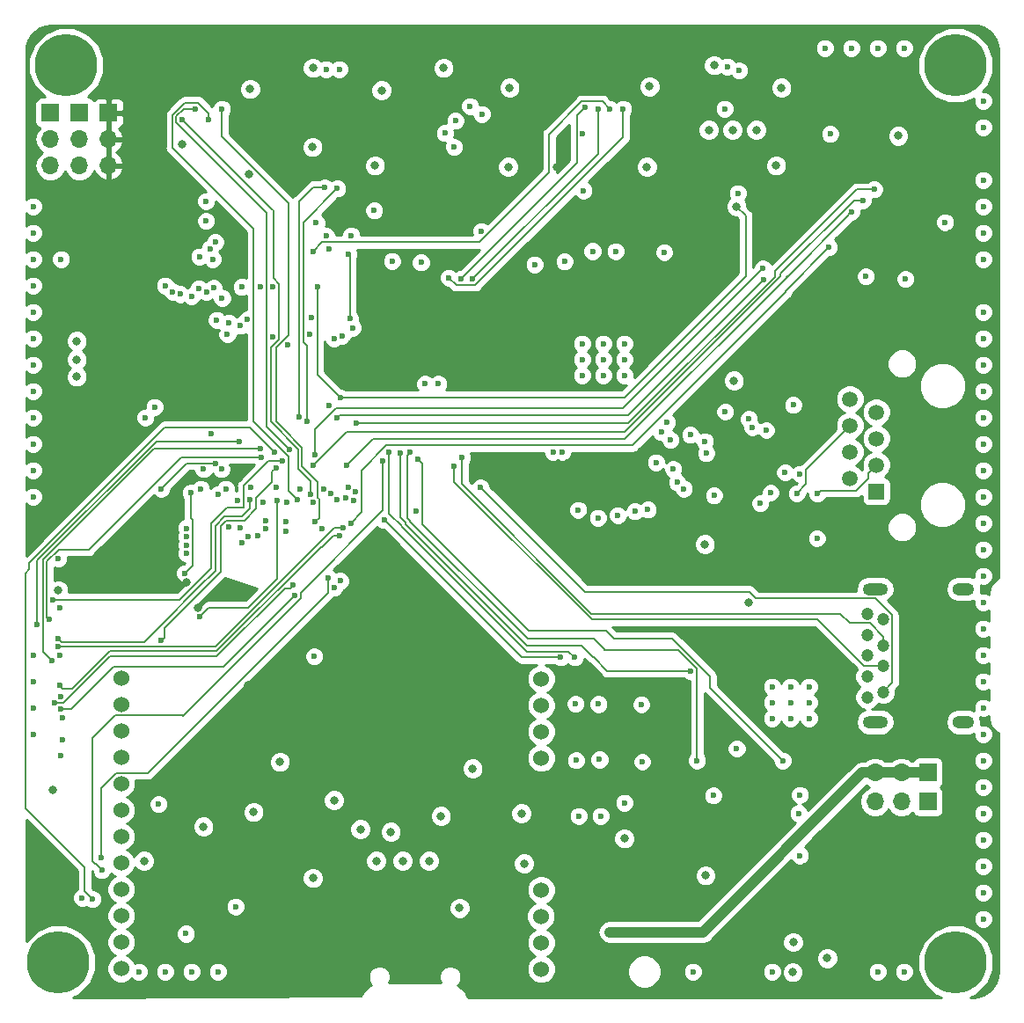
<source format=gbr>
G04 #@! TF.GenerationSoftware,KiCad,Pcbnew,(5.0.0)*
G04 #@! TF.CreationDate,2018-11-20T23:03:42-05:00*
G04 #@! TF.ProjectId,DART6UL_BREAKOUT,4441525436554C5F425245414B4F5554,rev?*
G04 #@! TF.SameCoordinates,Original*
G04 #@! TF.FileFunction,Copper,L3,Inr,Signal*
G04 #@! TF.FilePolarity,Positive*
%FSLAX46Y46*%
G04 Gerber Fmt 4.6, Leading zero omitted, Abs format (unit mm)*
G04 Created by KiCad (PCBNEW (5.0.0)) date 11/20/18 23:03:42*
%MOMM*%
%LPD*%
G01*
G04 APERTURE LIST*
G04 #@! TA.AperFunction,ViaPad*
%ADD10R,1.500000X1.500000*%
G04 #@! TD*
G04 #@! TA.AperFunction,ViaPad*
%ADD11C,1.500000*%
G04 #@! TD*
G04 #@! TA.AperFunction,ViaPad*
%ADD12O,1.700000X1.700000*%
G04 #@! TD*
G04 #@! TA.AperFunction,ViaPad*
%ADD13R,1.700000X1.700000*%
G04 #@! TD*
G04 #@! TA.AperFunction,ViaPad*
%ADD14C,6.000000*%
G04 #@! TD*
G04 #@! TA.AperFunction,ViaPad*
%ADD15C,1.524000*%
G04 #@! TD*
G04 #@! TA.AperFunction,ViaPad*
%ADD16C,1.200000*%
G04 #@! TD*
G04 #@! TA.AperFunction,ViaPad*
%ADD17O,2.400000X1.200000*%
G04 #@! TD*
G04 #@! TA.AperFunction,ViaPad*
%ADD18O,2.100000X1.200000*%
G04 #@! TD*
G04 #@! TA.AperFunction,ViaPad*
%ADD19C,0.800000*%
G04 #@! TD*
G04 #@! TA.AperFunction,ViaPad*
%ADD20C,0.600000*%
G04 #@! TD*
G04 #@! TA.AperFunction,ViaPad*
%ADD21C,0.830000*%
G04 #@! TD*
G04 #@! TA.AperFunction,Conductor*
%ADD22C,0.160000*%
G04 #@! TD*
G04 #@! TA.AperFunction,Conductor*
%ADD23C,0.200000*%
G04 #@! TD*
G04 #@! TA.AperFunction,Conductor*
%ADD24C,0.250000*%
G04 #@! TD*
G04 #@! TA.AperFunction,Conductor*
%ADD25C,1.000000*%
G04 #@! TD*
G04 #@! TA.AperFunction,Conductor*
%ADD26C,0.254000*%
G04 #@! TD*
G04 APERTURE END LIST*
D10*
G04 #@! TO.N,/CONNECTORS/E_CONN0*
G04 #@! TO.C,J4*
X218313000Y-75692000D03*
D11*
G04 #@! TO.N,/CONNECTORS/E_CONN1*
X215773000Y-74422000D03*
G04 #@! TO.N,/CONNECTORS/E_CONN2*
X218313000Y-73152000D03*
G04 #@! TO.N,/CONNECTORS/E_CONN3*
X215773000Y-71882000D03*
G04 #@! TO.N,/CONNECTORS/E_CONN4*
X218313000Y-70612000D03*
G04 #@! TO.N,/CONNECTORS/E_CONN5*
X215773000Y-69342000D03*
G04 #@! TO.N,/CONNECTORS/E_CONN6*
X218313000Y-68072000D03*
G04 #@! TO.N,/CONNECTORS/E_CONN7*
X215773000Y-66802000D03*
G04 #@! TD*
D12*
G04 #@! TO.N,5VDC*
G04 #@! TO.C,J6*
X144399000Y-44323000D03*
X144399000Y-41783000D03*
D13*
X144399000Y-39243000D03*
G04 #@! TD*
G04 #@! TO.N,3V3DC*
G04 #@! TO.C,J7*
X138811000Y-39243000D03*
D12*
X138811000Y-41783000D03*
X138811000Y-44323000D03*
G04 #@! TD*
D13*
G04 #@! TO.N,GND*
G04 #@! TO.C,J8*
X141605000Y-39243000D03*
D12*
X141605000Y-41783000D03*
X141605000Y-44323000D03*
G04 #@! TD*
D14*
G04 #@! TO.N,GND*
G04 #@! TO.C,MH1*
X225933000Y-34671000D03*
G04 #@! TD*
G04 #@! TO.N,GND*
G04 #@! TO.C,MH2*
X225933000Y-121031000D03*
G04 #@! TD*
G04 #@! TO.N,GND*
G04 #@! TO.C,MH3*
X139573000Y-121031000D03*
G04 #@! TD*
G04 #@! TO.N,GND*
G04 #@! TO.C,MH4*
X140335000Y-34671000D03*
G04 #@! TD*
D15*
G04 #@! TO.N,Net-(U7-Pad1)*
G04 #@! TO.C,U7*
X145615000Y-93676000D03*
G04 #@! TO.N,Net-(U7-Pad2)*
X145615000Y-96216000D03*
G04 #@! TO.N,Net-(U7-Pad3)*
X145615000Y-98756000D03*
G04 #@! TO.N,Net-(U7-Pad4)*
X145615000Y-101296000D03*
G04 #@! TO.N,/CONNECTORS/E10*
X145615000Y-103836000D03*
G04 #@! TO.N,/CONNECTORS/E11*
X145615000Y-106376000D03*
G04 #@! TO.N,/CONNECTORS/E12*
X145615000Y-108916000D03*
G04 #@! TO.N,/CONNECTORS/E13*
X145615000Y-111456000D03*
G04 #@! TO.N,/CONNECTORS/E14*
X145615000Y-113996000D03*
G04 #@! TO.N,/CONNECTORS/E15*
X145615000Y-116536000D03*
G04 #@! TO.N,/CONNECTORS/E16*
X145615000Y-119076000D03*
G04 #@! TO.N,/CONNECTORS/E17*
X145615000Y-121616000D03*
G04 #@! TO.N,Net-(JP2-Pad1)*
X186055000Y-121666000D03*
X186055000Y-119126000D03*
G04 #@! TO.N,GND*
X186015000Y-116586000D03*
X186055000Y-114046000D03*
G04 #@! TO.N,Net-(U7-Pad17)*
X186055000Y-101346000D03*
G04 #@! TO.N,Net-(U7-Pad18)*
X186055000Y-98806000D03*
G04 #@! TO.N,Net-(U7-Pad19)*
X186055000Y-96266000D03*
G04 #@! TO.N,Net-(U7-Pad20)*
X186055000Y-93726000D03*
G04 #@! TD*
D16*
G04 #@! TO.N,/CONNECTORS/USB0*
G04 #@! TO.C,J11*
X218948000Y-94996000D03*
G04 #@! TO.N,/CONNECTORS/USB1*
X218948000Y-92496000D03*
G04 #@! TO.N,/CONNECTORS/USB2*
X218948000Y-90496000D03*
G04 #@! TO.N,GND*
X218948000Y-87996000D03*
G04 #@! TO.N,Net-(J11-Pad5)*
X217448000Y-87496000D03*
G04 #@! TO.N,Net-(J11-Pad6)*
X217448000Y-89496000D03*
G04 #@! TO.N,N/C*
X217448000Y-91496000D03*
X217448000Y-93496000D03*
X217448000Y-95496000D03*
D17*
X218198000Y-85096000D03*
X218198000Y-97896000D03*
D18*
X226698000Y-85096000D03*
X226698000Y-97896000D03*
G04 #@! TD*
D13*
G04 #@! TO.N,/CONNECTORS/12VDC*
G04 #@! TO.C,J22*
X223266000Y-102743000D03*
D12*
X220726000Y-102743000D03*
X218186000Y-102743000D03*
G04 #@! TD*
D13*
G04 #@! TO.N,GND*
G04 #@! TO.C,J23*
X223266000Y-105537000D03*
D12*
X220726000Y-105537000D03*
X218186000Y-105537000D03*
G04 #@! TD*
D19*
G04 #@! TO.N,3V3DC*
X139573000Y-85217000D03*
X153062001Y-86856997D03*
X139065000Y-104394000D03*
X156743400Y-85598000D03*
D20*
X190055500Y-41300400D03*
X176784000Y-41198800D03*
D19*
X151485600Y-42301160D03*
X164048440Y-42550080D03*
D20*
X194056000Y-64516000D03*
X192024000Y-64516000D03*
X189992000Y-64516000D03*
X189992000Y-62992000D03*
X192024000Y-62992000D03*
X194056000Y-62992000D03*
X189992000Y-61468000D03*
X192024000Y-61468000D03*
X194056000Y-61468000D03*
X155854443Y-60553557D03*
D19*
X206756000Y-40894000D03*
X204470000Y-40894000D03*
X202184000Y-40894000D03*
X202184000Y-40894000D03*
X202692000Y-34671000D03*
X176657000Y-34925000D03*
X164084000Y-34925000D03*
D20*
X139841798Y-53340000D03*
D19*
X141351000Y-61214000D03*
X141351000Y-62992000D03*
X141351000Y-64643000D03*
D20*
X208280000Y-94488000D03*
X210058000Y-94488000D03*
X211836000Y-94488000D03*
X210058000Y-96012000D03*
X208280000Y-96012000D03*
X211836000Y-96012000D03*
X208280000Y-97536000D03*
X210058000Y-97536000D03*
X211836000Y-97536000D03*
X190119000Y-46736000D03*
X177673000Y-42545000D03*
X224917000Y-49784000D03*
X201803000Y-70866000D03*
D19*
G04 #@! TO.N,5VDC*
X139573000Y-83947000D03*
X151937000Y-84456957D03*
X157861000Y-94361000D03*
X202285600Y-110693200D03*
X213588600Y-117703600D03*
X148788120Y-44378880D03*
X161467800Y-44267120D03*
X148780500Y-37020500D03*
X199771000Y-44323000D03*
X200025000Y-36703000D03*
D21*
X187706000Y-36830000D03*
X187579000Y-44450000D03*
D19*
X175514000Y-45974000D03*
X174117000Y-36830000D03*
X161417000Y-37211000D03*
D20*
X210820000Y-33020000D03*
X205740000Y-33020000D03*
X203200000Y-33020000D03*
X193040000Y-33020000D03*
X190500000Y-33020000D03*
X180340000Y-33020000D03*
X177800000Y-33020000D03*
X175260000Y-33020000D03*
X167640000Y-33020000D03*
X165100000Y-33020000D03*
X154940000Y-33020000D03*
X152400000Y-33020000D03*
X144780000Y-33020000D03*
D19*
X142875000Y-61849000D03*
X142875000Y-63500000D03*
X142875000Y-65024000D03*
G04 #@! TO.N,GND*
X186015000Y-116586000D03*
X176403000Y-106934000D03*
X171577000Y-108458000D03*
X168656000Y-108204000D03*
X184404000Y-111506000D03*
X164084000Y-112903000D03*
X158369000Y-106553000D03*
X153543000Y-107950000D03*
D20*
X198170800Y-69037200D03*
X208127600Y-75793600D03*
X210312000Y-67360800D03*
X156845000Y-76581000D03*
X159258000Y-76708000D03*
X161544000Y-76708000D03*
X164084000Y-76708000D03*
X167516421Y-75332687D03*
X165100000Y-75438000D03*
X162814000Y-75438000D03*
X160528000Y-75311000D03*
X158115000Y-75311000D03*
X155702000Y-75438000D03*
X153289000Y-75438000D03*
X166370000Y-76454000D03*
D19*
X201803000Y-80772000D03*
X205994000Y-86360000D03*
D20*
X139827000Y-101092000D03*
X139954000Y-99568000D03*
X139954000Y-97472500D03*
X139779502Y-95456502D03*
X139700000Y-91440000D03*
X139700000Y-86868000D03*
X139573000Y-82169000D03*
D19*
X220408500Y-41465500D03*
D20*
X168021000Y-76581000D03*
X197104000Y-72898000D03*
X210947000Y-110744000D03*
X202615800Y-104952800D03*
X189661800Y-106934000D03*
X191770000Y-106934000D03*
X189407800Y-101574600D03*
X191668400Y-101498400D03*
X195783200Y-101701600D03*
X189357000Y-96139000D03*
X191566800Y-96164400D03*
X195681600Y-96189800D03*
X156641800Y-115646200D03*
X151866600Y-118262400D03*
D19*
X210261200Y-121970800D03*
X210312000Y-119075200D03*
D20*
X204876400Y-100431600D03*
X169989500Y-48641000D03*
D19*
X157896560Y-45117120D03*
X158051500Y-36957000D03*
D20*
X154830059Y-59185669D03*
X152400000Y-56896000D03*
X167640000Y-59055000D03*
X163935800Y-58928000D03*
X160240210Y-56007001D03*
X167513000Y-52872000D03*
D19*
X208661000Y-44323000D03*
X209169000Y-36830000D03*
D21*
X196469000Y-36703000D03*
X196215000Y-44450000D03*
D19*
X170053000Y-44323000D03*
X182880000Y-44450000D03*
X183007000Y-36830000D03*
X170688000Y-37084000D03*
D20*
X228600000Y-60960000D03*
X228600000Y-58420000D03*
X228600000Y-63500000D03*
X228600000Y-66040000D03*
X228600000Y-68580000D03*
X228600000Y-71120000D03*
X228600000Y-73660000D03*
X228600000Y-76200000D03*
X228600000Y-78740000D03*
X228600000Y-81280000D03*
X228600000Y-99060000D03*
X228600000Y-101600000D03*
X228600000Y-104140000D03*
X228600000Y-106680000D03*
X228600000Y-109220000D03*
X228600000Y-111760000D03*
X228600000Y-114300000D03*
X228600000Y-116840000D03*
X228600000Y-53340000D03*
X228600000Y-50800000D03*
X228600000Y-48260000D03*
X228600000Y-45720000D03*
X228600000Y-40640000D03*
X228600000Y-38100000D03*
X220980000Y-33020000D03*
X218440000Y-33020000D03*
X215900000Y-33020000D03*
X213360000Y-33020000D03*
X137160000Y-50800000D03*
X137160000Y-53340000D03*
X137160000Y-55880000D03*
X137160000Y-60960000D03*
X137160000Y-58420000D03*
X137160000Y-48260000D03*
X137160000Y-63500000D03*
X137160000Y-66040000D03*
X137160000Y-68580000D03*
X137160000Y-71120000D03*
X137160000Y-73660000D03*
X137160000Y-76200000D03*
X137160000Y-91440000D03*
X137160000Y-93980000D03*
X137160000Y-96520000D03*
X137160000Y-99060000D03*
X154940000Y-121920000D03*
X152400000Y-121920000D03*
X149860000Y-121920000D03*
X147320000Y-121920000D03*
X200660000Y-121920000D03*
X208280000Y-121920000D03*
X218440000Y-121920000D03*
X220980000Y-121920000D03*
D19*
X147828000Y-111252000D03*
D20*
X164211000Y-91567000D03*
D19*
X204597000Y-65024000D03*
D20*
X221107000Y-55245000D03*
X217297000Y-54991000D03*
X149225000Y-105796000D03*
X213868000Y-41275000D03*
X141859000Y-114808000D03*
X194056000Y-105664000D03*
D19*
X194056000Y-109093000D03*
D20*
X228600000Y-96520000D03*
X228600000Y-93980000D03*
X228600000Y-91440000D03*
X228600000Y-88900000D03*
X228600000Y-86360000D03*
X228600000Y-83820000D03*
X212598000Y-80213200D03*
D19*
G04 #@! TO.N,12VDC*
X178206400Y-115798600D03*
X201879200Y-112649000D03*
X213588600Y-120624600D03*
D20*
G04 #@! TO.N,/AUDIO4*
X188290200Y-53555900D03*
X149860000Y-55880000D03*
X185420000Y-53848000D03*
G04 #@! TO.N,/AUDIO5*
X174485300Y-53657500D03*
X150575543Y-56460000D03*
G04 #@! TO.N,AGND*
X154432000Y-53340000D03*
X171704000Y-53522000D03*
G04 #@! TO.N,/AUDIO0*
X197891400Y-52666900D03*
X153111233Y-56134000D03*
G04 #@! TO.N,/AUDIO1*
X193217800Y-52578000D03*
X154537893Y-56074830D03*
G04 #@! TO.N,/SOM_BREAKOUT/RESET0*
X172491400Y-72034400D03*
X165633400Y-67386200D03*
X155990060Y-59444665D03*
X200406000Y-92964000D03*
G04 #@! TO.N,/ONOFF*
X189280800Y-91668600D03*
X171424600Y-71882000D03*
X160240211Y-60782200D03*
G04 #@! TO.N,/SOM_BREAKOUT/GPIO4_23*
X187934600Y-91668600D03*
X170942000Y-78460600D03*
G04 #@! TO.N,/SOM_BREAKOUT/SD1_CMD*
X167335200Y-73202800D03*
X215916000Y-48784000D03*
G04 #@! TO.N,/SOM_BREAKOUT/SD1_DATA3*
X164134800Y-73152000D03*
X217005000Y-47684000D03*
G04 #@! TO.N,/SOM_BREAKOUT/SD1_DATA2*
X168300400Y-69138800D03*
X218089000Y-46609000D03*
G04 #@! TO.N,/SOM_BREAKOUT/SD1_DATA0*
X164283478Y-72183078D03*
X207391000Y-54229000D03*
G04 #@! TO.N,/SOM_BREAKOUT/SD1_DATA1*
X166370000Y-68580000D03*
X207442312Y-55296312D03*
D19*
G04 #@! TO.N,/Voltage_Regulation/V_IN*
X170180000Y-111252000D03*
X179451000Y-102362000D03*
X184150000Y-106680000D03*
X166116000Y-105410000D03*
X160909000Y-101727000D03*
X172720000Y-111252000D03*
X175260000Y-111252000D03*
D20*
G04 #@! TO.N,/ETHERNET_PHY/E27*
X207721200Y-69799200D03*
X161518513Y-79502000D03*
G04 #@! TO.N,/ETHERNET_PHY/E23*
X202692000Y-76073000D03*
X157270421Y-80600579D03*
G04 #@! TO.N,/CONNECTORS/E_CONN5*
X210642200Y-75895200D03*
G04 #@! TO.N,/CONNECTORS/E_CONN2*
X212623400Y-75920600D03*
G04 #@! TO.N,/CONNECTORS/E_CONN7*
X209524600Y-73863200D03*
G04 #@! TO.N,/CONNECTORS/E_CONN6*
X210972400Y-73990200D03*
G04 #@! TO.N,/ETHERNET_PHY/E28*
X206349600Y-69545200D03*
X166116000Y-60960000D03*
G04 #@! TO.N,/ETHERNET_PHY/E29*
X206044800Y-68732400D03*
X166878000Y-60706000D03*
G04 #@! TO.N,/ETHERNET_PHY/E21*
X203758800Y-68021200D03*
X158793081Y-79943360D03*
G04 #@! TO.N,/ETHERNET_PHY/E20*
X200406000Y-70231000D03*
X157883598Y-80032598D03*
G04 #@! TO.N,/ETHERNET_PHY/E24*
X155956000Y-79098279D03*
X201930000Y-72009000D03*
G04 #@! TO.N,/ETHERNET_PHY/E25*
X161518513Y-78613000D03*
X198755000Y-73533000D03*
G04 #@! TO.N,/ETHERNET_PHY/E26*
X159518513Y-79286003D03*
X199136000Y-74803000D03*
G04 #@! TO.N,/ETHERNET_PHY/E22*
X159518513Y-78486000D03*
X199771000Y-75438000D03*
G04 #@! TO.N,/ETHERNET_PHY/E210*
X207137000Y-76835000D03*
X155346400Y-57073800D03*
G04 #@! TO.N,/CONNECTORS/E15*
X151892000Y-79246869D03*
G04 #@! TO.N,/CONNECTORS/E12*
X151892000Y-80046872D03*
G04 #@! TO.N,/CONNECTORS/E11*
X151892000Y-80846875D03*
G04 #@! TO.N,/CONNECTORS/E10*
X151892000Y-81646878D03*
G04 #@! TO.N,/CONNECTORS/LCD6*
X157044275Y-79193275D03*
X162179000Y-84709000D03*
X139192000Y-96012000D03*
G04 #@! TO.N,/CONNECTORS/LCD4*
X162306000Y-85725000D03*
X139827000Y-96647000D03*
G04 #@! TO.N,/CONNECTORS/LCD0*
X153162000Y-87757000D03*
X160655000Y-76581000D03*
G04 #@! TO.N,/CONNECTORS/UART22*
X162560000Y-76454000D03*
X154051000Y-39878000D03*
G04 #@! TO.N,/CONNECTORS/UART20*
X163830000Y-75946000D03*
X151511000Y-39878000D03*
G04 #@! TO.N,/SOM_BREAKOUT/GPIO5_3*
X166111800Y-84963000D03*
X210947000Y-104902000D03*
G04 #@! TO.N,/CONNECTORS/UART23*
X164318513Y-78613000D03*
X155321000Y-38862000D03*
G04 #@! TO.N,/CONNECTORS/UART21*
X164978512Y-79315337D03*
X152781000Y-38862000D03*
X161811823Y-71614177D03*
G04 #@! TO.N,/I2C21*
X143687800Y-110947200D03*
X165531800Y-84019000D03*
X165838508Y-75856071D03*
X176149000Y-65341500D03*
X204978000Y-46990000D03*
G04 #@! TO.N,/CONNECTORS/LCD8*
X166629032Y-79938000D03*
X139700000Y-94361000D03*
X196312878Y-77440878D03*
G04 #@! TO.N,/CONNECTORS/LCD13*
X139568481Y-90650883D03*
X167005000Y-79197200D03*
G04 #@! TO.N,/SOM_BREAKOUT/SD1_CLK*
X167741601Y-78740000D03*
X213741000Y-52197000D03*
G04 #@! TO.N,/SOM_BREAKOUT/GPIO4_24*
X168203000Y-75755500D03*
X162759000Y-68536719D03*
X165227000Y-46418500D03*
G04 #@! TO.N,/CONNECTORS/SDCARD6*
X189611000Y-77470000D03*
X174018208Y-77568792D03*
G04 #@! TO.N,/CONNECTORS/LCD17*
X156972000Y-70866000D03*
X137523999Y-88519000D03*
X193421000Y-77978000D03*
G04 #@! TO.N,/CONNECTORS/LCD16*
X187198000Y-71882000D03*
X154305000Y-70104000D03*
G04 #@! TO.N,/CAN_CPU0*
X154990800Y-75946000D03*
X188087000Y-71882000D03*
X148844000Y-67564000D03*
G04 #@! TO.N,/CAN_CPU1*
X155278330Y-73541293D03*
X147955000Y-68580000D03*
G04 #@! TO.N,/CONNECTORS/LCD9*
X154718306Y-72970000D03*
X149479000Y-75438000D03*
G04 #@! TO.N,/CONNECTORS/LCD10*
X153558513Y-73550000D03*
X191516000Y-78232000D03*
G04 #@! TO.N,/CONNECTORS/LCD1*
X151765000Y-83566000D03*
X152318513Y-75819000D03*
G04 #@! TO.N,/CONNECTORS/LCD12*
X158999530Y-71605954D03*
X138938000Y-91948000D03*
G04 #@! TO.N,/CONNECTORS/LCD14*
X158043000Y-76454000D03*
X139574428Y-89850903D03*
G04 #@! TO.N,/CONNECTORS/LCD18*
X159158513Y-72390000D03*
X138684000Y-88011000D03*
X195072000Y-77597000D03*
G04 #@! TO.N,/CONNECTORS/LCD7*
X149479000Y-90043000D03*
X160528000Y-73406000D03*
G04 #@! TO.N,/CONNECTORS/LCD19*
X161163000Y-72771000D03*
X139065000Y-86106000D03*
G04 #@! TO.N,/LCD_T*
X160401000Y-71882000D03*
X142875000Y-114935000D03*
G04 #@! TO.N,/CONNECTORS/GPIO_EXT21*
X163512500Y-68909990D03*
X166433500Y-46545500D03*
G04 #@! TO.N,/SOM_BREAKOUT/GPIO4_17*
X167259000Y-76276200D03*
X166700200Y-84302600D03*
X210820000Y-106680000D03*
G04 #@! TO.N,/SOM_BREAKOUT/GPIO4_20*
X174879000Y-65341500D03*
X203708000Y-38862000D03*
G04 #@! TO.N,/I2C20*
X170840400Y-72720200D03*
X166725600Y-66649600D03*
X164515800Y-56007000D03*
D19*
X204851000Y-48260000D03*
D20*
X143764000Y-112141000D03*
G04 #@! TO.N,/SOM_BREAKOUT/GPIO1_0*
X167767000Y-51054000D03*
X203962000Y-34798000D03*
G04 #@! TO.N,/SOM_BREAKOUT/DEBUG_UART_TX*
X192659000Y-38862000D03*
X164084000Y-52578000D03*
G04 #@! TO.N,/SOM_BREAKOUT/GPIO1_4*
X165608000Y-52324000D03*
X177800000Y-40005000D03*
G04 #@! TO.N,/SOM_BREAKOUT/GPIO1_2*
X165383122Y-51109000D03*
X180340000Y-39370000D03*
G04 #@! TO.N,/SOM_BREAKOUT/GPIO1_9*
X164408225Y-49840980D03*
X179197000Y-38608000D03*
G04 #@! TO.N,/CONNECTORS/USB0*
X159004000Y-56007001D03*
X180213000Y-75311000D03*
G04 #@! TO.N,/AUDIO3*
X180301900Y-50622200D03*
X151335643Y-56709502D03*
G04 #@! TO.N,/AUDIO2*
X190995300Y-52565300D03*
X153839521Y-56465059D03*
G04 #@! TO.N,/SOM_BREAKOUT/OSC_32K*
X157226000Y-56007000D03*
X167897722Y-59940278D03*
G04 #@! TO.N,/SOM_BREAKOUT/DEBUG_UART_RX*
X190246000Y-38735000D03*
X178308000Y-55245000D03*
G04 #@! TO.N,/SOM_BREAKOUT/DEBUG_UART_CTS_B*
X177165000Y-55118000D03*
X193929000Y-38862000D03*
G04 #@! TO.N,/SOM_BREAKOUT/DEBUG_UART_RTS_B*
X198501000Y-70739000D03*
X163780323Y-60552477D03*
X191516000Y-38862000D03*
X179451000Y-55245000D03*
G04 #@! TO.N,/SOM_BREAKOUT/POR*
X173456600Y-71907400D03*
X161651921Y-61614079D03*
X201041000Y-101600000D03*
G04 #@! TO.N,/SOM_BREAKOUT/BOOT1*
X197612000Y-69977000D03*
X157784800Y-59151982D03*
G04 #@! TO.N,/SOM_BREAKOUT/GPIO1_5*
X174193200Y-72618600D03*
X157124401Y-59740800D03*
X209296000Y-101600000D03*
G04 #@! TO.N,/CONNECTORS/USB2*
X154686000Y-51689000D03*
X178435000Y-72390000D03*
G04 #@! TO.N,/CONNECTORS/USB1*
X154178000Y-52324000D03*
X177673000Y-73279000D03*
D19*
G04 #@! TO.N,/CONNECTORS/12VDC*
X192659000Y-118110000D03*
D20*
G04 #@! TO.N,/CAN_OUT1*
X153797000Y-49657000D03*
X166624000Y-35052000D03*
G04 #@! TO.N,/CAN_OUT0*
X153797000Y-47752000D03*
X165354000Y-35052000D03*
G04 #@! TO.N,/CONNECTORS/GPIO_EXT11*
X153162000Y-53086000D03*
X205105000Y-35178999D03*
G04 #@! TD*
D22*
G04 #@! TO.N,GND*
X167640000Y-52999000D02*
X167513000Y-52872000D01*
X167640000Y-59055000D02*
X167640000Y-52999000D01*
G04 #@! TO.N,/SOM_BREAKOUT/RESET0*
X191058800Y-91643200D02*
X189915800Y-90500200D01*
X184683400Y-90500200D02*
X172995412Y-78812212D01*
X189915800Y-90500200D02*
X184683400Y-90500200D01*
X172491400Y-78181200D02*
X172491400Y-72034400D01*
X172995412Y-78685212D02*
X172491400Y-78181200D01*
X172995412Y-78812212D02*
X172995412Y-78685212D01*
X191058800Y-91643200D02*
X191084200Y-91643200D01*
X191084200Y-91643200D02*
X192405000Y-92964000D01*
X192405000Y-92964000D02*
X200406000Y-92964000D01*
G04 #@! TO.N,/ONOFF*
X171424600Y-77851000D02*
X171424600Y-71882000D01*
X172635402Y-79061802D02*
X171424600Y-77851000D01*
X172635402Y-79070200D02*
X172635402Y-79061802D01*
X184653801Y-91088599D02*
X172635402Y-79070200D01*
X189280800Y-91668600D02*
X188700799Y-91088599D01*
X188700799Y-91088599D02*
X184653801Y-91088599D01*
G04 #@! TO.N,/SOM_BREAKOUT/GPIO4_23*
X184150000Y-91668600D02*
X170942000Y-78460600D01*
X187934600Y-91668600D02*
X184150000Y-91668600D01*
G04 #@! TO.N,/SOM_BREAKOUT/SD1_CMD*
X169875200Y-70662800D02*
X194106800Y-70662800D01*
X167335200Y-73202800D02*
X169875200Y-70662800D01*
X215616001Y-49153599D02*
X209550000Y-55219600D01*
X215616001Y-49083999D02*
X215616001Y-49153599D01*
X215916000Y-48784000D02*
X215616001Y-49083999D01*
X194106800Y-70662800D02*
X209550000Y-55219600D01*
X209550000Y-55219600D02*
X209753200Y-55016400D01*
G04 #@! TO.N,/SOM_BREAKOUT/SD1_DATA3*
X164134800Y-73152000D02*
X167335200Y-69951600D01*
X167335200Y-69951600D02*
X194116398Y-69951600D01*
X194116398Y-69951600D02*
X209076998Y-54991000D01*
X216154000Y-47687598D02*
X216154000Y-47684000D01*
X209076998Y-54764600D02*
X216154000Y-47687598D01*
X209076998Y-54991000D02*
X209076998Y-54764600D01*
X217005000Y-47684000D02*
X216154000Y-47684000D01*
G04 #@! TO.N,/SOM_BREAKOUT/SD1_DATA2*
X208534000Y-54483000D02*
X216408000Y-46609000D01*
X208534000Y-55024868D02*
X208534000Y-54483000D01*
X194420068Y-69138800D02*
X208534000Y-55024868D01*
X168300400Y-69138800D02*
X194420068Y-69138800D01*
X218089000Y-46609000D02*
X216408000Y-46609000D01*
G04 #@! TO.N,/SOM_BREAKOUT/SD1_DATA0*
X193548000Y-67665600D02*
X169468800Y-67665600D01*
X164283478Y-69706520D02*
X164283478Y-72183078D01*
X169468800Y-67665600D02*
X166324398Y-67665600D01*
X166324398Y-67665600D02*
X164283478Y-69706520D01*
D23*
X193954400Y-67665600D02*
X207391000Y-54229000D01*
X193548000Y-67665600D02*
X193954400Y-67665600D01*
D22*
G04 #@! TO.N,/SOM_BREAKOUT/SD1_DATA1*
X194056000Y-68326000D02*
X166624000Y-68326000D01*
X166624000Y-68326000D02*
X166370000Y-68580000D01*
D23*
X194412624Y-68326000D02*
X194056000Y-68326000D01*
X207442312Y-55296312D02*
X194412624Y-68326000D01*
D22*
G04 #@! TO.N,/CONNECTORS/E_CONN5*
X215023001Y-70091999D02*
X215773000Y-69342000D01*
X211552401Y-73562599D02*
X215023001Y-70091999D01*
X211552401Y-74984999D02*
X211552401Y-73562599D01*
X210642200Y-75895200D02*
X211552401Y-74984999D01*
G04 #@! TO.N,/CONNECTORS/E_CONN2*
X217563001Y-73901999D02*
X218313000Y-73152000D01*
X217563001Y-74437997D02*
X217563001Y-73901999D01*
X216380397Y-75620601D02*
X217563001Y-74437997D01*
X212923399Y-75620601D02*
X216380397Y-75620601D01*
X212623400Y-75920600D02*
X212923399Y-75620601D01*
D24*
G04 #@! TO.N,/CONNECTORS/LCD6*
X157044275Y-79193275D02*
X157089001Y-79238001D01*
D22*
X161373261Y-85008999D02*
X154815260Y-91567000D01*
X162179000Y-84709000D02*
X161879001Y-85008999D01*
X161879001Y-85008999D02*
X161373261Y-85008999D01*
X139216503Y-96036503D02*
X139192000Y-96012000D01*
X140057903Y-96036503D02*
X139216503Y-96036503D01*
X154815260Y-91567000D02*
X144527406Y-91567000D01*
X144527406Y-91567000D02*
X140057903Y-96036503D01*
G04 #@! TO.N,/CONNECTORS/LCD4*
X155448000Y-92583000D02*
X162306000Y-85725000D01*
X144907000Y-92583000D02*
X155448000Y-92583000D01*
X139827000Y-96647000D02*
X140843000Y-96647000D01*
X140843000Y-96647000D02*
X144907000Y-92583000D01*
G04 #@! TO.N,/CONNECTORS/LCD0*
X160655000Y-76581000D02*
X160655000Y-84074000D01*
X160655000Y-84074000D02*
X157861000Y-86868000D01*
X154051000Y-86868000D02*
X153162000Y-87757000D01*
X157861000Y-86868000D02*
X154051000Y-86868000D01*
G04 #@! TO.N,/CONNECTORS/UART22*
X161743001Y-75637001D02*
X162560000Y-76454000D01*
X161743001Y-72365599D02*
X161743001Y-75637001D01*
X158364801Y-68987399D02*
X161743001Y-72365599D01*
X158364801Y-50414801D02*
X158364801Y-68987399D01*
X154051000Y-39878000D02*
X154051000Y-39273598D01*
X154051000Y-39273598D02*
X153059401Y-38281999D01*
X153059401Y-38281999D02*
X151739468Y-38281999D01*
X151739468Y-38281999D02*
X150570989Y-39450478D01*
X150570989Y-39450478D02*
X150570989Y-42620989D01*
X150570989Y-42620989D02*
X158364801Y-50414801D01*
G04 #@! TO.N,/CONNECTORS/UART20*
X163830000Y-75521736D02*
X163830000Y-75946000D01*
X163830000Y-74676000D02*
X163830000Y-75521736D01*
X163830000Y-74579598D02*
X163830000Y-74676000D01*
X160274000Y-48641000D02*
X160147000Y-48514000D01*
X160274000Y-55182389D02*
X160274000Y-48641000D01*
X160820212Y-55728601D02*
X160274000Y-55182389D01*
X151511000Y-39878000D02*
X160147000Y-48514000D01*
X160820212Y-61060601D02*
X160820212Y-55728601D01*
X160020220Y-61860593D02*
X160820212Y-61060601D01*
X160020220Y-68964172D02*
X160020220Y-68961000D01*
X162687000Y-71630952D02*
X160020220Y-68964172D01*
X162687000Y-73533000D02*
X162687000Y-71630952D01*
X163830000Y-74676000D02*
X162687000Y-73533000D01*
X160020220Y-68961000D02*
X160020220Y-61860593D01*
G04 #@! TO.N,/CONNECTORS/UART23*
X155321000Y-38862000D02*
X155321000Y-41535158D01*
X161734500Y-47948658D02*
X161671000Y-47885158D01*
X161734500Y-58420000D02*
X161734500Y-47948658D01*
X155321000Y-41535158D02*
X161671000Y-47885158D01*
X161734500Y-58299158D02*
X161734500Y-58420000D01*
X160528000Y-61861943D02*
X161734500Y-60655443D01*
X161734500Y-60655443D02*
X161734500Y-58420000D01*
X163047010Y-71481832D02*
X161221041Y-69655862D01*
X164664001Y-78267512D02*
X164664001Y-76429599D01*
X164664001Y-76429599D02*
X164519999Y-76285597D01*
X164318513Y-78613000D02*
X164664001Y-78267512D01*
X164519999Y-76285597D02*
X164519999Y-74760467D01*
X164519999Y-74760467D02*
X163047010Y-73287478D01*
X163047010Y-73287478D02*
X163047010Y-71481832D01*
X161221041Y-69654041D02*
X160528000Y-68961000D01*
X161221041Y-69655862D02*
X161221041Y-69654041D01*
X160528000Y-68961000D02*
X160528000Y-61861943D01*
G04 #@! TO.N,/CONNECTORS/UART21*
X159660210Y-48885612D02*
X159660210Y-67966210D01*
X150930999Y-40156401D02*
X159660210Y-48885612D01*
X150930999Y-39599599D02*
X150930999Y-40156401D01*
X152781000Y-38862000D02*
X151668598Y-38862000D01*
X151668598Y-38862000D02*
X150930999Y-39599599D01*
X159660210Y-67966210D02*
X159660210Y-69462564D01*
X159660210Y-69462564D02*
X161811823Y-71614177D01*
G04 #@! TO.N,/I2C21*
X143687800Y-110522936D02*
X143687800Y-110947200D01*
X143687800Y-104221038D02*
X143687800Y-110522936D01*
X145114839Y-102793999D02*
X143687800Y-104221038D01*
X148199163Y-102793999D02*
X145114839Y-102793999D01*
X165531800Y-85461362D02*
X148199163Y-102793999D01*
X165531800Y-84019000D02*
X165531800Y-85461362D01*
G04 #@! TO.N,/CONNECTORS/LCD8*
X166629032Y-79938000D02*
X166061000Y-79938000D01*
X164847130Y-81026000D02*
X154814130Y-91059000D01*
X139827000Y-94234000D02*
X139700000Y-94361000D01*
X164973000Y-81026000D02*
X164847130Y-81026000D01*
X166061000Y-79938000D02*
X164973000Y-81026000D01*
X140924001Y-94660999D02*
X144526000Y-91059000D01*
X139999999Y-94660999D02*
X140924001Y-94660999D01*
X139700000Y-94361000D02*
X139999999Y-94660999D01*
X154814130Y-91059000D02*
X144526000Y-91059000D01*
G04 #@! TO.N,/CONNECTORS/LCD13*
X165633016Y-79739327D02*
X165624673Y-79739327D01*
X165624673Y-79739327D02*
X154713117Y-90650883D01*
X154713117Y-90650883D02*
X139568481Y-90650883D01*
X166175143Y-79197200D02*
X167005000Y-79197200D01*
X165838514Y-79533829D02*
X166175143Y-79197200D01*
X165624673Y-79739327D02*
X165830171Y-79533829D01*
X165830171Y-79533829D02*
X165838514Y-79533829D01*
G04 #@! TO.N,/SOM_BREAKOUT/SD1_CLK*
X171170600Y-71272400D02*
X168783000Y-73660000D01*
X209550000Y-56540400D02*
X194818000Y-71272400D01*
X194818000Y-71272400D02*
X171170600Y-71272400D01*
X168783001Y-76962001D02*
X168783000Y-76962000D01*
X168783001Y-77698600D02*
X168783001Y-76962001D01*
X167741601Y-78740000D02*
X168783001Y-77698600D01*
X168783000Y-73660000D02*
X168783000Y-76962000D01*
X209550000Y-56540400D02*
X209550000Y-56388000D01*
X209550000Y-56388000D02*
X213741000Y-52197000D01*
G04 #@! TO.N,/SOM_BREAKOUT/GPIO4_24*
X162759000Y-68536719D02*
X162759000Y-47743500D01*
X162759000Y-47743500D02*
X164084000Y-46418500D01*
X164084000Y-46418500D02*
X165227000Y-46418500D01*
G04 #@! TO.N,/CONNECTORS/LCD17*
X137523999Y-82341337D02*
X137523999Y-88519000D01*
X156972000Y-70866000D02*
X148999336Y-70866000D01*
X148999336Y-70866000D02*
X137523999Y-82341337D01*
G04 #@! TO.N,/CONNECTORS/LCD9*
X154718306Y-72970000D02*
X151947000Y-72970000D01*
X149606000Y-75311000D02*
X149479000Y-75438000D01*
X151947000Y-72970000D02*
X149606000Y-75311000D01*
G04 #@! TO.N,/CONNECTORS/LCD1*
X152472001Y-82858999D02*
X152472001Y-78431001D01*
X151765000Y-83566000D02*
X152472001Y-82858999D01*
X152472001Y-78431001D02*
X152318513Y-78277513D01*
X152318513Y-78277513D02*
X152318513Y-75819000D01*
G04 #@! TO.N,/CONNECTORS/LCD12*
X158999530Y-71605954D02*
X151533046Y-71605954D01*
X138103999Y-91113999D02*
X138938000Y-91948000D01*
X138103999Y-82270468D02*
X138103999Y-91113999D01*
X151533046Y-71605954D02*
X148768513Y-71605954D01*
X148768513Y-71605954D02*
X138103999Y-82270468D01*
G04 #@! TO.N,/CONNECTORS/LCD14*
X158043000Y-76454000D02*
X158043000Y-77288000D01*
X158043000Y-77288000D02*
X157226000Y-78105000D01*
X155575000Y-78105000D02*
X154686000Y-78994000D01*
X157226000Y-78105000D02*
X155575000Y-78105000D01*
X154686000Y-78994000D02*
X154686000Y-83312000D01*
X154686000Y-83312000D02*
X153035000Y-84963000D01*
X153035000Y-84963000D02*
X149606000Y-88392000D01*
X149606000Y-88392000D02*
X147828000Y-90170000D01*
X147828000Y-90170000D02*
X139893525Y-90170000D01*
X139893525Y-90170000D02*
X139574428Y-89850903D01*
G04 #@! TO.N,/CONNECTORS/LCD18*
X159158513Y-72390000D02*
X151384000Y-72390000D01*
X151384000Y-72390000D02*
X142494000Y-81280000D01*
X138484999Y-82398599D02*
X138484999Y-87811999D01*
X142494000Y-81280000D02*
X139603598Y-81280000D01*
X139603598Y-81280000D02*
X138484999Y-82398599D01*
X138484999Y-87811999D02*
X138684000Y-88011000D01*
G04 #@! TO.N,/CONNECTORS/LCD7*
X158623000Y-77343000D02*
X158623000Y-76327000D01*
X158623000Y-76327000D02*
X160147000Y-74803000D01*
X157480000Y-78486000D02*
X158623000Y-77343000D01*
X149778999Y-88854001D02*
X155194000Y-83439000D01*
X155194000Y-83439000D02*
X155194000Y-79001877D01*
X149479000Y-90043000D02*
X149778999Y-89743001D01*
X155194000Y-79001877D02*
X155709877Y-78486000D01*
X149778999Y-89743001D02*
X149778999Y-88854001D01*
X155709877Y-78486000D02*
X157480000Y-78486000D01*
X160147000Y-73787000D02*
X160528000Y-73406000D01*
X160147000Y-74803000D02*
X160147000Y-73787000D01*
G04 #@! TO.N,/CONNECTORS/LCD19*
X151257000Y-86106000D02*
X139065000Y-86106000D01*
X154305000Y-83058000D02*
X151257000Y-86106000D01*
X159796598Y-72771000D02*
X157425001Y-75142597D01*
X161163000Y-72771000D02*
X159796598Y-72771000D01*
X157425001Y-75142597D02*
X157425001Y-77270999D01*
X157425001Y-77270999D02*
X155774001Y-77270999D01*
X155774001Y-77270999D02*
X154305000Y-78740000D01*
X154305000Y-78740000D02*
X154305000Y-83058000D01*
G04 #@! TO.N,/LCD_T*
X142113000Y-114173000D02*
X142875000Y-114935000D01*
X142113000Y-111887000D02*
X142113000Y-114173000D01*
X136779000Y-83185000D02*
X136398000Y-83566000D01*
X136398000Y-83566000D02*
X136398000Y-106172000D01*
X136779000Y-82577206D02*
X136779000Y-83185000D01*
X160401000Y-71882000D02*
X158042999Y-69523999D01*
X158042999Y-69523999D02*
X149832207Y-69523999D01*
X149832207Y-69523999D02*
X136779000Y-82577206D01*
X136398000Y-106172000D02*
X142113000Y-111887000D01*
G04 #@! TO.N,/CONNECTORS/GPIO_EXT21*
X163512500Y-68909990D02*
X163512500Y-66484500D01*
X163512500Y-61678702D02*
X163195000Y-61361202D01*
X163512500Y-66484500D02*
X163512500Y-61678702D01*
X163195000Y-61361202D02*
X163195000Y-49784000D01*
X163195000Y-49784000D02*
X166433500Y-46545500D01*
G04 #@! TO.N,/I2C20*
X170840400Y-77492200D02*
X170840400Y-72720200D01*
X162886001Y-85446599D02*
X170840400Y-77492200D01*
X162886001Y-86003401D02*
X162886001Y-85446599D01*
X166725600Y-66649600D02*
X164515800Y-64439800D01*
X164515800Y-64439800D02*
X164515800Y-56007000D01*
X194054870Y-66649600D02*
X205740000Y-54964470D01*
X166725600Y-66649600D02*
X194054870Y-66649600D01*
X205740000Y-54964470D02*
X205740000Y-49149000D01*
X205740000Y-49149000D02*
X204851000Y-48260000D01*
X151583403Y-97258001D02*
X151607402Y-97282000D01*
X151607402Y-97282000D02*
X162886001Y-86003401D01*
X143154400Y-111556800D02*
X142854401Y-111256801D01*
X142854401Y-111256801D02*
X142854401Y-99461599D01*
X142854401Y-99461599D02*
X145057999Y-97258001D01*
X145057999Y-97258001D02*
X151583403Y-97258001D01*
X143179800Y-111556800D02*
X143764000Y-112141000D01*
X143154400Y-111556800D02*
X143179800Y-111556800D01*
G04 #@! TO.N,/SOM_BREAKOUT/DEBUG_UART_TX*
X189967599Y-38154999D02*
X186817000Y-41305598D01*
X192659000Y-38862000D02*
X191951999Y-38154999D01*
X191951999Y-38154999D02*
X189967599Y-38154999D01*
X186817000Y-41305598D02*
X186817000Y-44965502D01*
X164973000Y-51689000D02*
X180093502Y-51689000D01*
X164084000Y-52578000D02*
X164973000Y-51689000D01*
X186817000Y-44965502D02*
X180093502Y-51689000D01*
D23*
G04 #@! TO.N,/CONNECTORS/USB0*
X180213000Y-75311000D02*
X190246000Y-85344000D01*
D22*
X206099580Y-85344000D02*
X190246000Y-85344000D01*
X206731590Y-85976010D02*
X206099580Y-85344000D01*
X218230412Y-85976010D02*
X206731590Y-85976010D01*
X219828001Y-87573599D02*
X218230412Y-85976010D01*
X219828001Y-94115999D02*
X219828001Y-87573599D01*
X218948000Y-94996000D02*
X219828001Y-94115999D01*
G04 #@! TO.N,/SOM_BREAKOUT/DEBUG_UART_RX*
X189946001Y-39034999D02*
X190246000Y-38735000D01*
X189475499Y-39505501D02*
X189946001Y-39034999D01*
X189475499Y-44077501D02*
X189475499Y-39505501D01*
X178308000Y-55245000D02*
X189475499Y-44077501D01*
G04 #@! TO.N,/SOM_BREAKOUT/DEBUG_UART_CTS_B*
X193929000Y-39286264D02*
X193929000Y-38862000D01*
X193929000Y-41625402D02*
X193929000Y-39286264D01*
X179729401Y-55825001D02*
X193929000Y-41625402D01*
X177872001Y-55825001D02*
X179729401Y-55825001D01*
X177165000Y-55118000D02*
X177872001Y-55825001D01*
G04 #@! TO.N,/SOM_BREAKOUT/DEBUG_UART_RTS_B*
X191516000Y-43180000D02*
X191516000Y-38862000D01*
X179451000Y-55245000D02*
X191516000Y-43180000D01*
G04 #@! TO.N,/SOM_BREAKOUT/POR*
X192158536Y-90906600D02*
X191142536Y-89890600D01*
X184785000Y-89890600D02*
X173456600Y-78562200D01*
X191142536Y-89890600D02*
X184785000Y-89890600D01*
X173438207Y-71925793D02*
X173456600Y-71907400D01*
X173456600Y-78562200D02*
X173438207Y-78543807D01*
X173151800Y-72212200D02*
X173456600Y-71907400D01*
X173151800Y-78232000D02*
X173151800Y-72212200D01*
X173456600Y-78536800D02*
X173151800Y-78232000D01*
X173456600Y-78562200D02*
X173456600Y-78536800D01*
X192158536Y-90906600D02*
X192158536Y-90939536D01*
X201041000Y-92740598D02*
X201041000Y-101600000D01*
X192158536Y-90939536D02*
X199239938Y-90939536D01*
X199239938Y-90939536D02*
X201041000Y-92740598D01*
G04 #@! TO.N,/SOM_BREAKOUT/GPIO1_5*
X193040000Y-89839800D02*
X192328800Y-89128600D01*
X192328800Y-89128600D02*
X184835800Y-89128600D01*
X184835800Y-89128600D02*
X174599600Y-78892400D01*
X174599600Y-78892400D02*
X174599600Y-73025000D01*
X174599600Y-73025000D02*
X174193200Y-72618600D01*
X198649332Y-89839800D02*
X202311000Y-93501468D01*
X193040000Y-89839800D02*
X198649332Y-89839800D01*
X202311000Y-93501468D02*
X202311000Y-94615000D01*
X202311000Y-94615000D02*
X209296000Y-101600000D01*
D23*
G04 #@! TO.N,/CONNECTORS/USB2*
X190908310Y-87460011D02*
X214841011Y-87460011D01*
X178435000Y-72390000D02*
X178435000Y-74986701D01*
X178435000Y-74986701D02*
X190908310Y-87460011D01*
D22*
X218948000Y-89647472D02*
X218948000Y-90496000D01*
X217676529Y-88376001D02*
X218948000Y-89647472D01*
X215757001Y-88376001D02*
X217676529Y-88376001D01*
X214841011Y-87460011D02*
X215757001Y-88376001D01*
G04 #@! TO.N,/CONNECTORS/USB1*
X177673000Y-74762115D02*
X190921885Y-88011000D01*
X177673000Y-73279000D02*
X177673000Y-74762115D01*
X218099472Y-92496000D02*
X218948000Y-92496000D01*
X217145598Y-92496000D02*
X218099472Y-92496000D01*
X212660598Y-88011000D02*
X217145598Y-92496000D01*
X190921885Y-88011000D02*
X212660598Y-88011000D01*
D25*
G04 #@! TO.N,/CONNECTORS/12VDC*
X218186000Y-102743000D02*
X223266000Y-102743000D01*
X201616919Y-118110000D02*
X201422000Y-118110000D01*
X216983919Y-102743000D02*
X201616919Y-118110000D01*
X218186000Y-102743000D02*
X216983919Y-102743000D01*
X192659000Y-118110000D02*
X201422000Y-118110000D01*
G04 #@! TD*
D26*
G04 #@! TO.N,3V3DC*
G36*
X158712069Y-85005768D02*
X157564838Y-86153000D01*
X154121418Y-86153000D01*
X154051000Y-86138993D01*
X153980582Y-86153000D01*
X153772021Y-86194485D01*
X153535514Y-86352514D01*
X153495625Y-86412212D01*
X153085838Y-86822000D01*
X152976017Y-86822000D01*
X152713371Y-86930791D01*
X155634182Y-84009981D01*
X158712069Y-85005768D01*
X158712069Y-85005768D01*
G37*
X158712069Y-85005768D02*
X157564838Y-86153000D01*
X154121418Y-86153000D01*
X154051000Y-86138993D01*
X153980582Y-86153000D01*
X153772021Y-86194485D01*
X153535514Y-86352514D01*
X153495625Y-86412212D01*
X153085838Y-86822000D01*
X152976017Y-86822000D01*
X152713371Y-86930791D01*
X155634182Y-84009981D01*
X158712069Y-85005768D01*
G04 #@! TO.N,5VDC*
G36*
X228129694Y-30872124D02*
X228648264Y-31052709D01*
X229113941Y-31343697D01*
X229503577Y-31730623D01*
X229797807Y-32194256D01*
X229983995Y-32717133D01*
X230049001Y-33195080D01*
X230049000Y-84049113D01*
X230024339Y-84059328D01*
X229735927Y-84252039D01*
X229540039Y-84447927D01*
X229347328Y-84736339D01*
X229332108Y-84773084D01*
X229241313Y-84992280D01*
X229173642Y-85332486D01*
X229173642Y-85332492D01*
X229160000Y-85401075D01*
X229160000Y-85597710D01*
X229129635Y-85567345D01*
X228785983Y-85425000D01*
X228414017Y-85425000D01*
X228335264Y-85457621D01*
X228407195Y-85096000D01*
X228332663Y-84721302D01*
X228414017Y-84755000D01*
X228785983Y-84755000D01*
X229129635Y-84612655D01*
X229392655Y-84349635D01*
X229535000Y-84005983D01*
X229535000Y-83634017D01*
X229392655Y-83290365D01*
X229129635Y-83027345D01*
X228785983Y-82885000D01*
X228414017Y-82885000D01*
X228070365Y-83027345D01*
X227807345Y-83290365D01*
X227665000Y-83634017D01*
X227665000Y-83956127D01*
X227629873Y-83932656D01*
X227269636Y-83861000D01*
X226126364Y-83861000D01*
X225766127Y-83932656D01*
X225357615Y-84205615D01*
X225084656Y-84614127D01*
X224988805Y-85096000D01*
X225084656Y-85577873D01*
X225357615Y-85986385D01*
X225766127Y-86259344D01*
X226126364Y-86331000D01*
X227269636Y-86331000D01*
X227629873Y-86259344D01*
X227665000Y-86235873D01*
X227665000Y-86545983D01*
X227807345Y-86889635D01*
X228070365Y-87152655D01*
X228414017Y-87295000D01*
X228785983Y-87295000D01*
X229129635Y-87152655D01*
X229160000Y-87122290D01*
X229160000Y-88137710D01*
X229129635Y-88107345D01*
X228785983Y-87965000D01*
X228414017Y-87965000D01*
X228070365Y-88107345D01*
X227807345Y-88370365D01*
X227665000Y-88714017D01*
X227665000Y-89085983D01*
X227807345Y-89429635D01*
X228070365Y-89692655D01*
X228414017Y-89835000D01*
X228785983Y-89835000D01*
X229129635Y-89692655D01*
X229160000Y-89662290D01*
X229160000Y-90677710D01*
X229129635Y-90647345D01*
X228785983Y-90505000D01*
X228414017Y-90505000D01*
X228070365Y-90647345D01*
X227807345Y-90910365D01*
X227665000Y-91254017D01*
X227665000Y-91625983D01*
X227807345Y-91969635D01*
X228070365Y-92232655D01*
X228414017Y-92375000D01*
X228785983Y-92375000D01*
X229129635Y-92232655D01*
X229160001Y-92202289D01*
X229160001Y-93217711D01*
X229129635Y-93187345D01*
X228785983Y-93045000D01*
X228414017Y-93045000D01*
X228070365Y-93187345D01*
X227807345Y-93450365D01*
X227665000Y-93794017D01*
X227665000Y-94165983D01*
X227807345Y-94509635D01*
X228070365Y-94772655D01*
X228414017Y-94915000D01*
X228785983Y-94915000D01*
X229129635Y-94772655D01*
X229160001Y-94742289D01*
X229160001Y-95757711D01*
X229129635Y-95727345D01*
X228785983Y-95585000D01*
X228414017Y-95585000D01*
X228070365Y-95727345D01*
X227807345Y-95990365D01*
X227665000Y-96334017D01*
X227665000Y-96705983D01*
X227693719Y-96775316D01*
X227629873Y-96732656D01*
X227269636Y-96661000D01*
X226126364Y-96661000D01*
X225766127Y-96732656D01*
X225357615Y-97005615D01*
X225084656Y-97414127D01*
X224988805Y-97896000D01*
X225084656Y-98377873D01*
X225357615Y-98786385D01*
X225766127Y-99059344D01*
X226126364Y-99131000D01*
X227269636Y-99131000D01*
X227629873Y-99059344D01*
X227665000Y-99035873D01*
X227665000Y-99245983D01*
X227807345Y-99589635D01*
X228070365Y-99852655D01*
X228414017Y-99995000D01*
X228785983Y-99995000D01*
X229129635Y-99852655D01*
X229392655Y-99589635D01*
X229535000Y-99245983D01*
X229535000Y-98874017D01*
X229392655Y-98530365D01*
X229129635Y-98267345D01*
X228785983Y-98125000D01*
X228414017Y-98125000D01*
X228356941Y-98148642D01*
X228407195Y-97896000D01*
X228311344Y-97414127D01*
X228309815Y-97411838D01*
X228414017Y-97455000D01*
X228785983Y-97455000D01*
X229129635Y-97312655D01*
X229160001Y-97282289D01*
X229160001Y-97605926D01*
X229173642Y-97674504D01*
X229173642Y-97674514D01*
X229241313Y-98014720D01*
X229255049Y-98047881D01*
X229347328Y-98270661D01*
X229540039Y-98559073D01*
X229735927Y-98754961D01*
X230024339Y-98947672D01*
X230049000Y-98957887D01*
X230049001Y-121880299D01*
X229983338Y-122465695D01*
X229802753Y-122984263D01*
X229511766Y-123449939D01*
X229124838Y-123839579D01*
X228661207Y-124133807D01*
X228138329Y-124319995D01*
X227660389Y-124385000D01*
X227334440Y-124385000D01*
X227992062Y-124112604D01*
X229014604Y-123090062D01*
X229568000Y-121754046D01*
X229568000Y-120307954D01*
X229014604Y-118971938D01*
X227992062Y-117949396D01*
X226656046Y-117396000D01*
X225209954Y-117396000D01*
X223873938Y-117949396D01*
X222851396Y-118971938D01*
X222298000Y-120307954D01*
X222298000Y-121754046D01*
X222851396Y-123090062D01*
X223873938Y-124112604D01*
X224531560Y-124385000D01*
X179007106Y-124385000D01*
X178854994Y-124040931D01*
X178824297Y-123994200D01*
X178802090Y-123942881D01*
X178726992Y-123846066D01*
X178415600Y-123509204D01*
X178371420Y-123474935D01*
X178333788Y-123433577D01*
X178231391Y-123366317D01*
X178231380Y-123366308D01*
X178231375Y-123366306D01*
X178008417Y-123246004D01*
X178211818Y-123042603D01*
X178377000Y-122643820D01*
X178377000Y-122212180D01*
X178211818Y-121813397D01*
X177906603Y-121508182D01*
X177507820Y-121343000D01*
X177076180Y-121343000D01*
X176677397Y-121508182D01*
X176372182Y-121813397D01*
X176207000Y-122212180D01*
X176207000Y-122643820D01*
X176349565Y-122988000D01*
X171434435Y-122988000D01*
X171577000Y-122643820D01*
X171577000Y-122212180D01*
X171411818Y-121813397D01*
X171106603Y-121508182D01*
X170707820Y-121343000D01*
X170276180Y-121343000D01*
X169877397Y-121508182D01*
X169572182Y-121813397D01*
X169407000Y-122212180D01*
X169407000Y-122643820D01*
X169572182Y-123042603D01*
X169717902Y-123188323D01*
X169683165Y-123200966D01*
X169469621Y-123324256D01*
X169469620Y-123324257D01*
X169131744Y-123607769D01*
X168977450Y-123791650D01*
X168973247Y-123796659D01*
X168752714Y-124178632D01*
X168752711Y-124178635D01*
X168722962Y-124260371D01*
X140995235Y-124376386D01*
X141632062Y-124112604D01*
X142654604Y-123090062D01*
X143208000Y-121754046D01*
X143208000Y-120307954D01*
X142654604Y-118971938D01*
X141632062Y-117949396D01*
X140296046Y-117396000D01*
X138849954Y-117396000D01*
X137513938Y-117949396D01*
X136491396Y-118971938D01*
X136473000Y-119016350D01*
X136473000Y-107258162D01*
X141398000Y-112183162D01*
X141398001Y-113986915D01*
X141329365Y-114015345D01*
X141066345Y-114278365D01*
X140924000Y-114622017D01*
X140924000Y-114993983D01*
X141066345Y-115337635D01*
X141329365Y-115600655D01*
X141673017Y-115743000D01*
X142044983Y-115743000D01*
X142268236Y-115650526D01*
X142345365Y-115727655D01*
X142689017Y-115870000D01*
X143060983Y-115870000D01*
X143404635Y-115727655D01*
X143667655Y-115464635D01*
X143810000Y-115120983D01*
X143810000Y-114749017D01*
X143667655Y-114405365D01*
X143404635Y-114142345D01*
X143060983Y-114000000D01*
X142951162Y-114000000D01*
X142828000Y-113876838D01*
X142828000Y-112216162D01*
X142829000Y-112217162D01*
X142829000Y-112326983D01*
X142971345Y-112670635D01*
X143234365Y-112933655D01*
X143578017Y-113076000D01*
X143949983Y-113076000D01*
X144293635Y-112933655D01*
X144556655Y-112670635D01*
X144643739Y-112460396D01*
X144823663Y-112640320D01*
X145030513Y-112726000D01*
X144823663Y-112811680D01*
X144430680Y-113204663D01*
X144218000Y-113718119D01*
X144218000Y-114273881D01*
X144430680Y-114787337D01*
X144823663Y-115180320D01*
X145030513Y-115266000D01*
X144823663Y-115351680D01*
X144430680Y-115744663D01*
X144218000Y-116258119D01*
X144218000Y-116813881D01*
X144430680Y-117327337D01*
X144823663Y-117720320D01*
X145030513Y-117806000D01*
X144823663Y-117891680D01*
X144430680Y-118284663D01*
X144218000Y-118798119D01*
X144218000Y-119353881D01*
X144430680Y-119867337D01*
X144823663Y-120260320D01*
X145030513Y-120346000D01*
X144823663Y-120431680D01*
X144430680Y-120824663D01*
X144218000Y-121338119D01*
X144218000Y-121893881D01*
X144430680Y-122407337D01*
X144823663Y-122800320D01*
X145337119Y-123013000D01*
X145892881Y-123013000D01*
X146406337Y-122800320D01*
X146642184Y-122564474D01*
X146790365Y-122712655D01*
X147134017Y-122855000D01*
X147505983Y-122855000D01*
X147849635Y-122712655D01*
X148112655Y-122449635D01*
X148255000Y-122105983D01*
X148255000Y-121734017D01*
X148925000Y-121734017D01*
X148925000Y-122105983D01*
X149067345Y-122449635D01*
X149330365Y-122712655D01*
X149674017Y-122855000D01*
X150045983Y-122855000D01*
X150389635Y-122712655D01*
X150652655Y-122449635D01*
X150795000Y-122105983D01*
X150795000Y-121734017D01*
X151465000Y-121734017D01*
X151465000Y-122105983D01*
X151607345Y-122449635D01*
X151870365Y-122712655D01*
X152214017Y-122855000D01*
X152585983Y-122855000D01*
X152929635Y-122712655D01*
X153192655Y-122449635D01*
X153335000Y-122105983D01*
X153335000Y-121734017D01*
X154005000Y-121734017D01*
X154005000Y-122105983D01*
X154147345Y-122449635D01*
X154410365Y-122712655D01*
X154754017Y-122855000D01*
X155125983Y-122855000D01*
X155469635Y-122712655D01*
X155732655Y-122449635D01*
X155875000Y-122105983D01*
X155875000Y-121734017D01*
X155732655Y-121390365D01*
X155469635Y-121127345D01*
X155125983Y-120985000D01*
X154754017Y-120985000D01*
X154410365Y-121127345D01*
X154147345Y-121390365D01*
X154005000Y-121734017D01*
X153335000Y-121734017D01*
X153192655Y-121390365D01*
X152929635Y-121127345D01*
X152585983Y-120985000D01*
X152214017Y-120985000D01*
X151870365Y-121127345D01*
X151607345Y-121390365D01*
X151465000Y-121734017D01*
X150795000Y-121734017D01*
X150652655Y-121390365D01*
X150389635Y-121127345D01*
X150045983Y-120985000D01*
X149674017Y-120985000D01*
X149330365Y-121127345D01*
X149067345Y-121390365D01*
X148925000Y-121734017D01*
X148255000Y-121734017D01*
X148112655Y-121390365D01*
X147849635Y-121127345D01*
X147505983Y-120985000D01*
X147134017Y-120985000D01*
X146905023Y-121079852D01*
X146799320Y-120824663D01*
X146406337Y-120431680D01*
X146199487Y-120346000D01*
X146406337Y-120260320D01*
X146799320Y-119867337D01*
X147012000Y-119353881D01*
X147012000Y-118798119D01*
X146799320Y-118284663D01*
X146591074Y-118076417D01*
X150931600Y-118076417D01*
X150931600Y-118448383D01*
X151073945Y-118792035D01*
X151336965Y-119055055D01*
X151680617Y-119197400D01*
X152052583Y-119197400D01*
X152396235Y-119055055D01*
X152659255Y-118792035D01*
X152801600Y-118448383D01*
X152801600Y-118076417D01*
X152659255Y-117732765D01*
X152396235Y-117469745D01*
X152052583Y-117327400D01*
X151680617Y-117327400D01*
X151336965Y-117469745D01*
X151073945Y-117732765D01*
X150931600Y-118076417D01*
X146591074Y-118076417D01*
X146406337Y-117891680D01*
X146199487Y-117806000D01*
X146406337Y-117720320D01*
X146799320Y-117327337D01*
X147012000Y-116813881D01*
X147012000Y-116258119D01*
X146799320Y-115744663D01*
X146514874Y-115460217D01*
X155706800Y-115460217D01*
X155706800Y-115832183D01*
X155849145Y-116175835D01*
X156112165Y-116438855D01*
X156455817Y-116581200D01*
X156827783Y-116581200D01*
X157171435Y-116438855D01*
X157434455Y-116175835D01*
X157576800Y-115832183D01*
X157576800Y-115592726D01*
X177171400Y-115592726D01*
X177171400Y-116004474D01*
X177328969Y-116384880D01*
X177620120Y-116676031D01*
X178000526Y-116833600D01*
X178412274Y-116833600D01*
X178792680Y-116676031D01*
X179083831Y-116384880D01*
X179115626Y-116308119D01*
X184618000Y-116308119D01*
X184618000Y-116863881D01*
X184830680Y-117377337D01*
X185223663Y-117770320D01*
X185450513Y-117864284D01*
X185263663Y-117941680D01*
X184870680Y-118334663D01*
X184658000Y-118848119D01*
X184658000Y-119403881D01*
X184870680Y-119917337D01*
X185263663Y-120310320D01*
X185470513Y-120396000D01*
X185263663Y-120481680D01*
X184870680Y-120874663D01*
X184658000Y-121388119D01*
X184658000Y-121943881D01*
X184870680Y-122457337D01*
X185263663Y-122850320D01*
X185777119Y-123063000D01*
X186332881Y-123063000D01*
X186846337Y-122850320D01*
X187239320Y-122457337D01*
X187452000Y-121943881D01*
X187452000Y-121584778D01*
X194353000Y-121584778D01*
X194353000Y-122235222D01*
X194601914Y-122836153D01*
X195061847Y-123296086D01*
X195662778Y-123545000D01*
X196313222Y-123545000D01*
X196914153Y-123296086D01*
X197374086Y-122836153D01*
X197623000Y-122235222D01*
X197623000Y-121734017D01*
X199725000Y-121734017D01*
X199725000Y-122105983D01*
X199867345Y-122449635D01*
X200130365Y-122712655D01*
X200474017Y-122855000D01*
X200845983Y-122855000D01*
X201189635Y-122712655D01*
X201452655Y-122449635D01*
X201595000Y-122105983D01*
X201595000Y-121734017D01*
X207345000Y-121734017D01*
X207345000Y-122105983D01*
X207487345Y-122449635D01*
X207750365Y-122712655D01*
X208094017Y-122855000D01*
X208465983Y-122855000D01*
X208809635Y-122712655D01*
X209072655Y-122449635D01*
X209215000Y-122105983D01*
X209215000Y-121764926D01*
X209226200Y-121764926D01*
X209226200Y-122176674D01*
X209383769Y-122557080D01*
X209674920Y-122848231D01*
X210055326Y-123005800D01*
X210467074Y-123005800D01*
X210847480Y-122848231D01*
X211138631Y-122557080D01*
X211296200Y-122176674D01*
X211296200Y-121764926D01*
X211283398Y-121734017D01*
X217505000Y-121734017D01*
X217505000Y-122105983D01*
X217647345Y-122449635D01*
X217910365Y-122712655D01*
X218254017Y-122855000D01*
X218625983Y-122855000D01*
X218969635Y-122712655D01*
X219232655Y-122449635D01*
X219375000Y-122105983D01*
X219375000Y-121734017D01*
X220045000Y-121734017D01*
X220045000Y-122105983D01*
X220187345Y-122449635D01*
X220450365Y-122712655D01*
X220794017Y-122855000D01*
X221165983Y-122855000D01*
X221509635Y-122712655D01*
X221772655Y-122449635D01*
X221915000Y-122105983D01*
X221915000Y-121734017D01*
X221772655Y-121390365D01*
X221509635Y-121127345D01*
X221165983Y-120985000D01*
X220794017Y-120985000D01*
X220450365Y-121127345D01*
X220187345Y-121390365D01*
X220045000Y-121734017D01*
X219375000Y-121734017D01*
X219232655Y-121390365D01*
X218969635Y-121127345D01*
X218625983Y-120985000D01*
X218254017Y-120985000D01*
X217910365Y-121127345D01*
X217647345Y-121390365D01*
X217505000Y-121734017D01*
X211283398Y-121734017D01*
X211138631Y-121384520D01*
X210847480Y-121093369D01*
X210467074Y-120935800D01*
X210055326Y-120935800D01*
X209674920Y-121093369D01*
X209383769Y-121384520D01*
X209226200Y-121764926D01*
X209215000Y-121764926D01*
X209215000Y-121734017D01*
X209072655Y-121390365D01*
X208809635Y-121127345D01*
X208465983Y-120985000D01*
X208094017Y-120985000D01*
X207750365Y-121127345D01*
X207487345Y-121390365D01*
X207345000Y-121734017D01*
X201595000Y-121734017D01*
X201452655Y-121390365D01*
X201189635Y-121127345D01*
X200845983Y-120985000D01*
X200474017Y-120985000D01*
X200130365Y-121127345D01*
X199867345Y-121390365D01*
X199725000Y-121734017D01*
X197623000Y-121734017D01*
X197623000Y-121584778D01*
X197374086Y-120983847D01*
X196914153Y-120523914D01*
X196660207Y-120418726D01*
X212553600Y-120418726D01*
X212553600Y-120830474D01*
X212711169Y-121210880D01*
X213002320Y-121502031D01*
X213382726Y-121659600D01*
X213794474Y-121659600D01*
X214174880Y-121502031D01*
X214466031Y-121210880D01*
X214623600Y-120830474D01*
X214623600Y-120418726D01*
X214466031Y-120038320D01*
X214174880Y-119747169D01*
X213794474Y-119589600D01*
X213382726Y-119589600D01*
X213002320Y-119747169D01*
X212711169Y-120038320D01*
X212553600Y-120418726D01*
X196660207Y-120418726D01*
X196313222Y-120275000D01*
X195662778Y-120275000D01*
X195061847Y-120523914D01*
X194601914Y-120983847D01*
X194353000Y-121584778D01*
X187452000Y-121584778D01*
X187452000Y-121388119D01*
X187239320Y-120874663D01*
X186846337Y-120481680D01*
X186639487Y-120396000D01*
X186846337Y-120310320D01*
X187239320Y-119917337D01*
X187452000Y-119403881D01*
X187452000Y-118848119D01*
X187239320Y-118334663D01*
X187014657Y-118110000D01*
X191501765Y-118110000D01*
X191589854Y-118552855D01*
X191840711Y-118928289D01*
X192216145Y-119179146D01*
X192547217Y-119245000D01*
X201505136Y-119245000D01*
X201616919Y-119267235D01*
X201728702Y-119245000D01*
X202059774Y-119179146D01*
X202435208Y-118928289D01*
X202474605Y-118869326D01*
X209277000Y-118869326D01*
X209277000Y-119281074D01*
X209434569Y-119661480D01*
X209725720Y-119952631D01*
X210106126Y-120110200D01*
X210517874Y-120110200D01*
X210898280Y-119952631D01*
X211189431Y-119661480D01*
X211347000Y-119281074D01*
X211347000Y-118869326D01*
X211189431Y-118488920D01*
X210898280Y-118197769D01*
X210517874Y-118040200D01*
X210106126Y-118040200D01*
X209725720Y-118197769D01*
X209434569Y-118488920D01*
X209277000Y-118869326D01*
X202474605Y-118869326D01*
X202498532Y-118833518D01*
X204678033Y-116654017D01*
X227665000Y-116654017D01*
X227665000Y-117025983D01*
X227807345Y-117369635D01*
X228070365Y-117632655D01*
X228414017Y-117775000D01*
X228785983Y-117775000D01*
X229129635Y-117632655D01*
X229392655Y-117369635D01*
X229535000Y-117025983D01*
X229535000Y-116654017D01*
X229392655Y-116310365D01*
X229129635Y-116047345D01*
X228785983Y-115905000D01*
X228414017Y-115905000D01*
X228070365Y-116047345D01*
X227807345Y-116310365D01*
X227665000Y-116654017D01*
X204678033Y-116654017D01*
X207218033Y-114114017D01*
X227665000Y-114114017D01*
X227665000Y-114485983D01*
X227807345Y-114829635D01*
X228070365Y-115092655D01*
X228414017Y-115235000D01*
X228785983Y-115235000D01*
X229129635Y-115092655D01*
X229392655Y-114829635D01*
X229535000Y-114485983D01*
X229535000Y-114114017D01*
X229392655Y-113770365D01*
X229129635Y-113507345D01*
X228785983Y-113365000D01*
X228414017Y-113365000D01*
X228070365Y-113507345D01*
X227807345Y-113770365D01*
X227665000Y-114114017D01*
X207218033Y-114114017D01*
X210126248Y-111205803D01*
X210154345Y-111273635D01*
X210417365Y-111536655D01*
X210761017Y-111679000D01*
X211132983Y-111679000D01*
X211386434Y-111574017D01*
X227665000Y-111574017D01*
X227665000Y-111945983D01*
X227807345Y-112289635D01*
X228070365Y-112552655D01*
X228414017Y-112695000D01*
X228785983Y-112695000D01*
X229129635Y-112552655D01*
X229392655Y-112289635D01*
X229535000Y-111945983D01*
X229535000Y-111574017D01*
X229392655Y-111230365D01*
X229129635Y-110967345D01*
X228785983Y-110825000D01*
X228414017Y-110825000D01*
X228070365Y-110967345D01*
X227807345Y-111230365D01*
X227665000Y-111574017D01*
X211386434Y-111574017D01*
X211476635Y-111536655D01*
X211739655Y-111273635D01*
X211882000Y-110929983D01*
X211882000Y-110558017D01*
X211739655Y-110214365D01*
X211476635Y-109951345D01*
X211408803Y-109923248D01*
X212298034Y-109034017D01*
X227665000Y-109034017D01*
X227665000Y-109405983D01*
X227807345Y-109749635D01*
X228070365Y-110012655D01*
X228414017Y-110155000D01*
X228785983Y-110155000D01*
X229129635Y-110012655D01*
X229392655Y-109749635D01*
X229535000Y-109405983D01*
X229535000Y-109034017D01*
X229392655Y-108690365D01*
X229129635Y-108427345D01*
X228785983Y-108285000D01*
X228414017Y-108285000D01*
X228070365Y-108427345D01*
X227807345Y-108690365D01*
X227665000Y-109034017D01*
X212298034Y-109034017D01*
X217356986Y-103975065D01*
X217603830Y-104140000D01*
X217115375Y-104466375D01*
X216787161Y-104957582D01*
X216671908Y-105537000D01*
X216787161Y-106116418D01*
X217115375Y-106607625D01*
X217606582Y-106935839D01*
X218039744Y-107022000D01*
X218332256Y-107022000D01*
X218765418Y-106935839D01*
X219256625Y-106607625D01*
X219456000Y-106309239D01*
X219655375Y-106607625D01*
X220146582Y-106935839D01*
X220579744Y-107022000D01*
X220872256Y-107022000D01*
X221305418Y-106935839D01*
X221796625Y-106607625D01*
X221808816Y-106589381D01*
X221817843Y-106634765D01*
X221958191Y-106844809D01*
X222168235Y-106985157D01*
X222416000Y-107034440D01*
X224116000Y-107034440D01*
X224363765Y-106985157D01*
X224573809Y-106844809D01*
X224714157Y-106634765D01*
X224742153Y-106494017D01*
X227665000Y-106494017D01*
X227665000Y-106865983D01*
X227807345Y-107209635D01*
X228070365Y-107472655D01*
X228414017Y-107615000D01*
X228785983Y-107615000D01*
X229129635Y-107472655D01*
X229392655Y-107209635D01*
X229535000Y-106865983D01*
X229535000Y-106494017D01*
X229392655Y-106150365D01*
X229129635Y-105887345D01*
X228785983Y-105745000D01*
X228414017Y-105745000D01*
X228070365Y-105887345D01*
X227807345Y-106150365D01*
X227665000Y-106494017D01*
X224742153Y-106494017D01*
X224763440Y-106387000D01*
X224763440Y-104687000D01*
X224714157Y-104439235D01*
X224573809Y-104229191D01*
X224440326Y-104140000D01*
X224573809Y-104050809D01*
X224638483Y-103954017D01*
X227665000Y-103954017D01*
X227665000Y-104325983D01*
X227807345Y-104669635D01*
X228070365Y-104932655D01*
X228414017Y-105075000D01*
X228785983Y-105075000D01*
X229129635Y-104932655D01*
X229392655Y-104669635D01*
X229535000Y-104325983D01*
X229535000Y-103954017D01*
X229392655Y-103610365D01*
X229129635Y-103347345D01*
X228785983Y-103205000D01*
X228414017Y-103205000D01*
X228070365Y-103347345D01*
X227807345Y-103610365D01*
X227665000Y-103954017D01*
X224638483Y-103954017D01*
X224714157Y-103840765D01*
X224763440Y-103593000D01*
X224763440Y-101893000D01*
X224714157Y-101645235D01*
X224573809Y-101435191D01*
X224542121Y-101414017D01*
X227665000Y-101414017D01*
X227665000Y-101785983D01*
X227807345Y-102129635D01*
X228070365Y-102392655D01*
X228414017Y-102535000D01*
X228785983Y-102535000D01*
X229129635Y-102392655D01*
X229392655Y-102129635D01*
X229535000Y-101785983D01*
X229535000Y-101414017D01*
X229392655Y-101070365D01*
X229129635Y-100807345D01*
X228785983Y-100665000D01*
X228414017Y-100665000D01*
X228070365Y-100807345D01*
X227807345Y-101070365D01*
X227665000Y-101414017D01*
X224542121Y-101414017D01*
X224363765Y-101294843D01*
X224116000Y-101245560D01*
X222416000Y-101245560D01*
X222168235Y-101294843D01*
X221958191Y-101435191D01*
X221842723Y-101608000D01*
X221700281Y-101608000D01*
X221305418Y-101344161D01*
X220872256Y-101258000D01*
X220579744Y-101258000D01*
X220146582Y-101344161D01*
X219751719Y-101608000D01*
X219160281Y-101608000D01*
X218765418Y-101344161D01*
X218332256Y-101258000D01*
X218039744Y-101258000D01*
X217606582Y-101344161D01*
X217211719Y-101608000D01*
X217095702Y-101608000D01*
X216983919Y-101585765D01*
X216872136Y-101608000D01*
X216541064Y-101673854D01*
X216165630Y-101924711D01*
X216102308Y-102019479D01*
X211717735Y-106404052D01*
X211612655Y-106150365D01*
X211349635Y-105887345D01*
X211180537Y-105817303D01*
X211476635Y-105694655D01*
X211739655Y-105431635D01*
X211882000Y-105087983D01*
X211882000Y-104716017D01*
X211739655Y-104372365D01*
X211476635Y-104109345D01*
X211132983Y-103967000D01*
X210761017Y-103967000D01*
X210417365Y-104109345D01*
X210154345Y-104372365D01*
X210012000Y-104716017D01*
X210012000Y-105087983D01*
X210154345Y-105431635D01*
X210417365Y-105694655D01*
X210586463Y-105764697D01*
X210290365Y-105887345D01*
X210027345Y-106150365D01*
X209885000Y-106494017D01*
X209885000Y-106865983D01*
X210027345Y-107209635D01*
X210290365Y-107472655D01*
X210544052Y-107577735D01*
X201146788Y-116975000D01*
X192547217Y-116975000D01*
X192216145Y-117040854D01*
X191840711Y-117291711D01*
X191589854Y-117667145D01*
X191501765Y-118110000D01*
X187014657Y-118110000D01*
X186846337Y-117941680D01*
X186619487Y-117847716D01*
X186806337Y-117770320D01*
X187199320Y-117377337D01*
X187412000Y-116863881D01*
X187412000Y-116308119D01*
X187199320Y-115794663D01*
X186806337Y-115401680D01*
X186619487Y-115324284D01*
X186846337Y-115230320D01*
X187239320Y-114837337D01*
X187452000Y-114323881D01*
X187452000Y-113768119D01*
X187239320Y-113254663D01*
X186846337Y-112861680D01*
X186332881Y-112649000D01*
X185777119Y-112649000D01*
X185263663Y-112861680D01*
X184870680Y-113254663D01*
X184658000Y-113768119D01*
X184658000Y-114323881D01*
X184870680Y-114837337D01*
X185263663Y-115230320D01*
X185450513Y-115307716D01*
X185223663Y-115401680D01*
X184830680Y-115794663D01*
X184618000Y-116308119D01*
X179115626Y-116308119D01*
X179241400Y-116004474D01*
X179241400Y-115592726D01*
X179083831Y-115212320D01*
X178792680Y-114921169D01*
X178412274Y-114763600D01*
X178000526Y-114763600D01*
X177620120Y-114921169D01*
X177328969Y-115212320D01*
X177171400Y-115592726D01*
X157576800Y-115592726D01*
X157576800Y-115460217D01*
X157434455Y-115116565D01*
X157171435Y-114853545D01*
X156827783Y-114711200D01*
X156455817Y-114711200D01*
X156112165Y-114853545D01*
X155849145Y-115116565D01*
X155706800Y-115460217D01*
X146514874Y-115460217D01*
X146406337Y-115351680D01*
X146199487Y-115266000D01*
X146406337Y-115180320D01*
X146799320Y-114787337D01*
X147012000Y-114273881D01*
X147012000Y-113718119D01*
X146799320Y-113204663D01*
X146406337Y-112811680D01*
X146199487Y-112726000D01*
X146269195Y-112697126D01*
X163049000Y-112697126D01*
X163049000Y-113108874D01*
X163206569Y-113489280D01*
X163497720Y-113780431D01*
X163878126Y-113938000D01*
X164289874Y-113938000D01*
X164670280Y-113780431D01*
X164961431Y-113489280D01*
X165119000Y-113108874D01*
X165119000Y-112697126D01*
X164961431Y-112316720D01*
X164670280Y-112025569D01*
X164289874Y-111868000D01*
X163878126Y-111868000D01*
X163497720Y-112025569D01*
X163206569Y-112316720D01*
X163049000Y-112697126D01*
X146269195Y-112697126D01*
X146406337Y-112640320D01*
X146799320Y-112247337D01*
X146963430Y-111851141D01*
X147241720Y-112129431D01*
X147622126Y-112287000D01*
X148033874Y-112287000D01*
X148414280Y-112129431D01*
X148705431Y-111838280D01*
X148863000Y-111457874D01*
X148863000Y-111046126D01*
X169145000Y-111046126D01*
X169145000Y-111457874D01*
X169302569Y-111838280D01*
X169593720Y-112129431D01*
X169974126Y-112287000D01*
X170385874Y-112287000D01*
X170766280Y-112129431D01*
X171057431Y-111838280D01*
X171215000Y-111457874D01*
X171215000Y-111046126D01*
X171685000Y-111046126D01*
X171685000Y-111457874D01*
X171842569Y-111838280D01*
X172133720Y-112129431D01*
X172514126Y-112287000D01*
X172925874Y-112287000D01*
X173306280Y-112129431D01*
X173597431Y-111838280D01*
X173755000Y-111457874D01*
X173755000Y-111046126D01*
X174225000Y-111046126D01*
X174225000Y-111457874D01*
X174382569Y-111838280D01*
X174673720Y-112129431D01*
X175054126Y-112287000D01*
X175465874Y-112287000D01*
X175846280Y-112129431D01*
X176137431Y-111838280D01*
X176295000Y-111457874D01*
X176295000Y-111300126D01*
X183369000Y-111300126D01*
X183369000Y-111711874D01*
X183526569Y-112092280D01*
X183817720Y-112383431D01*
X184198126Y-112541000D01*
X184609874Y-112541000D01*
X184846163Y-112443126D01*
X200844200Y-112443126D01*
X200844200Y-112854874D01*
X201001769Y-113235280D01*
X201292920Y-113526431D01*
X201673326Y-113684000D01*
X202085074Y-113684000D01*
X202465480Y-113526431D01*
X202756631Y-113235280D01*
X202914200Y-112854874D01*
X202914200Y-112443126D01*
X202756631Y-112062720D01*
X202465480Y-111771569D01*
X202085074Y-111614000D01*
X201673326Y-111614000D01*
X201292920Y-111771569D01*
X201001769Y-112062720D01*
X200844200Y-112443126D01*
X184846163Y-112443126D01*
X184990280Y-112383431D01*
X185281431Y-112092280D01*
X185439000Y-111711874D01*
X185439000Y-111300126D01*
X185281431Y-110919720D01*
X184990280Y-110628569D01*
X184609874Y-110471000D01*
X184198126Y-110471000D01*
X183817720Y-110628569D01*
X183526569Y-110919720D01*
X183369000Y-111300126D01*
X176295000Y-111300126D01*
X176295000Y-111046126D01*
X176137431Y-110665720D01*
X175846280Y-110374569D01*
X175465874Y-110217000D01*
X175054126Y-110217000D01*
X174673720Y-110374569D01*
X174382569Y-110665720D01*
X174225000Y-111046126D01*
X173755000Y-111046126D01*
X173597431Y-110665720D01*
X173306280Y-110374569D01*
X172925874Y-110217000D01*
X172514126Y-110217000D01*
X172133720Y-110374569D01*
X171842569Y-110665720D01*
X171685000Y-111046126D01*
X171215000Y-111046126D01*
X171057431Y-110665720D01*
X170766280Y-110374569D01*
X170385874Y-110217000D01*
X169974126Y-110217000D01*
X169593720Y-110374569D01*
X169302569Y-110665720D01*
X169145000Y-111046126D01*
X148863000Y-111046126D01*
X148705431Y-110665720D01*
X148414280Y-110374569D01*
X148033874Y-110217000D01*
X147622126Y-110217000D01*
X147241720Y-110374569D01*
X146950569Y-110665720D01*
X146875163Y-110847766D01*
X146799320Y-110664663D01*
X146406337Y-110271680D01*
X146199487Y-110186000D01*
X146406337Y-110100320D01*
X146799320Y-109707337D01*
X147012000Y-109193881D01*
X147012000Y-108638119D01*
X146799320Y-108124663D01*
X146418783Y-107744126D01*
X152508000Y-107744126D01*
X152508000Y-108155874D01*
X152665569Y-108536280D01*
X152956720Y-108827431D01*
X153337126Y-108985000D01*
X153748874Y-108985000D01*
X154129280Y-108827431D01*
X154420431Y-108536280D01*
X154578000Y-108155874D01*
X154578000Y-107998126D01*
X167621000Y-107998126D01*
X167621000Y-108409874D01*
X167778569Y-108790280D01*
X168069720Y-109081431D01*
X168450126Y-109239000D01*
X168861874Y-109239000D01*
X169242280Y-109081431D01*
X169533431Y-108790280D01*
X169691000Y-108409874D01*
X169691000Y-108252126D01*
X170542000Y-108252126D01*
X170542000Y-108663874D01*
X170699569Y-109044280D01*
X170990720Y-109335431D01*
X171371126Y-109493000D01*
X171782874Y-109493000D01*
X172163280Y-109335431D01*
X172454431Y-109044280D01*
X172519526Y-108887126D01*
X193021000Y-108887126D01*
X193021000Y-109298874D01*
X193178569Y-109679280D01*
X193469720Y-109970431D01*
X193850126Y-110128000D01*
X194261874Y-110128000D01*
X194642280Y-109970431D01*
X194933431Y-109679280D01*
X195091000Y-109298874D01*
X195091000Y-108887126D01*
X194933431Y-108506720D01*
X194642280Y-108215569D01*
X194261874Y-108058000D01*
X193850126Y-108058000D01*
X193469720Y-108215569D01*
X193178569Y-108506720D01*
X193021000Y-108887126D01*
X172519526Y-108887126D01*
X172612000Y-108663874D01*
X172612000Y-108252126D01*
X172454431Y-107871720D01*
X172163280Y-107580569D01*
X171782874Y-107423000D01*
X171371126Y-107423000D01*
X170990720Y-107580569D01*
X170699569Y-107871720D01*
X170542000Y-108252126D01*
X169691000Y-108252126D01*
X169691000Y-107998126D01*
X169533431Y-107617720D01*
X169242280Y-107326569D01*
X168861874Y-107169000D01*
X168450126Y-107169000D01*
X168069720Y-107326569D01*
X167778569Y-107617720D01*
X167621000Y-107998126D01*
X154578000Y-107998126D01*
X154578000Y-107744126D01*
X154420431Y-107363720D01*
X154129280Y-107072569D01*
X153748874Y-106915000D01*
X153337126Y-106915000D01*
X152956720Y-107072569D01*
X152665569Y-107363720D01*
X152508000Y-107744126D01*
X146418783Y-107744126D01*
X146406337Y-107731680D01*
X146199487Y-107646000D01*
X146406337Y-107560320D01*
X146799320Y-107167337D01*
X147012000Y-106653881D01*
X147012000Y-106098119D01*
X146809822Y-105610017D01*
X148290000Y-105610017D01*
X148290000Y-105981983D01*
X148432345Y-106325635D01*
X148695365Y-106588655D01*
X149039017Y-106731000D01*
X149410983Y-106731000D01*
X149754635Y-106588655D01*
X149996164Y-106347126D01*
X157334000Y-106347126D01*
X157334000Y-106758874D01*
X157491569Y-107139280D01*
X157782720Y-107430431D01*
X158163126Y-107588000D01*
X158574874Y-107588000D01*
X158955280Y-107430431D01*
X159246431Y-107139280D01*
X159404000Y-106758874D01*
X159404000Y-106728126D01*
X175368000Y-106728126D01*
X175368000Y-107139874D01*
X175525569Y-107520280D01*
X175816720Y-107811431D01*
X176197126Y-107969000D01*
X176608874Y-107969000D01*
X176989280Y-107811431D01*
X177280431Y-107520280D01*
X177438000Y-107139874D01*
X177438000Y-106728126D01*
X177332790Y-106474126D01*
X183115000Y-106474126D01*
X183115000Y-106885874D01*
X183272569Y-107266280D01*
X183563720Y-107557431D01*
X183944126Y-107715000D01*
X184355874Y-107715000D01*
X184736280Y-107557431D01*
X185027431Y-107266280D01*
X185185000Y-106885874D01*
X185185000Y-106748017D01*
X188726800Y-106748017D01*
X188726800Y-107119983D01*
X188869145Y-107463635D01*
X189132165Y-107726655D01*
X189475817Y-107869000D01*
X189847783Y-107869000D01*
X190191435Y-107726655D01*
X190454455Y-107463635D01*
X190596800Y-107119983D01*
X190596800Y-106748017D01*
X190835000Y-106748017D01*
X190835000Y-107119983D01*
X190977345Y-107463635D01*
X191240365Y-107726655D01*
X191584017Y-107869000D01*
X191955983Y-107869000D01*
X192299635Y-107726655D01*
X192562655Y-107463635D01*
X192705000Y-107119983D01*
X192705000Y-106748017D01*
X192562655Y-106404365D01*
X192299635Y-106141345D01*
X191955983Y-105999000D01*
X191584017Y-105999000D01*
X191240365Y-106141345D01*
X190977345Y-106404365D01*
X190835000Y-106748017D01*
X190596800Y-106748017D01*
X190454455Y-106404365D01*
X190191435Y-106141345D01*
X189847783Y-105999000D01*
X189475817Y-105999000D01*
X189132165Y-106141345D01*
X188869145Y-106404365D01*
X188726800Y-106748017D01*
X185185000Y-106748017D01*
X185185000Y-106474126D01*
X185027431Y-106093720D01*
X184736280Y-105802569D01*
X184355874Y-105645000D01*
X183944126Y-105645000D01*
X183563720Y-105802569D01*
X183272569Y-106093720D01*
X183115000Y-106474126D01*
X177332790Y-106474126D01*
X177280431Y-106347720D01*
X176989280Y-106056569D01*
X176608874Y-105899000D01*
X176197126Y-105899000D01*
X175816720Y-106056569D01*
X175525569Y-106347720D01*
X175368000Y-106728126D01*
X159404000Y-106728126D01*
X159404000Y-106347126D01*
X159246431Y-105966720D01*
X158955280Y-105675569D01*
X158574874Y-105518000D01*
X158163126Y-105518000D01*
X157782720Y-105675569D01*
X157491569Y-105966720D01*
X157334000Y-106347126D01*
X149996164Y-106347126D01*
X150017655Y-106325635D01*
X150160000Y-105981983D01*
X150160000Y-105610017D01*
X150017655Y-105266365D01*
X149955416Y-105204126D01*
X165081000Y-105204126D01*
X165081000Y-105615874D01*
X165238569Y-105996280D01*
X165529720Y-106287431D01*
X165910126Y-106445000D01*
X166321874Y-106445000D01*
X166702280Y-106287431D01*
X166993431Y-105996280D01*
X167151000Y-105615874D01*
X167151000Y-105478017D01*
X193121000Y-105478017D01*
X193121000Y-105849983D01*
X193263345Y-106193635D01*
X193526365Y-106456655D01*
X193870017Y-106599000D01*
X194241983Y-106599000D01*
X194585635Y-106456655D01*
X194848655Y-106193635D01*
X194991000Y-105849983D01*
X194991000Y-105478017D01*
X194848655Y-105134365D01*
X194585635Y-104871345D01*
X194333282Y-104766817D01*
X201680800Y-104766817D01*
X201680800Y-105138783D01*
X201823145Y-105482435D01*
X202086165Y-105745455D01*
X202429817Y-105887800D01*
X202801783Y-105887800D01*
X203145435Y-105745455D01*
X203408455Y-105482435D01*
X203550800Y-105138783D01*
X203550800Y-104766817D01*
X203408455Y-104423165D01*
X203145435Y-104160145D01*
X202801783Y-104017800D01*
X202429817Y-104017800D01*
X202086165Y-104160145D01*
X201823145Y-104423165D01*
X201680800Y-104766817D01*
X194333282Y-104766817D01*
X194241983Y-104729000D01*
X193870017Y-104729000D01*
X193526365Y-104871345D01*
X193263345Y-105134365D01*
X193121000Y-105478017D01*
X167151000Y-105478017D01*
X167151000Y-105204126D01*
X166993431Y-104823720D01*
X166702280Y-104532569D01*
X166321874Y-104375000D01*
X165910126Y-104375000D01*
X165529720Y-104532569D01*
X165238569Y-104823720D01*
X165081000Y-105204126D01*
X149955416Y-105204126D01*
X149754635Y-105003345D01*
X149410983Y-104861000D01*
X149039017Y-104861000D01*
X148695365Y-105003345D01*
X148432345Y-105266365D01*
X148290000Y-105610017D01*
X146809822Y-105610017D01*
X146799320Y-105584663D01*
X146406337Y-105191680D01*
X146199487Y-105106000D01*
X146406337Y-105020320D01*
X146799320Y-104627337D01*
X147012000Y-104113881D01*
X147012000Y-103558119D01*
X146991654Y-103508999D01*
X148128746Y-103508999D01*
X148199163Y-103523006D01*
X148269580Y-103508999D01*
X148269581Y-103508999D01*
X148478142Y-103467514D01*
X148714649Y-103309485D01*
X148754540Y-103249784D01*
X150483198Y-101521126D01*
X159874000Y-101521126D01*
X159874000Y-101932874D01*
X160031569Y-102313280D01*
X160322720Y-102604431D01*
X160703126Y-102762000D01*
X161114874Y-102762000D01*
X161495280Y-102604431D01*
X161786431Y-102313280D01*
X161851526Y-102156126D01*
X178416000Y-102156126D01*
X178416000Y-102567874D01*
X178573569Y-102948280D01*
X178864720Y-103239431D01*
X179245126Y-103397000D01*
X179656874Y-103397000D01*
X180037280Y-103239431D01*
X180328431Y-102948280D01*
X180486000Y-102567874D01*
X180486000Y-102156126D01*
X180328431Y-101775720D01*
X180037280Y-101484569D01*
X179656874Y-101327000D01*
X179245126Y-101327000D01*
X178864720Y-101484569D01*
X178573569Y-101775720D01*
X178416000Y-102156126D01*
X161851526Y-102156126D01*
X161944000Y-101932874D01*
X161944000Y-101521126D01*
X161786431Y-101140720D01*
X161495280Y-100849569D01*
X161114874Y-100692000D01*
X160703126Y-100692000D01*
X160322720Y-100849569D01*
X160031569Y-101140720D01*
X159874000Y-101521126D01*
X150483198Y-101521126D01*
X160623307Y-91381017D01*
X163276000Y-91381017D01*
X163276000Y-91752983D01*
X163418345Y-92096635D01*
X163681365Y-92359655D01*
X164025017Y-92502000D01*
X164396983Y-92502000D01*
X164740635Y-92359655D01*
X165003655Y-92096635D01*
X165146000Y-91752983D01*
X165146000Y-91381017D01*
X165003655Y-91037365D01*
X164740635Y-90774345D01*
X164396983Y-90632000D01*
X164025017Y-90632000D01*
X163681365Y-90774345D01*
X163418345Y-91037365D01*
X163276000Y-91381017D01*
X160623307Y-91381017D01*
X165987588Y-86016737D01*
X166047286Y-85976848D01*
X166099971Y-85898000D01*
X166297783Y-85898000D01*
X166641435Y-85755655D01*
X166904455Y-85492635D01*
X167035756Y-85175645D01*
X167229835Y-85095255D01*
X167492855Y-84832235D01*
X167635200Y-84488583D01*
X167635200Y-84116617D01*
X167492855Y-83772965D01*
X167229835Y-83509945D01*
X166886183Y-83367600D01*
X166514217Y-83367600D01*
X166293934Y-83458844D01*
X166089426Y-83254336D01*
X170251436Y-79092326D01*
X170412365Y-79253255D01*
X170756017Y-79395600D01*
X170865838Y-79395600D01*
X183594625Y-92124388D01*
X183634514Y-92184086D01*
X183718966Y-92240515D01*
X183871021Y-92342115D01*
X184150000Y-92397607D01*
X184220418Y-92383600D01*
X185645303Y-92383600D01*
X185263663Y-92541680D01*
X184870680Y-92934663D01*
X184658000Y-93448119D01*
X184658000Y-94003881D01*
X184870680Y-94517337D01*
X185263663Y-94910320D01*
X185470513Y-94996000D01*
X185263663Y-95081680D01*
X184870680Y-95474663D01*
X184658000Y-95988119D01*
X184658000Y-96543881D01*
X184870680Y-97057337D01*
X185263663Y-97450320D01*
X185470513Y-97536000D01*
X185263663Y-97621680D01*
X184870680Y-98014663D01*
X184658000Y-98528119D01*
X184658000Y-99083881D01*
X184870680Y-99597337D01*
X185263663Y-99990320D01*
X185470513Y-100076000D01*
X185263663Y-100161680D01*
X184870680Y-100554663D01*
X184658000Y-101068119D01*
X184658000Y-101623881D01*
X184870680Y-102137337D01*
X185263663Y-102530320D01*
X185777119Y-102743000D01*
X186332881Y-102743000D01*
X186846337Y-102530320D01*
X187239320Y-102137337D01*
X187452000Y-101623881D01*
X187452000Y-101388617D01*
X188472800Y-101388617D01*
X188472800Y-101760583D01*
X188615145Y-102104235D01*
X188878165Y-102367255D01*
X189221817Y-102509600D01*
X189593783Y-102509600D01*
X189937435Y-102367255D01*
X190200455Y-102104235D01*
X190342800Y-101760583D01*
X190342800Y-101388617D01*
X190311237Y-101312417D01*
X190733400Y-101312417D01*
X190733400Y-101684383D01*
X190875745Y-102028035D01*
X191138765Y-102291055D01*
X191482417Y-102433400D01*
X191854383Y-102433400D01*
X192198035Y-102291055D01*
X192461055Y-102028035D01*
X192603400Y-101684383D01*
X192603400Y-101515617D01*
X194848200Y-101515617D01*
X194848200Y-101887583D01*
X194990545Y-102231235D01*
X195253565Y-102494255D01*
X195597217Y-102636600D01*
X195969183Y-102636600D01*
X196312835Y-102494255D01*
X196575855Y-102231235D01*
X196718200Y-101887583D01*
X196718200Y-101515617D01*
X196575855Y-101171965D01*
X196312835Y-100908945D01*
X195969183Y-100766600D01*
X195597217Y-100766600D01*
X195253565Y-100908945D01*
X194990545Y-101171965D01*
X194848200Y-101515617D01*
X192603400Y-101515617D01*
X192603400Y-101312417D01*
X192461055Y-100968765D01*
X192198035Y-100705745D01*
X191854383Y-100563400D01*
X191482417Y-100563400D01*
X191138765Y-100705745D01*
X190875745Y-100968765D01*
X190733400Y-101312417D01*
X190311237Y-101312417D01*
X190200455Y-101044965D01*
X189937435Y-100781945D01*
X189593783Y-100639600D01*
X189221817Y-100639600D01*
X188878165Y-100781945D01*
X188615145Y-101044965D01*
X188472800Y-101388617D01*
X187452000Y-101388617D01*
X187452000Y-101068119D01*
X187239320Y-100554663D01*
X186846337Y-100161680D01*
X186639487Y-100076000D01*
X186846337Y-99990320D01*
X187239320Y-99597337D01*
X187452000Y-99083881D01*
X187452000Y-98528119D01*
X187239320Y-98014663D01*
X186846337Y-97621680D01*
X186639487Y-97536000D01*
X186846337Y-97450320D01*
X187239320Y-97057337D01*
X187452000Y-96543881D01*
X187452000Y-95988119D01*
X187437461Y-95953017D01*
X188422000Y-95953017D01*
X188422000Y-96324983D01*
X188564345Y-96668635D01*
X188827365Y-96931655D01*
X189171017Y-97074000D01*
X189542983Y-97074000D01*
X189886635Y-96931655D01*
X190149655Y-96668635D01*
X190292000Y-96324983D01*
X190292000Y-95978417D01*
X190631800Y-95978417D01*
X190631800Y-96350383D01*
X190774145Y-96694035D01*
X191037165Y-96957055D01*
X191380817Y-97099400D01*
X191752783Y-97099400D01*
X192096435Y-96957055D01*
X192359455Y-96694035D01*
X192501800Y-96350383D01*
X192501800Y-96003817D01*
X194746600Y-96003817D01*
X194746600Y-96375783D01*
X194888945Y-96719435D01*
X195151965Y-96982455D01*
X195495617Y-97124800D01*
X195867583Y-97124800D01*
X196211235Y-96982455D01*
X196474255Y-96719435D01*
X196616600Y-96375783D01*
X196616600Y-96003817D01*
X196474255Y-95660165D01*
X196211235Y-95397145D01*
X195867583Y-95254800D01*
X195495617Y-95254800D01*
X195151965Y-95397145D01*
X194888945Y-95660165D01*
X194746600Y-96003817D01*
X192501800Y-96003817D01*
X192501800Y-95978417D01*
X192359455Y-95634765D01*
X192096435Y-95371745D01*
X191752783Y-95229400D01*
X191380817Y-95229400D01*
X191037165Y-95371745D01*
X190774145Y-95634765D01*
X190631800Y-95978417D01*
X190292000Y-95978417D01*
X190292000Y-95953017D01*
X190149655Y-95609365D01*
X189886635Y-95346345D01*
X189542983Y-95204000D01*
X189171017Y-95204000D01*
X188827365Y-95346345D01*
X188564345Y-95609365D01*
X188422000Y-95953017D01*
X187437461Y-95953017D01*
X187239320Y-95474663D01*
X186846337Y-95081680D01*
X186639487Y-94996000D01*
X186846337Y-94910320D01*
X187239320Y-94517337D01*
X187452000Y-94003881D01*
X187452000Y-93448119D01*
X187239320Y-92934663D01*
X186846337Y-92541680D01*
X186464697Y-92383600D01*
X187327310Y-92383600D01*
X187404965Y-92461255D01*
X187748617Y-92603600D01*
X188120583Y-92603600D01*
X188464235Y-92461255D01*
X188607700Y-92317790D01*
X188751165Y-92461255D01*
X189094817Y-92603600D01*
X189466783Y-92603600D01*
X189810435Y-92461255D01*
X190073455Y-92198235D01*
X190215800Y-91854583D01*
X190215800Y-91811363D01*
X190503425Y-92098988D01*
X190543314Y-92158686D01*
X190679562Y-92249724D01*
X191849625Y-93419788D01*
X191889514Y-93479486D01*
X192126021Y-93637515D01*
X192334582Y-93679000D01*
X192404999Y-93693007D01*
X192475416Y-93679000D01*
X199798710Y-93679000D01*
X199876365Y-93756655D01*
X200220017Y-93899000D01*
X200326000Y-93899000D01*
X200326001Y-100992709D01*
X200248345Y-101070365D01*
X200106000Y-101414017D01*
X200106000Y-101785983D01*
X200248345Y-102129635D01*
X200511365Y-102392655D01*
X200855017Y-102535000D01*
X201226983Y-102535000D01*
X201570635Y-102392655D01*
X201833655Y-102129635D01*
X201976000Y-101785983D01*
X201976000Y-101414017D01*
X201833655Y-101070365D01*
X201756000Y-100992710D01*
X201756000Y-100245617D01*
X203941400Y-100245617D01*
X203941400Y-100617583D01*
X204083745Y-100961235D01*
X204346765Y-101224255D01*
X204690417Y-101366600D01*
X205062383Y-101366600D01*
X205406035Y-101224255D01*
X205669055Y-100961235D01*
X205811400Y-100617583D01*
X205811400Y-100245617D01*
X205669055Y-99901965D01*
X205406035Y-99638945D01*
X205062383Y-99496600D01*
X204690417Y-99496600D01*
X204346765Y-99638945D01*
X204083745Y-99901965D01*
X203941400Y-100245617D01*
X201756000Y-100245617D01*
X201756000Y-95071348D01*
X201795515Y-95130486D01*
X201855213Y-95170375D01*
X208361000Y-101676163D01*
X208361000Y-101785983D01*
X208503345Y-102129635D01*
X208766365Y-102392655D01*
X209110017Y-102535000D01*
X209481983Y-102535000D01*
X209825635Y-102392655D01*
X210088655Y-102129635D01*
X210231000Y-101785983D01*
X210231000Y-101414017D01*
X210088655Y-101070365D01*
X209825635Y-100807345D01*
X209481983Y-100665000D01*
X209372163Y-100665000D01*
X203026000Y-94318838D01*
X203026000Y-94302017D01*
X207345000Y-94302017D01*
X207345000Y-94673983D01*
X207487345Y-95017635D01*
X207719710Y-95250000D01*
X207487345Y-95482365D01*
X207345000Y-95826017D01*
X207345000Y-96197983D01*
X207487345Y-96541635D01*
X207719710Y-96774000D01*
X207487345Y-97006365D01*
X207345000Y-97350017D01*
X207345000Y-97721983D01*
X207487345Y-98065635D01*
X207750365Y-98328655D01*
X208094017Y-98471000D01*
X208465983Y-98471000D01*
X208809635Y-98328655D01*
X209072655Y-98065635D01*
X209169000Y-97833037D01*
X209265345Y-98065635D01*
X209528365Y-98328655D01*
X209872017Y-98471000D01*
X210243983Y-98471000D01*
X210587635Y-98328655D01*
X210850655Y-98065635D01*
X210947000Y-97833037D01*
X211043345Y-98065635D01*
X211306365Y-98328655D01*
X211650017Y-98471000D01*
X212021983Y-98471000D01*
X212365635Y-98328655D01*
X212628655Y-98065635D01*
X212771000Y-97721983D01*
X212771000Y-97350017D01*
X212628655Y-97006365D01*
X212396290Y-96774000D01*
X212628655Y-96541635D01*
X212771000Y-96197983D01*
X212771000Y-95826017D01*
X212628655Y-95482365D01*
X212396290Y-95250000D01*
X212628655Y-95017635D01*
X212771000Y-94673983D01*
X212771000Y-94302017D01*
X212628655Y-93958365D01*
X212365635Y-93695345D01*
X212021983Y-93553000D01*
X211650017Y-93553000D01*
X211306365Y-93695345D01*
X211043345Y-93958365D01*
X210947000Y-94190963D01*
X210850655Y-93958365D01*
X210587635Y-93695345D01*
X210243983Y-93553000D01*
X209872017Y-93553000D01*
X209528365Y-93695345D01*
X209265345Y-93958365D01*
X209169000Y-94190963D01*
X209072655Y-93958365D01*
X208809635Y-93695345D01*
X208465983Y-93553000D01*
X208094017Y-93553000D01*
X207750365Y-93695345D01*
X207487345Y-93958365D01*
X207345000Y-94302017D01*
X203026000Y-94302017D01*
X203026000Y-93571886D01*
X203040007Y-93501468D01*
X202984515Y-93222489D01*
X202901658Y-93098486D01*
X202826485Y-92985982D01*
X202766787Y-92946093D01*
X199204709Y-89384015D01*
X199164818Y-89324314D01*
X198928311Y-89166285D01*
X198719750Y-89124800D01*
X198719749Y-89124800D01*
X198649332Y-89110793D01*
X198578915Y-89124800D01*
X193336163Y-89124800D01*
X192937362Y-88726000D01*
X212364436Y-88726000D01*
X216417941Y-92779506D01*
X216401018Y-92796429D01*
X216213000Y-93250343D01*
X216213000Y-93741657D01*
X216401018Y-94195571D01*
X216701447Y-94496000D01*
X216401018Y-94796429D01*
X216213000Y-95250343D01*
X216213000Y-95741657D01*
X216401018Y-96195571D01*
X216748429Y-96542982D01*
X217177073Y-96720533D01*
X217116127Y-96732656D01*
X216707615Y-97005615D01*
X216434656Y-97414127D01*
X216338805Y-97896000D01*
X216434656Y-98377873D01*
X216707615Y-98786385D01*
X217116127Y-99059344D01*
X217476364Y-99131000D01*
X218919636Y-99131000D01*
X219279873Y-99059344D01*
X219688385Y-98786385D01*
X219961344Y-98377873D01*
X220057195Y-97896000D01*
X219961344Y-97414127D01*
X219688385Y-97005615D01*
X219279873Y-96732656D01*
X218919636Y-96661000D01*
X217862651Y-96661000D01*
X218147571Y-96542982D01*
X218494982Y-96195571D01*
X218512823Y-96152498D01*
X218702343Y-96231000D01*
X219193657Y-96231000D01*
X219647571Y-96042982D01*
X219994982Y-95695571D01*
X220183000Y-95241657D01*
X220183000Y-94772163D01*
X220283791Y-94671372D01*
X220343486Y-94631485D01*
X220402623Y-94542982D01*
X220501515Y-94394979D01*
X220501516Y-94394978D01*
X220543001Y-94186417D01*
X220543001Y-94186416D01*
X220557008Y-94116000D01*
X220543001Y-94045583D01*
X220543001Y-87644015D01*
X220557008Y-87573598D01*
X220531085Y-87443277D01*
X220501516Y-87294620D01*
X220343487Y-87058113D01*
X220283789Y-87018224D01*
X219426761Y-86161197D01*
X219688385Y-85986385D01*
X219961344Y-85577873D01*
X220057195Y-85096000D01*
X219961344Y-84614127D01*
X219688385Y-84205615D01*
X219279873Y-83932656D01*
X218919636Y-83861000D01*
X217476364Y-83861000D01*
X217116127Y-83932656D01*
X216707615Y-84205615D01*
X216434656Y-84614127D01*
X216338805Y-85096000D01*
X216371628Y-85261010D01*
X207027753Y-85261010D01*
X206654957Y-84888214D01*
X206615066Y-84828514D01*
X206378559Y-84670485D01*
X206169998Y-84629000D01*
X206169997Y-84629000D01*
X206099580Y-84614993D01*
X206029163Y-84629000D01*
X190570447Y-84629000D01*
X186507573Y-80566126D01*
X200768000Y-80566126D01*
X200768000Y-80977874D01*
X200925569Y-81358280D01*
X201216720Y-81649431D01*
X201597126Y-81807000D01*
X202008874Y-81807000D01*
X202389280Y-81649431D01*
X202680431Y-81358280D01*
X202838000Y-80977874D01*
X202838000Y-80566126D01*
X202680431Y-80185720D01*
X202521928Y-80027217D01*
X211663000Y-80027217D01*
X211663000Y-80399183D01*
X211805345Y-80742835D01*
X212068365Y-81005855D01*
X212412017Y-81148200D01*
X212783983Y-81148200D01*
X212914792Y-81094017D01*
X227665000Y-81094017D01*
X227665000Y-81465983D01*
X227807345Y-81809635D01*
X228070365Y-82072655D01*
X228414017Y-82215000D01*
X228785983Y-82215000D01*
X229129635Y-82072655D01*
X229392655Y-81809635D01*
X229535000Y-81465983D01*
X229535000Y-81094017D01*
X229392655Y-80750365D01*
X229129635Y-80487345D01*
X228785983Y-80345000D01*
X228414017Y-80345000D01*
X228070365Y-80487345D01*
X227807345Y-80750365D01*
X227665000Y-81094017D01*
X212914792Y-81094017D01*
X213127635Y-81005855D01*
X213390655Y-80742835D01*
X213533000Y-80399183D01*
X213533000Y-80027217D01*
X213390655Y-79683565D01*
X213127635Y-79420545D01*
X212783983Y-79278200D01*
X212412017Y-79278200D01*
X212068365Y-79420545D01*
X211805345Y-79683565D01*
X211663000Y-80027217D01*
X202521928Y-80027217D01*
X202389280Y-79894569D01*
X202008874Y-79737000D01*
X201597126Y-79737000D01*
X201216720Y-79894569D01*
X200925569Y-80185720D01*
X200768000Y-80566126D01*
X186507573Y-80566126D01*
X183225464Y-77284017D01*
X188676000Y-77284017D01*
X188676000Y-77655983D01*
X188818345Y-77999635D01*
X189081365Y-78262655D01*
X189425017Y-78405000D01*
X189796983Y-78405000D01*
X190140635Y-78262655D01*
X190357273Y-78046017D01*
X190581000Y-78046017D01*
X190581000Y-78417983D01*
X190723345Y-78761635D01*
X190986365Y-79024655D01*
X191330017Y-79167000D01*
X191701983Y-79167000D01*
X192045635Y-79024655D01*
X192308655Y-78761635D01*
X192451000Y-78417983D01*
X192451000Y-78046017D01*
X192345790Y-77792017D01*
X192486000Y-77792017D01*
X192486000Y-78163983D01*
X192628345Y-78507635D01*
X192891365Y-78770655D01*
X193235017Y-78913000D01*
X193606983Y-78913000D01*
X193791523Y-78836561D01*
X219338000Y-78836561D01*
X219338000Y-79407439D01*
X219556466Y-79934862D01*
X219960138Y-80338534D01*
X220487561Y-80557000D01*
X221058439Y-80557000D01*
X221585862Y-80338534D01*
X221989534Y-79934862D01*
X222208000Y-79407439D01*
X222208000Y-78836561D01*
X221989534Y-78309138D01*
X221585862Y-77905466D01*
X221058439Y-77687000D01*
X220487561Y-77687000D01*
X219960138Y-77905466D01*
X219556466Y-78309138D01*
X219338000Y-78836561D01*
X193791523Y-78836561D01*
X193950635Y-78770655D01*
X194213655Y-78507635D01*
X194344487Y-78191777D01*
X194542365Y-78389655D01*
X194886017Y-78532000D01*
X195257983Y-78532000D01*
X195601635Y-78389655D01*
X195770500Y-78220790D01*
X195783243Y-78233533D01*
X196126895Y-78375878D01*
X196498861Y-78375878D01*
X196842513Y-78233533D01*
X197105533Y-77970513D01*
X197247878Y-77626861D01*
X197247878Y-77254895D01*
X197105533Y-76911243D01*
X196842513Y-76648223D01*
X196498861Y-76505878D01*
X196126895Y-76505878D01*
X195783243Y-76648223D01*
X195614378Y-76817088D01*
X195601635Y-76804345D01*
X195257983Y-76662000D01*
X194886017Y-76662000D01*
X194542365Y-76804345D01*
X194279345Y-77067365D01*
X194148513Y-77383223D01*
X193950635Y-77185345D01*
X193606983Y-77043000D01*
X193235017Y-77043000D01*
X192891365Y-77185345D01*
X192628345Y-77448365D01*
X192486000Y-77792017D01*
X192345790Y-77792017D01*
X192308655Y-77702365D01*
X192045635Y-77439345D01*
X191701983Y-77297000D01*
X191330017Y-77297000D01*
X190986365Y-77439345D01*
X190723345Y-77702365D01*
X190581000Y-78046017D01*
X190357273Y-78046017D01*
X190403655Y-77999635D01*
X190546000Y-77655983D01*
X190546000Y-77284017D01*
X190403655Y-76940365D01*
X190140635Y-76677345D01*
X189796983Y-76535000D01*
X189425017Y-76535000D01*
X189081365Y-76677345D01*
X188818345Y-76940365D01*
X188676000Y-77284017D01*
X183225464Y-77284017D01*
X181148000Y-75206554D01*
X181148000Y-75125017D01*
X181005655Y-74781365D01*
X180742635Y-74518345D01*
X180398983Y-74376000D01*
X180027017Y-74376000D01*
X179683365Y-74518345D01*
X179420345Y-74781365D01*
X179376049Y-74888304D01*
X179170000Y-74682255D01*
X179170000Y-72977290D01*
X179227655Y-72919635D01*
X179370000Y-72575983D01*
X179370000Y-72204017D01*
X179280275Y-71987400D01*
X186263000Y-71987400D01*
X186263000Y-72067983D01*
X186405345Y-72411635D01*
X186668365Y-72674655D01*
X187012017Y-72817000D01*
X187383983Y-72817000D01*
X187642500Y-72709919D01*
X187901017Y-72817000D01*
X188272983Y-72817000D01*
X188526434Y-72712017D01*
X196169000Y-72712017D01*
X196169000Y-73083983D01*
X196311345Y-73427635D01*
X196574365Y-73690655D01*
X196918017Y-73833000D01*
X197289983Y-73833000D01*
X197633635Y-73690655D01*
X197820000Y-73504290D01*
X197820000Y-73718983D01*
X197962345Y-74062635D01*
X198225365Y-74325655D01*
X198307580Y-74359709D01*
X198201000Y-74617017D01*
X198201000Y-74988983D01*
X198343345Y-75332635D01*
X198606365Y-75595655D01*
X198869395Y-75704605D01*
X198978345Y-75967635D01*
X199241365Y-76230655D01*
X199585017Y-76373000D01*
X199956983Y-76373000D01*
X200300635Y-76230655D01*
X200563655Y-75967635D01*
X200597047Y-75887017D01*
X201757000Y-75887017D01*
X201757000Y-76258983D01*
X201899345Y-76602635D01*
X202162365Y-76865655D01*
X202506017Y-77008000D01*
X202877983Y-77008000D01*
X203221635Y-76865655D01*
X203438273Y-76649017D01*
X206202000Y-76649017D01*
X206202000Y-77020983D01*
X206344345Y-77364635D01*
X206607365Y-77627655D01*
X206951017Y-77770000D01*
X207322983Y-77770000D01*
X207666635Y-77627655D01*
X207929655Y-77364635D01*
X208072000Y-77020983D01*
X208072000Y-76728600D01*
X208313583Y-76728600D01*
X208657235Y-76586255D01*
X208920255Y-76323235D01*
X209062600Y-75979583D01*
X209062600Y-75607617D01*
X208920255Y-75263965D01*
X208657235Y-75000945D01*
X208313583Y-74858600D01*
X207941617Y-74858600D01*
X207597965Y-75000945D01*
X207334945Y-75263965D01*
X207192600Y-75607617D01*
X207192600Y-75900000D01*
X206951017Y-75900000D01*
X206607365Y-76042345D01*
X206344345Y-76305365D01*
X206202000Y-76649017D01*
X203438273Y-76649017D01*
X203484655Y-76602635D01*
X203627000Y-76258983D01*
X203627000Y-75887017D01*
X203484655Y-75543365D01*
X203221635Y-75280345D01*
X202877983Y-75138000D01*
X202506017Y-75138000D01*
X202162365Y-75280345D01*
X201899345Y-75543365D01*
X201757000Y-75887017D01*
X200597047Y-75887017D01*
X200706000Y-75623983D01*
X200706000Y-75252017D01*
X200563655Y-74908365D01*
X200300635Y-74645345D01*
X200037605Y-74536395D01*
X199928655Y-74273365D01*
X199665635Y-74010345D01*
X199583420Y-73976291D01*
X199690000Y-73718983D01*
X199690000Y-73677217D01*
X208589600Y-73677217D01*
X208589600Y-74049183D01*
X208731945Y-74392835D01*
X208994965Y-74655855D01*
X209338617Y-74798200D01*
X209710583Y-74798200D01*
X210054235Y-74655855D01*
X210185000Y-74525090D01*
X210442765Y-74782855D01*
X210655334Y-74870904D01*
X210566038Y-74960200D01*
X210456217Y-74960200D01*
X210112565Y-75102545D01*
X209849545Y-75365565D01*
X209707200Y-75709217D01*
X209707200Y-76081183D01*
X209849545Y-76424835D01*
X210112565Y-76687855D01*
X210456217Y-76830200D01*
X210828183Y-76830200D01*
X211171835Y-76687855D01*
X211434855Y-76424835D01*
X211577200Y-76081183D01*
X211577200Y-75971362D01*
X211688400Y-75860163D01*
X211688400Y-76106583D01*
X211830745Y-76450235D01*
X212093765Y-76713255D01*
X212437417Y-76855600D01*
X212809383Y-76855600D01*
X213153035Y-76713255D01*
X213416055Y-76450235D01*
X213463538Y-76335601D01*
X216309980Y-76335601D01*
X216380397Y-76349608D01*
X216450814Y-76335601D01*
X216450815Y-76335601D01*
X216659376Y-76294116D01*
X216895883Y-76136087D01*
X216915560Y-76106638D01*
X216915560Y-76442000D01*
X216964843Y-76689765D01*
X217105191Y-76899809D01*
X217315235Y-77040157D01*
X217563000Y-77089440D01*
X219063000Y-77089440D01*
X219310765Y-77040157D01*
X219520809Y-76899809D01*
X219661157Y-76689765D01*
X219695436Y-76517431D01*
X222428000Y-76517431D01*
X222428000Y-77406569D01*
X222768259Y-78228026D01*
X223396974Y-78856741D01*
X224218431Y-79197000D01*
X225107569Y-79197000D01*
X225929026Y-78856741D01*
X226231750Y-78554017D01*
X227665000Y-78554017D01*
X227665000Y-78925983D01*
X227807345Y-79269635D01*
X228070365Y-79532655D01*
X228414017Y-79675000D01*
X228785983Y-79675000D01*
X229129635Y-79532655D01*
X229392655Y-79269635D01*
X229535000Y-78925983D01*
X229535000Y-78554017D01*
X229392655Y-78210365D01*
X229129635Y-77947345D01*
X228785983Y-77805000D01*
X228414017Y-77805000D01*
X228070365Y-77947345D01*
X227807345Y-78210365D01*
X227665000Y-78554017D01*
X226231750Y-78554017D01*
X226557741Y-78228026D01*
X226898000Y-77406569D01*
X226898000Y-76517431D01*
X226689479Y-76014017D01*
X227665000Y-76014017D01*
X227665000Y-76385983D01*
X227807345Y-76729635D01*
X228070365Y-76992655D01*
X228414017Y-77135000D01*
X228785983Y-77135000D01*
X229129635Y-76992655D01*
X229392655Y-76729635D01*
X229535000Y-76385983D01*
X229535000Y-76014017D01*
X229392655Y-75670365D01*
X229129635Y-75407345D01*
X228785983Y-75265000D01*
X228414017Y-75265000D01*
X228070365Y-75407345D01*
X227807345Y-75670365D01*
X227665000Y-76014017D01*
X226689479Y-76014017D01*
X226557741Y-75695974D01*
X225929026Y-75067259D01*
X225107569Y-74727000D01*
X224218431Y-74727000D01*
X223396974Y-75067259D01*
X222768259Y-75695974D01*
X222428000Y-76517431D01*
X219695436Y-76517431D01*
X219710440Y-76442000D01*
X219710440Y-74942000D01*
X219661157Y-74694235D01*
X219520809Y-74484191D01*
X219310765Y-74343843D01*
X219118156Y-74305531D01*
X219487147Y-73936540D01*
X219678729Y-73474017D01*
X227665000Y-73474017D01*
X227665000Y-73845983D01*
X227807345Y-74189635D01*
X228070365Y-74452655D01*
X228414017Y-74595000D01*
X228785983Y-74595000D01*
X229129635Y-74452655D01*
X229392655Y-74189635D01*
X229535000Y-73845983D01*
X229535000Y-73474017D01*
X229392655Y-73130365D01*
X229129635Y-72867345D01*
X228785983Y-72725000D01*
X228414017Y-72725000D01*
X228070365Y-72867345D01*
X227807345Y-73130365D01*
X227665000Y-73474017D01*
X219678729Y-73474017D01*
X219698000Y-73427494D01*
X219698000Y-72876506D01*
X219487147Y-72367460D01*
X219097540Y-71977853D01*
X218866130Y-71882000D01*
X219097540Y-71786147D01*
X219487147Y-71396540D01*
X219678729Y-70934017D01*
X227665000Y-70934017D01*
X227665000Y-71305983D01*
X227807345Y-71649635D01*
X228070365Y-71912655D01*
X228414017Y-72055000D01*
X228785983Y-72055000D01*
X229129635Y-71912655D01*
X229392655Y-71649635D01*
X229535000Y-71305983D01*
X229535000Y-70934017D01*
X229392655Y-70590365D01*
X229129635Y-70327345D01*
X228785983Y-70185000D01*
X228414017Y-70185000D01*
X228070365Y-70327345D01*
X227807345Y-70590365D01*
X227665000Y-70934017D01*
X219678729Y-70934017D01*
X219698000Y-70887494D01*
X219698000Y-70336506D01*
X219487147Y-69827460D01*
X219097540Y-69437853D01*
X218866130Y-69342000D01*
X219097540Y-69246147D01*
X219487147Y-68856540D01*
X219678729Y-68394017D01*
X227665000Y-68394017D01*
X227665000Y-68765983D01*
X227807345Y-69109635D01*
X228070365Y-69372655D01*
X228414017Y-69515000D01*
X228785983Y-69515000D01*
X229129635Y-69372655D01*
X229392655Y-69109635D01*
X229535000Y-68765983D01*
X229535000Y-68394017D01*
X229392655Y-68050365D01*
X229129635Y-67787345D01*
X228785983Y-67645000D01*
X228414017Y-67645000D01*
X228070365Y-67787345D01*
X227807345Y-68050365D01*
X227665000Y-68394017D01*
X219678729Y-68394017D01*
X219698000Y-68347494D01*
X219698000Y-67796506D01*
X219487147Y-67287460D01*
X219097540Y-66897853D01*
X218588494Y-66687000D01*
X218037506Y-66687000D01*
X217528460Y-66897853D01*
X217138853Y-67287460D01*
X216928000Y-67796506D01*
X216928000Y-68347494D01*
X217138853Y-68856540D01*
X217528460Y-69246147D01*
X217759870Y-69342000D01*
X217528460Y-69437853D01*
X217138853Y-69827460D01*
X216928000Y-70336506D01*
X216928000Y-70887494D01*
X217138853Y-71396540D01*
X217528460Y-71786147D01*
X217759870Y-71882000D01*
X217528460Y-71977853D01*
X217138853Y-72367460D01*
X216928000Y-72876506D01*
X216928000Y-73427494D01*
X216963258Y-73512614D01*
X216906798Y-73597111D01*
X216557540Y-73247853D01*
X216326130Y-73152000D01*
X216557540Y-73056147D01*
X216947147Y-72666540D01*
X217158000Y-72157494D01*
X217158000Y-71606506D01*
X216947147Y-71097460D01*
X216557540Y-70707853D01*
X216326130Y-70612000D01*
X216557540Y-70516147D01*
X216947147Y-70126540D01*
X217158000Y-69617494D01*
X217158000Y-69066506D01*
X216947147Y-68557460D01*
X216557540Y-68167853D01*
X216326130Y-68072000D01*
X216557540Y-67976147D01*
X216947147Y-67586540D01*
X217158000Y-67077494D01*
X217158000Y-66526506D01*
X216947147Y-66017460D01*
X216557540Y-65627853D01*
X216048494Y-65417000D01*
X215497506Y-65417000D01*
X214988460Y-65627853D01*
X214598853Y-66017460D01*
X214388000Y-66526506D01*
X214388000Y-67077494D01*
X214598853Y-67586540D01*
X214988460Y-67976147D01*
X215219870Y-68072000D01*
X214988460Y-68167853D01*
X214598853Y-68557460D01*
X214388000Y-69066506D01*
X214388000Y-69617494D01*
X214416804Y-69687033D01*
X211096614Y-73007224D01*
X211036916Y-73047113D01*
X211031512Y-73055200D01*
X210786417Y-73055200D01*
X210442765Y-73197545D01*
X210312000Y-73328310D01*
X210054235Y-73070545D01*
X209710583Y-72928200D01*
X209338617Y-72928200D01*
X208994965Y-73070545D01*
X208731945Y-73333565D01*
X208589600Y-73677217D01*
X199690000Y-73677217D01*
X199690000Y-73347017D01*
X199547655Y-73003365D01*
X199284635Y-72740345D01*
X198940983Y-72598000D01*
X198569017Y-72598000D01*
X198225365Y-72740345D01*
X198039000Y-72926710D01*
X198039000Y-72712017D01*
X197896655Y-72368365D01*
X197633635Y-72105345D01*
X197289983Y-71963000D01*
X196918017Y-71963000D01*
X196574365Y-72105345D01*
X196311345Y-72368365D01*
X196169000Y-72712017D01*
X188526434Y-72712017D01*
X188616635Y-72674655D01*
X188879655Y-72411635D01*
X189022000Y-72067983D01*
X189022000Y-71987400D01*
X194747583Y-71987400D01*
X194818000Y-72001407D01*
X194888417Y-71987400D01*
X194888418Y-71987400D01*
X195096979Y-71945915D01*
X195333486Y-71787886D01*
X195373377Y-71728185D01*
X196753615Y-70347947D01*
X196819345Y-70506635D01*
X197082365Y-70769655D01*
X197426017Y-70912000D01*
X197566000Y-70912000D01*
X197566000Y-70924983D01*
X197708345Y-71268635D01*
X197971365Y-71531655D01*
X198315017Y-71674000D01*
X198686983Y-71674000D01*
X199030635Y-71531655D01*
X199293655Y-71268635D01*
X199436000Y-70924983D01*
X199436000Y-70553017D01*
X199293655Y-70209365D01*
X199129307Y-70045017D01*
X199471000Y-70045017D01*
X199471000Y-70416983D01*
X199613345Y-70760635D01*
X199876365Y-71023655D01*
X200220017Y-71166000D01*
X200591983Y-71166000D01*
X200868000Y-71051670D01*
X200868000Y-71051983D01*
X201010345Y-71395635D01*
X201124672Y-71509962D01*
X200995000Y-71823017D01*
X200995000Y-72194983D01*
X201137345Y-72538635D01*
X201400365Y-72801655D01*
X201744017Y-72944000D01*
X202115983Y-72944000D01*
X202459635Y-72801655D01*
X202722655Y-72538635D01*
X202865000Y-72194983D01*
X202865000Y-71823017D01*
X202722655Y-71479365D01*
X202608328Y-71365038D01*
X202738000Y-71051983D01*
X202738000Y-70680017D01*
X202595655Y-70336365D01*
X202332635Y-70073345D01*
X201988983Y-69931000D01*
X201617017Y-69931000D01*
X201341000Y-70045330D01*
X201341000Y-70045017D01*
X201198655Y-69701365D01*
X200935635Y-69438345D01*
X200591983Y-69296000D01*
X200220017Y-69296000D01*
X199876365Y-69438345D01*
X199613345Y-69701365D01*
X199471000Y-70045017D01*
X199129307Y-70045017D01*
X199030635Y-69946345D01*
X198714777Y-69815513D01*
X198963455Y-69566835D01*
X199105800Y-69223183D01*
X199105800Y-68851217D01*
X198963455Y-68507565D01*
X198778726Y-68322836D01*
X199266345Y-67835217D01*
X202823800Y-67835217D01*
X202823800Y-68207183D01*
X202966145Y-68550835D01*
X203229165Y-68813855D01*
X203572817Y-68956200D01*
X203944783Y-68956200D01*
X204288435Y-68813855D01*
X204551455Y-68550835D01*
X204553284Y-68546417D01*
X205109800Y-68546417D01*
X205109800Y-68918383D01*
X205252145Y-69262035D01*
X205414600Y-69424490D01*
X205414600Y-69731183D01*
X205556945Y-70074835D01*
X205819965Y-70337855D01*
X206163617Y-70480200D01*
X206535583Y-70480200D01*
X206879235Y-70337855D01*
X206916744Y-70300346D01*
X206928545Y-70328835D01*
X207191565Y-70591855D01*
X207535217Y-70734200D01*
X207907183Y-70734200D01*
X208250835Y-70591855D01*
X208513855Y-70328835D01*
X208656200Y-69985183D01*
X208656200Y-69613217D01*
X208513855Y-69269565D01*
X208250835Y-69006545D01*
X207907183Y-68864200D01*
X207535217Y-68864200D01*
X207191565Y-69006545D01*
X207154056Y-69044054D01*
X207142255Y-69015565D01*
X206979800Y-68853110D01*
X206979800Y-68546417D01*
X206837455Y-68202765D01*
X206574435Y-67939745D01*
X206230783Y-67797400D01*
X205858817Y-67797400D01*
X205515165Y-67939745D01*
X205252145Y-68202765D01*
X205109800Y-68546417D01*
X204553284Y-68546417D01*
X204693800Y-68207183D01*
X204693800Y-67835217D01*
X204551455Y-67491565D01*
X204288435Y-67228545D01*
X204158724Y-67174817D01*
X209377000Y-67174817D01*
X209377000Y-67546783D01*
X209519345Y-67890435D01*
X209782365Y-68153455D01*
X210126017Y-68295800D01*
X210497983Y-68295800D01*
X210841635Y-68153455D01*
X211104655Y-67890435D01*
X211247000Y-67546783D01*
X211247000Y-67174817D01*
X211104655Y-66831165D01*
X210841635Y-66568145D01*
X210497983Y-66425800D01*
X210126017Y-66425800D01*
X209782365Y-66568145D01*
X209519345Y-66831165D01*
X209377000Y-67174817D01*
X204158724Y-67174817D01*
X203944783Y-67086200D01*
X203572817Y-67086200D01*
X203229165Y-67228545D01*
X202966145Y-67491565D01*
X202823800Y-67835217D01*
X199266345Y-67835217D01*
X202283436Y-64818126D01*
X203562000Y-64818126D01*
X203562000Y-65229874D01*
X203719569Y-65610280D01*
X204010720Y-65901431D01*
X204391126Y-66059000D01*
X204802874Y-66059000D01*
X205183280Y-65901431D01*
X205474431Y-65610280D01*
X205632000Y-65229874D01*
X205632000Y-65087431D01*
X222428000Y-65087431D01*
X222428000Y-65976569D01*
X222768259Y-66798026D01*
X223396974Y-67426741D01*
X224218431Y-67767000D01*
X225107569Y-67767000D01*
X225929026Y-67426741D01*
X226557741Y-66798026D01*
X226898000Y-65976569D01*
X226898000Y-65854017D01*
X227665000Y-65854017D01*
X227665000Y-66225983D01*
X227807345Y-66569635D01*
X228070365Y-66832655D01*
X228414017Y-66975000D01*
X228785983Y-66975000D01*
X229129635Y-66832655D01*
X229392655Y-66569635D01*
X229535000Y-66225983D01*
X229535000Y-65854017D01*
X229392655Y-65510365D01*
X229129635Y-65247345D01*
X228785983Y-65105000D01*
X228414017Y-65105000D01*
X228070365Y-65247345D01*
X227807345Y-65510365D01*
X227665000Y-65854017D01*
X226898000Y-65854017D01*
X226898000Y-65087431D01*
X226557741Y-64265974D01*
X225929026Y-63637259D01*
X225148652Y-63314017D01*
X227665000Y-63314017D01*
X227665000Y-63685983D01*
X227807345Y-64029635D01*
X228070365Y-64292655D01*
X228414017Y-64435000D01*
X228785983Y-64435000D01*
X229129635Y-64292655D01*
X229392655Y-64029635D01*
X229535000Y-63685983D01*
X229535000Y-63314017D01*
X229392655Y-62970365D01*
X229129635Y-62707345D01*
X228785983Y-62565000D01*
X228414017Y-62565000D01*
X228070365Y-62707345D01*
X227807345Y-62970365D01*
X227665000Y-63314017D01*
X225148652Y-63314017D01*
X225107569Y-63297000D01*
X224218431Y-63297000D01*
X223396974Y-63637259D01*
X222768259Y-64265974D01*
X222428000Y-65087431D01*
X205632000Y-65087431D01*
X205632000Y-64818126D01*
X205474431Y-64437720D01*
X205183280Y-64146569D01*
X204802874Y-63989000D01*
X204391126Y-63989000D01*
X204010720Y-64146569D01*
X203719569Y-64437720D01*
X203562000Y-64818126D01*
X202283436Y-64818126D01*
X204015001Y-63086561D01*
X219338000Y-63086561D01*
X219338000Y-63657439D01*
X219556466Y-64184862D01*
X219960138Y-64588534D01*
X220487561Y-64807000D01*
X221058439Y-64807000D01*
X221585862Y-64588534D01*
X221989534Y-64184862D01*
X222208000Y-63657439D01*
X222208000Y-63086561D01*
X221989534Y-62559138D01*
X221585862Y-62155466D01*
X221058439Y-61937000D01*
X220487561Y-61937000D01*
X219960138Y-62155466D01*
X219556466Y-62559138D01*
X219338000Y-63086561D01*
X204015001Y-63086561D01*
X206327545Y-60774017D01*
X227665000Y-60774017D01*
X227665000Y-61145983D01*
X227807345Y-61489635D01*
X228070365Y-61752655D01*
X228414017Y-61895000D01*
X228785983Y-61895000D01*
X229129635Y-61752655D01*
X229392655Y-61489635D01*
X229535000Y-61145983D01*
X229535000Y-60774017D01*
X229392655Y-60430365D01*
X229129635Y-60167345D01*
X228785983Y-60025000D01*
X228414017Y-60025000D01*
X228070365Y-60167345D01*
X227807345Y-60430365D01*
X227665000Y-60774017D01*
X206327545Y-60774017D01*
X208867545Y-58234017D01*
X227665000Y-58234017D01*
X227665000Y-58605983D01*
X227807345Y-58949635D01*
X228070365Y-59212655D01*
X228414017Y-59355000D01*
X228785983Y-59355000D01*
X229129635Y-59212655D01*
X229392655Y-58949635D01*
X229535000Y-58605983D01*
X229535000Y-58234017D01*
X229392655Y-57890365D01*
X229129635Y-57627345D01*
X228785983Y-57485000D01*
X228414017Y-57485000D01*
X228070365Y-57627345D01*
X227807345Y-57890365D01*
X227665000Y-58234017D01*
X208867545Y-58234017D01*
X210005790Y-57095773D01*
X210065485Y-57055886D01*
X210106373Y-56994694D01*
X210223514Y-56819380D01*
X210223515Y-56819379D01*
X210246789Y-56702373D01*
X212144145Y-54805017D01*
X216362000Y-54805017D01*
X216362000Y-55176983D01*
X216504345Y-55520635D01*
X216767365Y-55783655D01*
X217111017Y-55926000D01*
X217482983Y-55926000D01*
X217826635Y-55783655D01*
X218089655Y-55520635D01*
X218232000Y-55176983D01*
X218232000Y-55059017D01*
X220172000Y-55059017D01*
X220172000Y-55430983D01*
X220314345Y-55774635D01*
X220577365Y-56037655D01*
X220921017Y-56180000D01*
X221292983Y-56180000D01*
X221636635Y-56037655D01*
X221899655Y-55774635D01*
X222042000Y-55430983D01*
X222042000Y-55059017D01*
X221899655Y-54715365D01*
X221636635Y-54452345D01*
X221292983Y-54310000D01*
X220921017Y-54310000D01*
X220577365Y-54452345D01*
X220314345Y-54715365D01*
X220172000Y-55059017D01*
X218232000Y-55059017D01*
X218232000Y-54805017D01*
X218089655Y-54461365D01*
X217826635Y-54198345D01*
X217482983Y-54056000D01*
X217111017Y-54056000D01*
X216767365Y-54198345D01*
X216504345Y-54461365D01*
X216362000Y-54805017D01*
X212144145Y-54805017D01*
X213795145Y-53154017D01*
X227665000Y-53154017D01*
X227665000Y-53525983D01*
X227807345Y-53869635D01*
X228070365Y-54132655D01*
X228414017Y-54275000D01*
X228785983Y-54275000D01*
X229129635Y-54132655D01*
X229392655Y-53869635D01*
X229535000Y-53525983D01*
X229535000Y-53154017D01*
X229392655Y-52810365D01*
X229129635Y-52547345D01*
X228785983Y-52405000D01*
X228414017Y-52405000D01*
X228070365Y-52547345D01*
X227807345Y-52810365D01*
X227665000Y-53154017D01*
X213795145Y-53154017D01*
X213817163Y-53132000D01*
X213926983Y-53132000D01*
X214270635Y-52989655D01*
X214533655Y-52726635D01*
X214676000Y-52382983D01*
X214676000Y-52011017D01*
X214533655Y-51667365D01*
X214323526Y-51457236D01*
X216061763Y-49719000D01*
X216101983Y-49719000D01*
X216394062Y-49598017D01*
X223982000Y-49598017D01*
X223982000Y-49969983D01*
X224124345Y-50313635D01*
X224387365Y-50576655D01*
X224731017Y-50719000D01*
X225102983Y-50719000D01*
X225356434Y-50614017D01*
X227665000Y-50614017D01*
X227665000Y-50985983D01*
X227807345Y-51329635D01*
X228070365Y-51592655D01*
X228414017Y-51735000D01*
X228785983Y-51735000D01*
X229129635Y-51592655D01*
X229392655Y-51329635D01*
X229535000Y-50985983D01*
X229535000Y-50614017D01*
X229392655Y-50270365D01*
X229129635Y-50007345D01*
X228785983Y-49865000D01*
X228414017Y-49865000D01*
X228070365Y-50007345D01*
X227807345Y-50270365D01*
X227665000Y-50614017D01*
X225356434Y-50614017D01*
X225446635Y-50576655D01*
X225709655Y-50313635D01*
X225852000Y-49969983D01*
X225852000Y-49598017D01*
X225709655Y-49254365D01*
X225446635Y-48991345D01*
X225102983Y-48849000D01*
X224731017Y-48849000D01*
X224387365Y-48991345D01*
X224124345Y-49254365D01*
X223982000Y-49598017D01*
X216394062Y-49598017D01*
X216445635Y-49576655D01*
X216708655Y-49313635D01*
X216851000Y-48969983D01*
X216851000Y-48619000D01*
X217190983Y-48619000D01*
X217534635Y-48476655D01*
X217797655Y-48213635D01*
X217855486Y-48074017D01*
X227665000Y-48074017D01*
X227665000Y-48445983D01*
X227807345Y-48789635D01*
X228070365Y-49052655D01*
X228414017Y-49195000D01*
X228785983Y-49195000D01*
X229129635Y-49052655D01*
X229392655Y-48789635D01*
X229535000Y-48445983D01*
X229535000Y-48074017D01*
X229392655Y-47730365D01*
X229129635Y-47467345D01*
X228785983Y-47325000D01*
X228414017Y-47325000D01*
X228070365Y-47467345D01*
X227807345Y-47730365D01*
X227665000Y-48074017D01*
X217855486Y-48074017D01*
X217940000Y-47869983D01*
X217940000Y-47544000D01*
X218274983Y-47544000D01*
X218618635Y-47401655D01*
X218881655Y-47138635D01*
X219024000Y-46794983D01*
X219024000Y-46423017D01*
X218881655Y-46079365D01*
X218618635Y-45816345D01*
X218274983Y-45674000D01*
X217903017Y-45674000D01*
X217559365Y-45816345D01*
X217481710Y-45894000D01*
X216478418Y-45894000D01*
X216408000Y-45879993D01*
X216337582Y-45894000D01*
X216129021Y-45935485D01*
X215892514Y-46093514D01*
X215852625Y-46153212D01*
X208219627Y-53786210D01*
X208183655Y-53699365D01*
X207920635Y-53436345D01*
X207576983Y-53294000D01*
X207205017Y-53294000D01*
X206861365Y-53436345D01*
X206598345Y-53699365D01*
X206456000Y-54043017D01*
X206456000Y-54124553D01*
X206455000Y-54125553D01*
X206455000Y-49219418D01*
X206469007Y-49149000D01*
X206413515Y-48870021D01*
X206359803Y-48789635D01*
X206255486Y-48633514D01*
X206195788Y-48593625D01*
X205886000Y-48283837D01*
X205886000Y-48054126D01*
X205728431Y-47673720D01*
X205672501Y-47617790D01*
X205770655Y-47519635D01*
X205913000Y-47175983D01*
X205913000Y-46804017D01*
X205770655Y-46460365D01*
X205507635Y-46197345D01*
X205163983Y-46055000D01*
X204792017Y-46055000D01*
X204448365Y-46197345D01*
X204185345Y-46460365D01*
X204043000Y-46804017D01*
X204043000Y-47175983D01*
X204168448Y-47478841D01*
X203973569Y-47673720D01*
X203816000Y-48054126D01*
X203816000Y-48465874D01*
X203973569Y-48846280D01*
X204264720Y-49137431D01*
X204645126Y-49295000D01*
X204874837Y-49295000D01*
X205025001Y-49445164D01*
X205025000Y-54668307D01*
X194990770Y-64702538D01*
X194991000Y-64701983D01*
X194991000Y-64330017D01*
X194848655Y-63986365D01*
X194616290Y-63754000D01*
X194848655Y-63521635D01*
X194991000Y-63177983D01*
X194991000Y-62806017D01*
X194848655Y-62462365D01*
X194616290Y-62230000D01*
X194848655Y-61997635D01*
X194991000Y-61653983D01*
X194991000Y-61282017D01*
X194848655Y-60938365D01*
X194585635Y-60675345D01*
X194241983Y-60533000D01*
X193870017Y-60533000D01*
X193526365Y-60675345D01*
X193263345Y-60938365D01*
X193121000Y-61282017D01*
X193121000Y-61653983D01*
X193263345Y-61997635D01*
X193495710Y-62230000D01*
X193263345Y-62462365D01*
X193121000Y-62806017D01*
X193121000Y-63177983D01*
X193263345Y-63521635D01*
X193495710Y-63754000D01*
X193263345Y-63986365D01*
X193121000Y-64330017D01*
X193121000Y-64701983D01*
X193263345Y-65045635D01*
X193526365Y-65308655D01*
X193870017Y-65451000D01*
X194241983Y-65451000D01*
X194242538Y-65450770D01*
X193758708Y-65934600D01*
X176878190Y-65934600D01*
X176941655Y-65871135D01*
X177084000Y-65527483D01*
X177084000Y-65155517D01*
X176941655Y-64811865D01*
X176678635Y-64548845D01*
X176334983Y-64406500D01*
X175963017Y-64406500D01*
X175619365Y-64548845D01*
X175514000Y-64654210D01*
X175408635Y-64548845D01*
X175064983Y-64406500D01*
X174693017Y-64406500D01*
X174349365Y-64548845D01*
X174086345Y-64811865D01*
X173944000Y-65155517D01*
X173944000Y-65527483D01*
X174086345Y-65871135D01*
X174149810Y-65934600D01*
X167332890Y-65934600D01*
X167255235Y-65856945D01*
X166911583Y-65714600D01*
X166801763Y-65714600D01*
X165230800Y-64143638D01*
X165230800Y-61266211D01*
X165323345Y-61489635D01*
X165586365Y-61752655D01*
X165930017Y-61895000D01*
X166301983Y-61895000D01*
X166645635Y-61752655D01*
X166757290Y-61641000D01*
X167063983Y-61641000D01*
X167407635Y-61498655D01*
X167624273Y-61282017D01*
X189057000Y-61282017D01*
X189057000Y-61653983D01*
X189199345Y-61997635D01*
X189431710Y-62230000D01*
X189199345Y-62462365D01*
X189057000Y-62806017D01*
X189057000Y-63177983D01*
X189199345Y-63521635D01*
X189431710Y-63754000D01*
X189199345Y-63986365D01*
X189057000Y-64330017D01*
X189057000Y-64701983D01*
X189199345Y-65045635D01*
X189462365Y-65308655D01*
X189806017Y-65451000D01*
X190177983Y-65451000D01*
X190521635Y-65308655D01*
X190784655Y-65045635D01*
X190927000Y-64701983D01*
X190927000Y-64330017D01*
X190784655Y-63986365D01*
X190552290Y-63754000D01*
X190784655Y-63521635D01*
X190927000Y-63177983D01*
X190927000Y-62806017D01*
X190784655Y-62462365D01*
X190552290Y-62230000D01*
X190784655Y-61997635D01*
X190927000Y-61653983D01*
X190927000Y-61282017D01*
X191089000Y-61282017D01*
X191089000Y-61653983D01*
X191231345Y-61997635D01*
X191463710Y-62230000D01*
X191231345Y-62462365D01*
X191089000Y-62806017D01*
X191089000Y-63177983D01*
X191231345Y-63521635D01*
X191463710Y-63754000D01*
X191231345Y-63986365D01*
X191089000Y-64330017D01*
X191089000Y-64701983D01*
X191231345Y-65045635D01*
X191494365Y-65308655D01*
X191838017Y-65451000D01*
X192209983Y-65451000D01*
X192553635Y-65308655D01*
X192816655Y-65045635D01*
X192959000Y-64701983D01*
X192959000Y-64330017D01*
X192816655Y-63986365D01*
X192584290Y-63754000D01*
X192816655Y-63521635D01*
X192959000Y-63177983D01*
X192959000Y-62806017D01*
X192816655Y-62462365D01*
X192584290Y-62230000D01*
X192816655Y-61997635D01*
X192959000Y-61653983D01*
X192959000Y-61282017D01*
X192816655Y-60938365D01*
X192553635Y-60675345D01*
X192209983Y-60533000D01*
X191838017Y-60533000D01*
X191494365Y-60675345D01*
X191231345Y-60938365D01*
X191089000Y-61282017D01*
X190927000Y-61282017D01*
X190784655Y-60938365D01*
X190521635Y-60675345D01*
X190177983Y-60533000D01*
X189806017Y-60533000D01*
X189462365Y-60675345D01*
X189199345Y-60938365D01*
X189057000Y-61282017D01*
X167624273Y-61282017D01*
X167670655Y-61235635D01*
X167813000Y-60891983D01*
X167813000Y-60875278D01*
X168083705Y-60875278D01*
X168427357Y-60732933D01*
X168690377Y-60469913D01*
X168832722Y-60126261D01*
X168832722Y-59754295D01*
X168690377Y-59410643D01*
X168559101Y-59279367D01*
X168575000Y-59240983D01*
X168575000Y-58869017D01*
X168432655Y-58525365D01*
X168355000Y-58447710D01*
X168355000Y-53336017D01*
X170769000Y-53336017D01*
X170769000Y-53707983D01*
X170911345Y-54051635D01*
X171174365Y-54314655D01*
X171518017Y-54457000D01*
X171889983Y-54457000D01*
X172233635Y-54314655D01*
X172496655Y-54051635D01*
X172639000Y-53707983D01*
X172639000Y-53471517D01*
X173550300Y-53471517D01*
X173550300Y-53843483D01*
X173692645Y-54187135D01*
X173955665Y-54450155D01*
X174299317Y-54592500D01*
X174671283Y-54592500D01*
X175014935Y-54450155D01*
X175277955Y-54187135D01*
X175420300Y-53843483D01*
X175420300Y-53471517D01*
X175277955Y-53127865D01*
X175014935Y-52864845D01*
X174671283Y-52722500D01*
X174299317Y-52722500D01*
X173955665Y-52864845D01*
X173692645Y-53127865D01*
X173550300Y-53471517D01*
X172639000Y-53471517D01*
X172639000Y-53336017D01*
X172496655Y-52992365D01*
X172233635Y-52729345D01*
X171889983Y-52587000D01*
X171518017Y-52587000D01*
X171174365Y-52729345D01*
X170911345Y-52992365D01*
X170769000Y-53336017D01*
X168355000Y-53336017D01*
X168355000Y-53282505D01*
X168448000Y-53057983D01*
X168448000Y-52686017D01*
X168331185Y-52404000D01*
X180023085Y-52404000D01*
X180093502Y-52418007D01*
X180131362Y-52410476D01*
X178231838Y-54310000D01*
X178122017Y-54310000D01*
X177808962Y-54439672D01*
X177694635Y-54325345D01*
X177350983Y-54183000D01*
X176979017Y-54183000D01*
X176635365Y-54325345D01*
X176372345Y-54588365D01*
X176230000Y-54932017D01*
X176230000Y-55303983D01*
X176372345Y-55647635D01*
X176635365Y-55910655D01*
X176979017Y-56053000D01*
X177088837Y-56053000D01*
X177316626Y-56280789D01*
X177356515Y-56340487D01*
X177593022Y-56498516D01*
X177801583Y-56540001D01*
X177872000Y-56554008D01*
X177942417Y-56540001D01*
X179658984Y-56540001D01*
X179729401Y-56554008D01*
X179799818Y-56540001D01*
X179799819Y-56540001D01*
X180008380Y-56498516D01*
X180244887Y-56340487D01*
X180284778Y-56280786D01*
X182903547Y-53662017D01*
X184485000Y-53662017D01*
X184485000Y-54033983D01*
X184627345Y-54377635D01*
X184890365Y-54640655D01*
X185234017Y-54783000D01*
X185605983Y-54783000D01*
X185949635Y-54640655D01*
X186212655Y-54377635D01*
X186355000Y-54033983D01*
X186355000Y-53662017D01*
X186234009Y-53369917D01*
X187355200Y-53369917D01*
X187355200Y-53741883D01*
X187497545Y-54085535D01*
X187760565Y-54348555D01*
X188104217Y-54490900D01*
X188476183Y-54490900D01*
X188819835Y-54348555D01*
X189082855Y-54085535D01*
X189225200Y-53741883D01*
X189225200Y-53369917D01*
X189082855Y-53026265D01*
X188819835Y-52763245D01*
X188476183Y-52620900D01*
X188104217Y-52620900D01*
X187760565Y-52763245D01*
X187497545Y-53026265D01*
X187355200Y-53369917D01*
X186234009Y-53369917D01*
X186212655Y-53318365D01*
X185949635Y-53055345D01*
X185605983Y-52913000D01*
X185234017Y-52913000D01*
X184890365Y-53055345D01*
X184627345Y-53318365D01*
X184485000Y-53662017D01*
X182903547Y-53662017D01*
X184186247Y-52379317D01*
X190060300Y-52379317D01*
X190060300Y-52751283D01*
X190202645Y-53094935D01*
X190465665Y-53357955D01*
X190809317Y-53500300D01*
X191181283Y-53500300D01*
X191524935Y-53357955D01*
X191787955Y-53094935D01*
X191930300Y-52751283D01*
X191930300Y-52392017D01*
X192282800Y-52392017D01*
X192282800Y-52763983D01*
X192425145Y-53107635D01*
X192688165Y-53370655D01*
X193031817Y-53513000D01*
X193403783Y-53513000D01*
X193747435Y-53370655D01*
X194010455Y-53107635D01*
X194152800Y-52763983D01*
X194152800Y-52480917D01*
X196956400Y-52480917D01*
X196956400Y-52852883D01*
X197098745Y-53196535D01*
X197361765Y-53459555D01*
X197705417Y-53601900D01*
X198077383Y-53601900D01*
X198421035Y-53459555D01*
X198684055Y-53196535D01*
X198826400Y-52852883D01*
X198826400Y-52480917D01*
X198684055Y-52137265D01*
X198421035Y-51874245D01*
X198077383Y-51731900D01*
X197705417Y-51731900D01*
X197361765Y-51874245D01*
X197098745Y-52137265D01*
X196956400Y-52480917D01*
X194152800Y-52480917D01*
X194152800Y-52392017D01*
X194010455Y-52048365D01*
X193747435Y-51785345D01*
X193403783Y-51643000D01*
X193031817Y-51643000D01*
X192688165Y-51785345D01*
X192425145Y-52048365D01*
X192282800Y-52392017D01*
X191930300Y-52392017D01*
X191930300Y-52379317D01*
X191787955Y-52035665D01*
X191524935Y-51772645D01*
X191181283Y-51630300D01*
X190809317Y-51630300D01*
X190465665Y-51772645D01*
X190202645Y-52035665D01*
X190060300Y-52379317D01*
X184186247Y-52379317D01*
X189318608Y-47246957D01*
X189326345Y-47265635D01*
X189589365Y-47528655D01*
X189933017Y-47671000D01*
X190304983Y-47671000D01*
X190648635Y-47528655D01*
X190911655Y-47265635D01*
X191054000Y-46921983D01*
X191054000Y-46550017D01*
X190911655Y-46206365D01*
X190648635Y-45943345D01*
X190629957Y-45935608D01*
X191031548Y-45534017D01*
X227665000Y-45534017D01*
X227665000Y-45905983D01*
X227807345Y-46249635D01*
X228070365Y-46512655D01*
X228414017Y-46655000D01*
X228785983Y-46655000D01*
X229129635Y-46512655D01*
X229392655Y-46249635D01*
X229535000Y-45905983D01*
X229535000Y-45534017D01*
X229392655Y-45190365D01*
X229129635Y-44927345D01*
X228785983Y-44785000D01*
X228414017Y-44785000D01*
X228070365Y-44927345D01*
X227807345Y-45190365D01*
X227665000Y-45534017D01*
X191031548Y-45534017D01*
X192324423Y-44241142D01*
X195165000Y-44241142D01*
X195165000Y-44658858D01*
X195324853Y-45044777D01*
X195620223Y-45340147D01*
X196006142Y-45500000D01*
X196423858Y-45500000D01*
X196809777Y-45340147D01*
X197105147Y-45044777D01*
X197265000Y-44658858D01*
X197265000Y-44241142D01*
X197213631Y-44117126D01*
X207626000Y-44117126D01*
X207626000Y-44528874D01*
X207783569Y-44909280D01*
X208074720Y-45200431D01*
X208455126Y-45358000D01*
X208866874Y-45358000D01*
X209247280Y-45200431D01*
X209538431Y-44909280D01*
X209696000Y-44528874D01*
X209696000Y-44117126D01*
X209538431Y-43736720D01*
X209247280Y-43445569D01*
X208866874Y-43288000D01*
X208455126Y-43288000D01*
X208074720Y-43445569D01*
X207783569Y-43736720D01*
X207626000Y-44117126D01*
X197213631Y-44117126D01*
X197105147Y-43855223D01*
X196809777Y-43559853D01*
X196423858Y-43400000D01*
X196006142Y-43400000D01*
X195620223Y-43559853D01*
X195324853Y-43855223D01*
X195165000Y-44241142D01*
X192324423Y-44241142D01*
X194384790Y-42180775D01*
X194444485Y-42140888D01*
X194494782Y-42065615D01*
X194602514Y-41904382D01*
X194602515Y-41904381D01*
X194644000Y-41695820D01*
X194644000Y-41695816D01*
X194658006Y-41625403D01*
X194644000Y-41554990D01*
X194644000Y-40688126D01*
X201149000Y-40688126D01*
X201149000Y-41099874D01*
X201306569Y-41480280D01*
X201597720Y-41771431D01*
X201978126Y-41929000D01*
X202389874Y-41929000D01*
X202770280Y-41771431D01*
X203061431Y-41480280D01*
X203219000Y-41099874D01*
X203219000Y-40688126D01*
X203435000Y-40688126D01*
X203435000Y-41099874D01*
X203592569Y-41480280D01*
X203883720Y-41771431D01*
X204264126Y-41929000D01*
X204675874Y-41929000D01*
X205056280Y-41771431D01*
X205347431Y-41480280D01*
X205505000Y-41099874D01*
X205505000Y-40688126D01*
X205721000Y-40688126D01*
X205721000Y-41099874D01*
X205878569Y-41480280D01*
X206169720Y-41771431D01*
X206550126Y-41929000D01*
X206961874Y-41929000D01*
X207342280Y-41771431D01*
X207633431Y-41480280D01*
X207791000Y-41099874D01*
X207791000Y-41089017D01*
X212933000Y-41089017D01*
X212933000Y-41460983D01*
X213075345Y-41804635D01*
X213338365Y-42067655D01*
X213682017Y-42210000D01*
X214053983Y-42210000D01*
X214397635Y-42067655D01*
X214660655Y-41804635D01*
X214803000Y-41460983D01*
X214803000Y-41259626D01*
X219373500Y-41259626D01*
X219373500Y-41671374D01*
X219531069Y-42051780D01*
X219822220Y-42342931D01*
X220202626Y-42500500D01*
X220614374Y-42500500D01*
X220994780Y-42342931D01*
X221285931Y-42051780D01*
X221443500Y-41671374D01*
X221443500Y-41259626D01*
X221285931Y-40879220D01*
X220994780Y-40588069D01*
X220671150Y-40454017D01*
X227665000Y-40454017D01*
X227665000Y-40825983D01*
X227807345Y-41169635D01*
X228070365Y-41432655D01*
X228414017Y-41575000D01*
X228785983Y-41575000D01*
X229129635Y-41432655D01*
X229392655Y-41169635D01*
X229535000Y-40825983D01*
X229535000Y-40454017D01*
X229392655Y-40110365D01*
X229129635Y-39847345D01*
X228785983Y-39705000D01*
X228414017Y-39705000D01*
X228070365Y-39847345D01*
X227807345Y-40110365D01*
X227665000Y-40454017D01*
X220671150Y-40454017D01*
X220614374Y-40430500D01*
X220202626Y-40430500D01*
X219822220Y-40588069D01*
X219531069Y-40879220D01*
X219373500Y-41259626D01*
X214803000Y-41259626D01*
X214803000Y-41089017D01*
X214660655Y-40745365D01*
X214397635Y-40482345D01*
X214053983Y-40340000D01*
X213682017Y-40340000D01*
X213338365Y-40482345D01*
X213075345Y-40745365D01*
X212933000Y-41089017D01*
X207791000Y-41089017D01*
X207791000Y-40688126D01*
X207633431Y-40307720D01*
X207342280Y-40016569D01*
X206961874Y-39859000D01*
X206550126Y-39859000D01*
X206169720Y-40016569D01*
X205878569Y-40307720D01*
X205721000Y-40688126D01*
X205505000Y-40688126D01*
X205347431Y-40307720D01*
X205056280Y-40016569D01*
X204675874Y-39859000D01*
X204264126Y-39859000D01*
X203883720Y-40016569D01*
X203592569Y-40307720D01*
X203435000Y-40688126D01*
X203219000Y-40688126D01*
X203061431Y-40307720D01*
X202770280Y-40016569D01*
X202389874Y-39859000D01*
X201978126Y-39859000D01*
X201597720Y-40016569D01*
X201306569Y-40307720D01*
X201149000Y-40688126D01*
X194644000Y-40688126D01*
X194644000Y-39469290D01*
X194721655Y-39391635D01*
X194864000Y-39047983D01*
X194864000Y-38676017D01*
X202773000Y-38676017D01*
X202773000Y-39047983D01*
X202915345Y-39391635D01*
X203178365Y-39654655D01*
X203522017Y-39797000D01*
X203893983Y-39797000D01*
X204237635Y-39654655D01*
X204500655Y-39391635D01*
X204643000Y-39047983D01*
X204643000Y-38676017D01*
X204500655Y-38332365D01*
X204237635Y-38069345D01*
X203893983Y-37927000D01*
X203522017Y-37927000D01*
X203178365Y-38069345D01*
X202915345Y-38332365D01*
X202773000Y-38676017D01*
X194864000Y-38676017D01*
X194721655Y-38332365D01*
X194458635Y-38069345D01*
X194114983Y-37927000D01*
X193743017Y-37927000D01*
X193399365Y-38069345D01*
X193294000Y-38174710D01*
X193188635Y-38069345D01*
X192844983Y-37927000D01*
X192735162Y-37927000D01*
X192507376Y-37699213D01*
X192467485Y-37639513D01*
X192230978Y-37481484D01*
X192022417Y-37439999D01*
X192022416Y-37439999D01*
X191951999Y-37425992D01*
X191881582Y-37439999D01*
X190038017Y-37439999D01*
X189967599Y-37425992D01*
X189897181Y-37439999D01*
X189688620Y-37481484D01*
X189452113Y-37639513D01*
X189412224Y-37699211D01*
X186361213Y-40750223D01*
X186301514Y-40790113D01*
X186143485Y-41026620D01*
X186115038Y-41169635D01*
X186087993Y-41305598D01*
X186102000Y-41376015D01*
X186102001Y-44669338D01*
X180886665Y-49884675D01*
X180831535Y-49829545D01*
X180487883Y-49687200D01*
X180115917Y-49687200D01*
X179772265Y-49829545D01*
X179509245Y-50092565D01*
X179366900Y-50436217D01*
X179366900Y-50808183D01*
X179435583Y-50974000D01*
X168702000Y-50974000D01*
X168702000Y-50868017D01*
X168559655Y-50524365D01*
X168296635Y-50261345D01*
X167952983Y-50119000D01*
X167581017Y-50119000D01*
X167237365Y-50261345D01*
X166974345Y-50524365D01*
X166832000Y-50868017D01*
X166832000Y-50974000D01*
X166318122Y-50974000D01*
X166318122Y-50923017D01*
X166175777Y-50579365D01*
X165912757Y-50316345D01*
X165569105Y-50174000D01*
X165282320Y-50174000D01*
X165343225Y-50026963D01*
X165343225Y-49654997D01*
X165200880Y-49311345D01*
X164939849Y-49050314D01*
X165535146Y-48455017D01*
X169054500Y-48455017D01*
X169054500Y-48826983D01*
X169196845Y-49170635D01*
X169459865Y-49433655D01*
X169803517Y-49576000D01*
X170175483Y-49576000D01*
X170519135Y-49433655D01*
X170782155Y-49170635D01*
X170924500Y-48826983D01*
X170924500Y-48455017D01*
X170782155Y-48111365D01*
X170519135Y-47848345D01*
X170175483Y-47706000D01*
X169803517Y-47706000D01*
X169459865Y-47848345D01*
X169196845Y-48111365D01*
X169054500Y-48455017D01*
X165535146Y-48455017D01*
X166509663Y-47480500D01*
X166619483Y-47480500D01*
X166963135Y-47338155D01*
X167226155Y-47075135D01*
X167368500Y-46731483D01*
X167368500Y-46359517D01*
X167226155Y-46015865D01*
X166963135Y-45752845D01*
X166619483Y-45610500D01*
X166247517Y-45610500D01*
X165903865Y-45752845D01*
X165893750Y-45762960D01*
X165756635Y-45625845D01*
X165412983Y-45483500D01*
X165041017Y-45483500D01*
X164697365Y-45625845D01*
X164619710Y-45703500D01*
X164154417Y-45703500D01*
X164084000Y-45689493D01*
X164013583Y-45703500D01*
X164013582Y-45703500D01*
X163805021Y-45744985D01*
X163568514Y-45903014D01*
X163528625Y-45962712D01*
X162303213Y-47188125D01*
X162243515Y-47228014D01*
X162203626Y-47287712D01*
X162155998Y-47358993D01*
X158914131Y-44117126D01*
X169018000Y-44117126D01*
X169018000Y-44528874D01*
X169175569Y-44909280D01*
X169466720Y-45200431D01*
X169847126Y-45358000D01*
X170258874Y-45358000D01*
X170639280Y-45200431D01*
X170930431Y-44909280D01*
X171088000Y-44528874D01*
X171088000Y-44244126D01*
X181845000Y-44244126D01*
X181845000Y-44655874D01*
X182002569Y-45036280D01*
X182293720Y-45327431D01*
X182674126Y-45485000D01*
X183085874Y-45485000D01*
X183466280Y-45327431D01*
X183757431Y-45036280D01*
X183915000Y-44655874D01*
X183915000Y-44244126D01*
X183757431Y-43863720D01*
X183466280Y-43572569D01*
X183085874Y-43415000D01*
X182674126Y-43415000D01*
X182293720Y-43572569D01*
X182002569Y-43863720D01*
X181845000Y-44244126D01*
X171088000Y-44244126D01*
X171088000Y-44117126D01*
X170930431Y-43736720D01*
X170639280Y-43445569D01*
X170258874Y-43288000D01*
X169847126Y-43288000D01*
X169466720Y-43445569D01*
X169175569Y-43736720D01*
X169018000Y-44117126D01*
X158914131Y-44117126D01*
X157141211Y-42344206D01*
X163013440Y-42344206D01*
X163013440Y-42755954D01*
X163171009Y-43136360D01*
X163462160Y-43427511D01*
X163842566Y-43585080D01*
X164254314Y-43585080D01*
X164634720Y-43427511D01*
X164925871Y-43136360D01*
X165083440Y-42755954D01*
X165083440Y-42344206D01*
X164925871Y-41963800D01*
X164634720Y-41672649D01*
X164254314Y-41515080D01*
X163842566Y-41515080D01*
X163462160Y-41672649D01*
X163171009Y-41963800D01*
X163013440Y-42344206D01*
X157141211Y-42344206D01*
X156036000Y-41238996D01*
X156036000Y-41012817D01*
X175849000Y-41012817D01*
X175849000Y-41384783D01*
X175991345Y-41728435D01*
X176254365Y-41991455D01*
X176598017Y-42133800D01*
X176831288Y-42133800D01*
X176738000Y-42359017D01*
X176738000Y-42730983D01*
X176880345Y-43074635D01*
X177143365Y-43337655D01*
X177487017Y-43480000D01*
X177858983Y-43480000D01*
X178202635Y-43337655D01*
X178465655Y-43074635D01*
X178608000Y-42730983D01*
X178608000Y-42359017D01*
X178465655Y-42015365D01*
X178202635Y-41752345D01*
X177858983Y-41610000D01*
X177625712Y-41610000D01*
X177719000Y-41384783D01*
X177719000Y-41012817D01*
X177688838Y-40940000D01*
X177985983Y-40940000D01*
X178329635Y-40797655D01*
X178592655Y-40534635D01*
X178735000Y-40190983D01*
X178735000Y-39819017D01*
X178592655Y-39475365D01*
X178329635Y-39212345D01*
X177985983Y-39070000D01*
X177614017Y-39070000D01*
X177270365Y-39212345D01*
X177007345Y-39475365D01*
X176865000Y-39819017D01*
X176865000Y-40190983D01*
X176895162Y-40263800D01*
X176598017Y-40263800D01*
X176254365Y-40406145D01*
X175991345Y-40669165D01*
X175849000Y-41012817D01*
X156036000Y-41012817D01*
X156036000Y-39469290D01*
X156113655Y-39391635D01*
X156256000Y-39047983D01*
X156256000Y-38676017D01*
X156150790Y-38422017D01*
X178262000Y-38422017D01*
X178262000Y-38793983D01*
X178404345Y-39137635D01*
X178667365Y-39400655D01*
X179011017Y-39543000D01*
X179382983Y-39543000D01*
X179405000Y-39533880D01*
X179405000Y-39555983D01*
X179547345Y-39899635D01*
X179810365Y-40162655D01*
X180154017Y-40305000D01*
X180525983Y-40305000D01*
X180869635Y-40162655D01*
X181132655Y-39899635D01*
X181275000Y-39555983D01*
X181275000Y-39184017D01*
X181132655Y-38840365D01*
X180869635Y-38577345D01*
X180525983Y-38435000D01*
X180154017Y-38435000D01*
X180132000Y-38444120D01*
X180132000Y-38422017D01*
X179989655Y-38078365D01*
X179726635Y-37815345D01*
X179382983Y-37673000D01*
X179011017Y-37673000D01*
X178667365Y-37815345D01*
X178404345Y-38078365D01*
X178262000Y-38422017D01*
X156150790Y-38422017D01*
X156113655Y-38332365D01*
X155850635Y-38069345D01*
X155506983Y-37927000D01*
X155135017Y-37927000D01*
X154791365Y-38069345D01*
X154528345Y-38332365D01*
X154409016Y-38620451D01*
X153614778Y-37826214D01*
X153574887Y-37766513D01*
X153338380Y-37608484D01*
X153129819Y-37566999D01*
X153129818Y-37566999D01*
X153059401Y-37552992D01*
X152988984Y-37566999D01*
X151809886Y-37566999D01*
X151739468Y-37552992D01*
X151537594Y-37593147D01*
X151460489Y-37608484D01*
X151223982Y-37766513D01*
X151184093Y-37826211D01*
X150115201Y-38895104D01*
X150055503Y-38934993D01*
X149897474Y-39171500D01*
X149862294Y-39348365D01*
X149841982Y-39450478D01*
X149855989Y-39520895D01*
X149855990Y-42550567D01*
X149841982Y-42620989D01*
X149868829Y-42755954D01*
X149897475Y-42899968D01*
X150055504Y-43136475D01*
X150115202Y-43176364D01*
X153755838Y-46817000D01*
X153611017Y-46817000D01*
X153267365Y-46959345D01*
X153004345Y-47222365D01*
X152862000Y-47566017D01*
X152862000Y-47937983D01*
X153004345Y-48281635D01*
X153267365Y-48544655D01*
X153611017Y-48687000D01*
X153982983Y-48687000D01*
X154326635Y-48544655D01*
X154589655Y-48281635D01*
X154732000Y-47937983D01*
X154732000Y-47793163D01*
X157649801Y-50710964D01*
X157649801Y-55170507D01*
X157411983Y-55072000D01*
X157040017Y-55072000D01*
X156696365Y-55214345D01*
X156433345Y-55477365D01*
X156291000Y-55821017D01*
X156291000Y-56192983D01*
X156433345Y-56536635D01*
X156696365Y-56799655D01*
X157040017Y-56942000D01*
X157411983Y-56942000D01*
X157649801Y-56843493D01*
X157649801Y-58216982D01*
X157598817Y-58216982D01*
X157255165Y-58359327D01*
X156992145Y-58622347D01*
X156911546Y-58816931D01*
X156751082Y-58883397D01*
X156519695Y-58652010D01*
X156176043Y-58509665D01*
X155804077Y-58509665D01*
X155572335Y-58605655D01*
X155359694Y-58393014D01*
X155016042Y-58250669D01*
X154644076Y-58250669D01*
X154300424Y-58393014D01*
X154037404Y-58656034D01*
X153895059Y-58999686D01*
X153895059Y-59371652D01*
X154037404Y-59715304D01*
X154300424Y-59978324D01*
X154644076Y-60120669D01*
X155016042Y-60120669D01*
X155022889Y-60117833D01*
X154919443Y-60367574D01*
X154919443Y-60739540D01*
X155061788Y-61083192D01*
X155324808Y-61346212D01*
X155668460Y-61488557D01*
X156040426Y-61488557D01*
X156384078Y-61346212D01*
X156647098Y-61083192D01*
X156789443Y-60739540D01*
X156789443Y-60614093D01*
X156938418Y-60675800D01*
X157310384Y-60675800D01*
X157649802Y-60535209D01*
X157649802Y-68808999D01*
X149902623Y-68808999D01*
X149832206Y-68794992D01*
X149761789Y-68808999D01*
X149553228Y-68850484D01*
X149316721Y-69008513D01*
X149276832Y-69068211D01*
X136473000Y-81872044D01*
X136473000Y-76835290D01*
X136630365Y-76992655D01*
X136974017Y-77135000D01*
X137345983Y-77135000D01*
X137689635Y-76992655D01*
X137952655Y-76729635D01*
X138095000Y-76385983D01*
X138095000Y-76014017D01*
X137952655Y-75670365D01*
X137689635Y-75407345D01*
X137345983Y-75265000D01*
X136974017Y-75265000D01*
X136630365Y-75407345D01*
X136473000Y-75564710D01*
X136473000Y-74295290D01*
X136630365Y-74452655D01*
X136974017Y-74595000D01*
X137345983Y-74595000D01*
X137689635Y-74452655D01*
X137952655Y-74189635D01*
X138095000Y-73845983D01*
X138095000Y-73474017D01*
X137952655Y-73130365D01*
X137689635Y-72867345D01*
X137345983Y-72725000D01*
X136974017Y-72725000D01*
X136630365Y-72867345D01*
X136473000Y-73024710D01*
X136473000Y-71755290D01*
X136630365Y-71912655D01*
X136974017Y-72055000D01*
X137345983Y-72055000D01*
X137689635Y-71912655D01*
X137952655Y-71649635D01*
X138095000Y-71305983D01*
X138095000Y-70934017D01*
X137952655Y-70590365D01*
X137689635Y-70327345D01*
X137345983Y-70185000D01*
X136974017Y-70185000D01*
X136630365Y-70327345D01*
X136473000Y-70484710D01*
X136473000Y-69215290D01*
X136630365Y-69372655D01*
X136974017Y-69515000D01*
X137345983Y-69515000D01*
X137689635Y-69372655D01*
X137952655Y-69109635D01*
X138095000Y-68765983D01*
X138095000Y-68394017D01*
X147020000Y-68394017D01*
X147020000Y-68765983D01*
X147162345Y-69109635D01*
X147425365Y-69372655D01*
X147769017Y-69515000D01*
X148140983Y-69515000D01*
X148484635Y-69372655D01*
X148747655Y-69109635D01*
X148890000Y-68765983D01*
X148890000Y-68499000D01*
X149029983Y-68499000D01*
X149373635Y-68356655D01*
X149636655Y-68093635D01*
X149779000Y-67749983D01*
X149779000Y-67378017D01*
X149636655Y-67034365D01*
X149373635Y-66771345D01*
X149029983Y-66629000D01*
X148658017Y-66629000D01*
X148314365Y-66771345D01*
X148051345Y-67034365D01*
X147909000Y-67378017D01*
X147909000Y-67645000D01*
X147769017Y-67645000D01*
X147425365Y-67787345D01*
X147162345Y-68050365D01*
X147020000Y-68394017D01*
X138095000Y-68394017D01*
X137952655Y-68050365D01*
X137689635Y-67787345D01*
X137345983Y-67645000D01*
X136974017Y-67645000D01*
X136630365Y-67787345D01*
X136473000Y-67944710D01*
X136473000Y-66675290D01*
X136630365Y-66832655D01*
X136974017Y-66975000D01*
X137345983Y-66975000D01*
X137689635Y-66832655D01*
X137952655Y-66569635D01*
X138095000Y-66225983D01*
X138095000Y-65854017D01*
X137952655Y-65510365D01*
X137689635Y-65247345D01*
X137345983Y-65105000D01*
X136974017Y-65105000D01*
X136630365Y-65247345D01*
X136473000Y-65404710D01*
X136473000Y-64135290D01*
X136630365Y-64292655D01*
X136974017Y-64435000D01*
X137345983Y-64435000D01*
X137689635Y-64292655D01*
X137952655Y-64029635D01*
X138095000Y-63685983D01*
X138095000Y-63314017D01*
X137952655Y-62970365D01*
X137689635Y-62707345D01*
X137345983Y-62565000D01*
X136974017Y-62565000D01*
X136630365Y-62707345D01*
X136473000Y-62864710D01*
X136473000Y-61595290D01*
X136630365Y-61752655D01*
X136974017Y-61895000D01*
X137345983Y-61895000D01*
X137689635Y-61752655D01*
X137952655Y-61489635D01*
X138095000Y-61145983D01*
X138095000Y-61008126D01*
X140316000Y-61008126D01*
X140316000Y-61419874D01*
X140473569Y-61800280D01*
X140764720Y-62091431D01*
X140792650Y-62103000D01*
X140764720Y-62114569D01*
X140473569Y-62405720D01*
X140316000Y-62786126D01*
X140316000Y-63197874D01*
X140473569Y-63578280D01*
X140712789Y-63817500D01*
X140473569Y-64056720D01*
X140316000Y-64437126D01*
X140316000Y-64848874D01*
X140473569Y-65229280D01*
X140764720Y-65520431D01*
X141145126Y-65678000D01*
X141556874Y-65678000D01*
X141937280Y-65520431D01*
X142228431Y-65229280D01*
X142386000Y-64848874D01*
X142386000Y-64437126D01*
X142228431Y-64056720D01*
X141989211Y-63817500D01*
X142228431Y-63578280D01*
X142386000Y-63197874D01*
X142386000Y-62786126D01*
X142228431Y-62405720D01*
X141937280Y-62114569D01*
X141909350Y-62103000D01*
X141937280Y-62091431D01*
X142228431Y-61800280D01*
X142386000Y-61419874D01*
X142386000Y-61008126D01*
X142228431Y-60627720D01*
X141937280Y-60336569D01*
X141556874Y-60179000D01*
X141145126Y-60179000D01*
X140764720Y-60336569D01*
X140473569Y-60627720D01*
X140316000Y-61008126D01*
X138095000Y-61008126D01*
X138095000Y-60774017D01*
X137952655Y-60430365D01*
X137689635Y-60167345D01*
X137345983Y-60025000D01*
X136974017Y-60025000D01*
X136630365Y-60167345D01*
X136473000Y-60324710D01*
X136473000Y-59055290D01*
X136630365Y-59212655D01*
X136974017Y-59355000D01*
X137345983Y-59355000D01*
X137689635Y-59212655D01*
X137952655Y-58949635D01*
X138095000Y-58605983D01*
X138095000Y-58234017D01*
X137952655Y-57890365D01*
X137689635Y-57627345D01*
X137345983Y-57485000D01*
X136974017Y-57485000D01*
X136630365Y-57627345D01*
X136473000Y-57784710D01*
X136473000Y-56515290D01*
X136630365Y-56672655D01*
X136974017Y-56815000D01*
X137345983Y-56815000D01*
X137689635Y-56672655D01*
X137952655Y-56409635D01*
X138095000Y-56065983D01*
X138095000Y-55694017D01*
X148925000Y-55694017D01*
X148925000Y-56065983D01*
X149067345Y-56409635D01*
X149330365Y-56672655D01*
X149674017Y-56815000D01*
X149710552Y-56815000D01*
X149782888Y-56989635D01*
X150045908Y-57252655D01*
X150389560Y-57395000D01*
X150698851Y-57395000D01*
X150806008Y-57502157D01*
X151149660Y-57644502D01*
X151521626Y-57644502D01*
X151737001Y-57555291D01*
X151870365Y-57688655D01*
X152214017Y-57831000D01*
X152585983Y-57831000D01*
X152929635Y-57688655D01*
X153192655Y-57425635D01*
X153276174Y-57224002D01*
X153309886Y-57257714D01*
X153653538Y-57400059D01*
X154025504Y-57400059D01*
X154369156Y-57257714D01*
X154411400Y-57215470D01*
X154411400Y-57259783D01*
X154553745Y-57603435D01*
X154816765Y-57866455D01*
X155160417Y-58008800D01*
X155532383Y-58008800D01*
X155876035Y-57866455D01*
X156139055Y-57603435D01*
X156281400Y-57259783D01*
X156281400Y-56887817D01*
X156139055Y-56544165D01*
X155876035Y-56281145D01*
X155532383Y-56138800D01*
X155472893Y-56138800D01*
X155472893Y-55888847D01*
X155330548Y-55545195D01*
X155067528Y-55282175D01*
X154723876Y-55139830D01*
X154351910Y-55139830D01*
X154008258Y-55282175D01*
X153794978Y-55495455D01*
X153640868Y-55341345D01*
X153297216Y-55199000D01*
X152925250Y-55199000D01*
X152581598Y-55341345D01*
X152318578Y-55604365D01*
X152176233Y-55948017D01*
X152176233Y-55976651D01*
X151998642Y-56050211D01*
X151865278Y-55916847D01*
X151521626Y-55774502D01*
X151212335Y-55774502D01*
X151105178Y-55667345D01*
X150761526Y-55525000D01*
X150724991Y-55525000D01*
X150652655Y-55350365D01*
X150389635Y-55087345D01*
X150045983Y-54945000D01*
X149674017Y-54945000D01*
X149330365Y-55087345D01*
X149067345Y-55350365D01*
X148925000Y-55694017D01*
X138095000Y-55694017D01*
X137952655Y-55350365D01*
X137689635Y-55087345D01*
X137345983Y-54945000D01*
X136974017Y-54945000D01*
X136630365Y-55087345D01*
X136473000Y-55244710D01*
X136473000Y-53975290D01*
X136630365Y-54132655D01*
X136974017Y-54275000D01*
X137345983Y-54275000D01*
X137689635Y-54132655D01*
X137952655Y-53869635D01*
X138095000Y-53525983D01*
X138095000Y-53154017D01*
X138906798Y-53154017D01*
X138906798Y-53525983D01*
X139049143Y-53869635D01*
X139312163Y-54132655D01*
X139655815Y-54275000D01*
X140027781Y-54275000D01*
X140371433Y-54132655D01*
X140634453Y-53869635D01*
X140776798Y-53525983D01*
X140776798Y-53154017D01*
X140671588Y-52900017D01*
X152227000Y-52900017D01*
X152227000Y-53271983D01*
X152369345Y-53615635D01*
X152632365Y-53878655D01*
X152976017Y-54021000D01*
X153347983Y-54021000D01*
X153661038Y-53891328D01*
X153902365Y-54132655D01*
X154246017Y-54275000D01*
X154617983Y-54275000D01*
X154961635Y-54132655D01*
X155224655Y-53869635D01*
X155367000Y-53525983D01*
X155367000Y-53154017D01*
X155224655Y-52810365D01*
X155057723Y-52643433D01*
X155105908Y-52527105D01*
X155215635Y-52481655D01*
X155478655Y-52218635D01*
X155621000Y-51874983D01*
X155621000Y-51503017D01*
X155478655Y-51159365D01*
X155215635Y-50896345D01*
X154871983Y-50754000D01*
X154500017Y-50754000D01*
X154156365Y-50896345D01*
X153893345Y-51159365D01*
X153758092Y-51485895D01*
X153648365Y-51531345D01*
X153385345Y-51794365D01*
X153243000Y-52138017D01*
X153243000Y-52151000D01*
X152976017Y-52151000D01*
X152632365Y-52293345D01*
X152369345Y-52556365D01*
X152227000Y-52900017D01*
X140671588Y-52900017D01*
X140634453Y-52810365D01*
X140371433Y-52547345D01*
X140027781Y-52405000D01*
X139655815Y-52405000D01*
X139312163Y-52547345D01*
X139049143Y-52810365D01*
X138906798Y-53154017D01*
X138095000Y-53154017D01*
X137952655Y-52810365D01*
X137689635Y-52547345D01*
X137345983Y-52405000D01*
X136974017Y-52405000D01*
X136630365Y-52547345D01*
X136473000Y-52704710D01*
X136473000Y-51435290D01*
X136630365Y-51592655D01*
X136974017Y-51735000D01*
X137345983Y-51735000D01*
X137689635Y-51592655D01*
X137952655Y-51329635D01*
X138095000Y-50985983D01*
X138095000Y-50614017D01*
X137952655Y-50270365D01*
X137689635Y-50007345D01*
X137345983Y-49865000D01*
X136974017Y-49865000D01*
X136630365Y-50007345D01*
X136473000Y-50164710D01*
X136473000Y-49471017D01*
X152862000Y-49471017D01*
X152862000Y-49842983D01*
X153004345Y-50186635D01*
X153267365Y-50449655D01*
X153611017Y-50592000D01*
X153982983Y-50592000D01*
X154326635Y-50449655D01*
X154589655Y-50186635D01*
X154732000Y-49842983D01*
X154732000Y-49471017D01*
X154589655Y-49127365D01*
X154326635Y-48864345D01*
X153982983Y-48722000D01*
X153611017Y-48722000D01*
X153267365Y-48864345D01*
X153004345Y-49127365D01*
X152862000Y-49471017D01*
X136473000Y-49471017D01*
X136473000Y-48895290D01*
X136630365Y-49052655D01*
X136974017Y-49195000D01*
X137345983Y-49195000D01*
X137689635Y-49052655D01*
X137952655Y-48789635D01*
X138095000Y-48445983D01*
X138095000Y-48074017D01*
X137952655Y-47730365D01*
X137689635Y-47467345D01*
X137345983Y-47325000D01*
X136974017Y-47325000D01*
X136630365Y-47467345D01*
X136473000Y-47624710D01*
X136473000Y-33947954D01*
X136700000Y-33947954D01*
X136700000Y-35394046D01*
X137253396Y-36730062D01*
X138268894Y-37745560D01*
X137961000Y-37745560D01*
X137713235Y-37794843D01*
X137503191Y-37935191D01*
X137362843Y-38145235D01*
X137313560Y-38393000D01*
X137313560Y-40093000D01*
X137362843Y-40340765D01*
X137503191Y-40550809D01*
X137713235Y-40691157D01*
X137758619Y-40700184D01*
X137740375Y-40712375D01*
X137412161Y-41203582D01*
X137296908Y-41783000D01*
X137412161Y-42362418D01*
X137740375Y-42853625D01*
X138038761Y-43053000D01*
X137740375Y-43252375D01*
X137412161Y-43743582D01*
X137296908Y-44323000D01*
X137412161Y-44902418D01*
X137740375Y-45393625D01*
X138231582Y-45721839D01*
X138664744Y-45808000D01*
X138957256Y-45808000D01*
X139390418Y-45721839D01*
X139881625Y-45393625D01*
X140208000Y-44905170D01*
X140534375Y-45393625D01*
X141025582Y-45721839D01*
X141458744Y-45808000D01*
X141751256Y-45808000D01*
X142184418Y-45721839D01*
X142675625Y-45393625D01*
X143003839Y-44902418D01*
X143018715Y-44827629D01*
X143127355Y-45089924D01*
X143517642Y-45518183D01*
X144042108Y-45764486D01*
X144272000Y-45643819D01*
X144272000Y-44450000D01*
X144526000Y-44450000D01*
X144526000Y-45643819D01*
X144755892Y-45764486D01*
X145280358Y-45518183D01*
X145670645Y-45089924D01*
X145840476Y-44679890D01*
X145719155Y-44450000D01*
X144526000Y-44450000D01*
X144272000Y-44450000D01*
X144252000Y-44450000D01*
X144252000Y-44196000D01*
X144272000Y-44196000D01*
X144272000Y-41910000D01*
X144526000Y-41910000D01*
X144526000Y-44196000D01*
X145719155Y-44196000D01*
X145840476Y-43966110D01*
X145670645Y-43556076D01*
X145280358Y-43127817D01*
X145121046Y-43053000D01*
X145280358Y-42978183D01*
X145670645Y-42549924D01*
X145840476Y-42139890D01*
X145719155Y-41910000D01*
X144526000Y-41910000D01*
X144272000Y-41910000D01*
X144252000Y-41910000D01*
X144252000Y-41656000D01*
X144272000Y-41656000D01*
X144272000Y-39370000D01*
X144526000Y-39370000D01*
X144526000Y-41656000D01*
X145719155Y-41656000D01*
X145840476Y-41426110D01*
X145670645Y-41016076D01*
X145399122Y-40718136D01*
X145608698Y-40631327D01*
X145787327Y-40452699D01*
X145884000Y-40219310D01*
X145884000Y-39528750D01*
X145725250Y-39370000D01*
X144526000Y-39370000D01*
X144272000Y-39370000D01*
X144252000Y-39370000D01*
X144252000Y-39116000D01*
X144272000Y-39116000D01*
X144272000Y-37916750D01*
X144526000Y-37916750D01*
X144526000Y-39116000D01*
X145725250Y-39116000D01*
X145884000Y-38957250D01*
X145884000Y-38266690D01*
X145787327Y-38033301D01*
X145608698Y-37854673D01*
X145375309Y-37758000D01*
X144684750Y-37758000D01*
X144526000Y-37916750D01*
X144272000Y-37916750D01*
X144113250Y-37758000D01*
X143422691Y-37758000D01*
X143189302Y-37854673D01*
X143010673Y-38033301D01*
X142998309Y-38063150D01*
X142912809Y-37935191D01*
X142702765Y-37794843D01*
X142455000Y-37745560D01*
X142401106Y-37745560D01*
X143395540Y-36751126D01*
X157016500Y-36751126D01*
X157016500Y-37162874D01*
X157174069Y-37543280D01*
X157465220Y-37834431D01*
X157845626Y-37992000D01*
X158257374Y-37992000D01*
X158637780Y-37834431D01*
X158928931Y-37543280D01*
X159086500Y-37162874D01*
X159086500Y-36878126D01*
X169653000Y-36878126D01*
X169653000Y-37289874D01*
X169810569Y-37670280D01*
X170101720Y-37961431D01*
X170482126Y-38119000D01*
X170893874Y-38119000D01*
X171274280Y-37961431D01*
X171565431Y-37670280D01*
X171723000Y-37289874D01*
X171723000Y-36878126D01*
X171617790Y-36624126D01*
X181972000Y-36624126D01*
X181972000Y-37035874D01*
X182129569Y-37416280D01*
X182420720Y-37707431D01*
X182801126Y-37865000D01*
X183212874Y-37865000D01*
X183593280Y-37707431D01*
X183884431Y-37416280D01*
X184042000Y-37035874D01*
X184042000Y-36624126D01*
X183988159Y-36494142D01*
X195419000Y-36494142D01*
X195419000Y-36911858D01*
X195578853Y-37297777D01*
X195874223Y-37593147D01*
X196260142Y-37753000D01*
X196677858Y-37753000D01*
X197063777Y-37593147D01*
X197359147Y-37297777D01*
X197519000Y-36911858D01*
X197519000Y-36624126D01*
X208134000Y-36624126D01*
X208134000Y-37035874D01*
X208291569Y-37416280D01*
X208582720Y-37707431D01*
X208963126Y-37865000D01*
X209374874Y-37865000D01*
X209755280Y-37707431D01*
X210046431Y-37416280D01*
X210204000Y-37035874D01*
X210204000Y-36624126D01*
X210046431Y-36243720D01*
X209755280Y-35952569D01*
X209374874Y-35795000D01*
X208963126Y-35795000D01*
X208582720Y-35952569D01*
X208291569Y-36243720D01*
X208134000Y-36624126D01*
X197519000Y-36624126D01*
X197519000Y-36494142D01*
X197359147Y-36108223D01*
X197063777Y-35812853D01*
X196677858Y-35653000D01*
X196260142Y-35653000D01*
X195874223Y-35812853D01*
X195578853Y-36108223D01*
X195419000Y-36494142D01*
X183988159Y-36494142D01*
X183884431Y-36243720D01*
X183593280Y-35952569D01*
X183212874Y-35795000D01*
X182801126Y-35795000D01*
X182420720Y-35952569D01*
X182129569Y-36243720D01*
X181972000Y-36624126D01*
X171617790Y-36624126D01*
X171565431Y-36497720D01*
X171274280Y-36206569D01*
X170893874Y-36049000D01*
X170482126Y-36049000D01*
X170101720Y-36206569D01*
X169810569Y-36497720D01*
X169653000Y-36878126D01*
X159086500Y-36878126D01*
X159086500Y-36751126D01*
X158928931Y-36370720D01*
X158637780Y-36079569D01*
X158257374Y-35922000D01*
X157845626Y-35922000D01*
X157465220Y-36079569D01*
X157174069Y-36370720D01*
X157016500Y-36751126D01*
X143395540Y-36751126D01*
X143416604Y-36730062D01*
X143970000Y-35394046D01*
X143970000Y-34719126D01*
X163049000Y-34719126D01*
X163049000Y-35130874D01*
X163206569Y-35511280D01*
X163497720Y-35802431D01*
X163878126Y-35960000D01*
X164289874Y-35960000D01*
X164670280Y-35802431D01*
X164726211Y-35746501D01*
X164824365Y-35844655D01*
X165168017Y-35987000D01*
X165539983Y-35987000D01*
X165883635Y-35844655D01*
X165989000Y-35739290D01*
X166094365Y-35844655D01*
X166438017Y-35987000D01*
X166809983Y-35987000D01*
X167153635Y-35844655D01*
X167416655Y-35581635D01*
X167559000Y-35237983D01*
X167559000Y-34866017D01*
X167498156Y-34719126D01*
X175622000Y-34719126D01*
X175622000Y-35130874D01*
X175779569Y-35511280D01*
X176070720Y-35802431D01*
X176451126Y-35960000D01*
X176862874Y-35960000D01*
X177243280Y-35802431D01*
X177534431Y-35511280D01*
X177692000Y-35130874D01*
X177692000Y-34719126D01*
X177586790Y-34465126D01*
X201657000Y-34465126D01*
X201657000Y-34876874D01*
X201814569Y-35257280D01*
X202105720Y-35548431D01*
X202486126Y-35706000D01*
X202897874Y-35706000D01*
X203278280Y-35548431D01*
X203334211Y-35492501D01*
X203432365Y-35590655D01*
X203776017Y-35733000D01*
X204147983Y-35733000D01*
X204296890Y-35671321D01*
X204312345Y-35708634D01*
X204575365Y-35971654D01*
X204919017Y-36113999D01*
X205290983Y-36113999D01*
X205634635Y-35971654D01*
X205897655Y-35708634D01*
X206040000Y-35364982D01*
X206040000Y-34993016D01*
X205897655Y-34649364D01*
X205634635Y-34386344D01*
X205290983Y-34243999D01*
X204919017Y-34243999D01*
X204770110Y-34305678D01*
X204754655Y-34268365D01*
X204491635Y-34005345D01*
X204147983Y-33863000D01*
X203776017Y-33863000D01*
X203473159Y-33988448D01*
X203278280Y-33793569D01*
X202897874Y-33636000D01*
X202486126Y-33636000D01*
X202105720Y-33793569D01*
X201814569Y-34084720D01*
X201657000Y-34465126D01*
X177586790Y-34465126D01*
X177534431Y-34338720D01*
X177243280Y-34047569D01*
X176862874Y-33890000D01*
X176451126Y-33890000D01*
X176070720Y-34047569D01*
X175779569Y-34338720D01*
X175622000Y-34719126D01*
X167498156Y-34719126D01*
X167416655Y-34522365D01*
X167153635Y-34259345D01*
X166809983Y-34117000D01*
X166438017Y-34117000D01*
X166094365Y-34259345D01*
X165989000Y-34364710D01*
X165883635Y-34259345D01*
X165539983Y-34117000D01*
X165168017Y-34117000D01*
X164865159Y-34242448D01*
X164670280Y-34047569D01*
X164289874Y-33890000D01*
X163878126Y-33890000D01*
X163497720Y-34047569D01*
X163206569Y-34338720D01*
X163049000Y-34719126D01*
X143970000Y-34719126D01*
X143970000Y-33947954D01*
X143508593Y-32834017D01*
X212425000Y-32834017D01*
X212425000Y-33205983D01*
X212567345Y-33549635D01*
X212830365Y-33812655D01*
X213174017Y-33955000D01*
X213545983Y-33955000D01*
X213889635Y-33812655D01*
X214152655Y-33549635D01*
X214295000Y-33205983D01*
X214295000Y-32834017D01*
X214965000Y-32834017D01*
X214965000Y-33205983D01*
X215107345Y-33549635D01*
X215370365Y-33812655D01*
X215714017Y-33955000D01*
X216085983Y-33955000D01*
X216429635Y-33812655D01*
X216692655Y-33549635D01*
X216835000Y-33205983D01*
X216835000Y-32834017D01*
X217505000Y-32834017D01*
X217505000Y-33205983D01*
X217647345Y-33549635D01*
X217910365Y-33812655D01*
X218254017Y-33955000D01*
X218625983Y-33955000D01*
X218969635Y-33812655D01*
X219232655Y-33549635D01*
X219375000Y-33205983D01*
X219375000Y-32834017D01*
X220045000Y-32834017D01*
X220045000Y-33205983D01*
X220187345Y-33549635D01*
X220450365Y-33812655D01*
X220794017Y-33955000D01*
X221165983Y-33955000D01*
X221182993Y-33947954D01*
X222298000Y-33947954D01*
X222298000Y-35394046D01*
X222851396Y-36730062D01*
X223873938Y-37752604D01*
X225209954Y-38306000D01*
X226656046Y-38306000D01*
X227677970Y-37882705D01*
X227665000Y-37914017D01*
X227665000Y-38285983D01*
X227807345Y-38629635D01*
X228070365Y-38892655D01*
X228414017Y-39035000D01*
X228785983Y-39035000D01*
X229129635Y-38892655D01*
X229392655Y-38629635D01*
X229535000Y-38285983D01*
X229535000Y-37914017D01*
X229392655Y-37570365D01*
X229129635Y-37307345D01*
X228785983Y-37165000D01*
X228579666Y-37165000D01*
X229014604Y-36730062D01*
X229568000Y-35394046D01*
X229568000Y-33947954D01*
X229014604Y-32611938D01*
X227992062Y-31589396D01*
X226656046Y-31036000D01*
X225209954Y-31036000D01*
X223873938Y-31589396D01*
X222851396Y-32611938D01*
X222298000Y-33947954D01*
X221182993Y-33947954D01*
X221509635Y-33812655D01*
X221772655Y-33549635D01*
X221915000Y-33205983D01*
X221915000Y-32834017D01*
X221772655Y-32490365D01*
X221509635Y-32227345D01*
X221165983Y-32085000D01*
X220794017Y-32085000D01*
X220450365Y-32227345D01*
X220187345Y-32490365D01*
X220045000Y-32834017D01*
X219375000Y-32834017D01*
X219232655Y-32490365D01*
X218969635Y-32227345D01*
X218625983Y-32085000D01*
X218254017Y-32085000D01*
X217910365Y-32227345D01*
X217647345Y-32490365D01*
X217505000Y-32834017D01*
X216835000Y-32834017D01*
X216692655Y-32490365D01*
X216429635Y-32227345D01*
X216085983Y-32085000D01*
X215714017Y-32085000D01*
X215370365Y-32227345D01*
X215107345Y-32490365D01*
X214965000Y-32834017D01*
X214295000Y-32834017D01*
X214152655Y-32490365D01*
X213889635Y-32227345D01*
X213545983Y-32085000D01*
X213174017Y-32085000D01*
X212830365Y-32227345D01*
X212567345Y-32490365D01*
X212425000Y-32834017D01*
X143508593Y-32834017D01*
X143416604Y-32611938D01*
X142394062Y-31589396D01*
X141058046Y-31036000D01*
X139611954Y-31036000D01*
X138275938Y-31589396D01*
X137253396Y-32611938D01*
X136700000Y-33947954D01*
X136473000Y-33947954D01*
X136473000Y-33426490D01*
X136516233Y-32824740D01*
X136675949Y-32299364D01*
X136948090Y-31822432D01*
X137319134Y-31417642D01*
X137770636Y-31105117D01*
X138280159Y-30900387D01*
X138851311Y-30809000D01*
X227566934Y-30809000D01*
X228129694Y-30872124D01*
X228129694Y-30872124D01*
G37*
X228129694Y-30872124D02*
X228648264Y-31052709D01*
X229113941Y-31343697D01*
X229503577Y-31730623D01*
X229797807Y-32194256D01*
X229983995Y-32717133D01*
X230049001Y-33195080D01*
X230049000Y-84049113D01*
X230024339Y-84059328D01*
X229735927Y-84252039D01*
X229540039Y-84447927D01*
X229347328Y-84736339D01*
X229332108Y-84773084D01*
X229241313Y-84992280D01*
X229173642Y-85332486D01*
X229173642Y-85332492D01*
X229160000Y-85401075D01*
X229160000Y-85597710D01*
X229129635Y-85567345D01*
X228785983Y-85425000D01*
X228414017Y-85425000D01*
X228335264Y-85457621D01*
X228407195Y-85096000D01*
X228332663Y-84721302D01*
X228414017Y-84755000D01*
X228785983Y-84755000D01*
X229129635Y-84612655D01*
X229392655Y-84349635D01*
X229535000Y-84005983D01*
X229535000Y-83634017D01*
X229392655Y-83290365D01*
X229129635Y-83027345D01*
X228785983Y-82885000D01*
X228414017Y-82885000D01*
X228070365Y-83027345D01*
X227807345Y-83290365D01*
X227665000Y-83634017D01*
X227665000Y-83956127D01*
X227629873Y-83932656D01*
X227269636Y-83861000D01*
X226126364Y-83861000D01*
X225766127Y-83932656D01*
X225357615Y-84205615D01*
X225084656Y-84614127D01*
X224988805Y-85096000D01*
X225084656Y-85577873D01*
X225357615Y-85986385D01*
X225766127Y-86259344D01*
X226126364Y-86331000D01*
X227269636Y-86331000D01*
X227629873Y-86259344D01*
X227665000Y-86235873D01*
X227665000Y-86545983D01*
X227807345Y-86889635D01*
X228070365Y-87152655D01*
X228414017Y-87295000D01*
X228785983Y-87295000D01*
X229129635Y-87152655D01*
X229160000Y-87122290D01*
X229160000Y-88137710D01*
X229129635Y-88107345D01*
X228785983Y-87965000D01*
X228414017Y-87965000D01*
X228070365Y-88107345D01*
X227807345Y-88370365D01*
X227665000Y-88714017D01*
X227665000Y-89085983D01*
X227807345Y-89429635D01*
X228070365Y-89692655D01*
X228414017Y-89835000D01*
X228785983Y-89835000D01*
X229129635Y-89692655D01*
X229160000Y-89662290D01*
X229160000Y-90677710D01*
X229129635Y-90647345D01*
X228785983Y-90505000D01*
X228414017Y-90505000D01*
X228070365Y-90647345D01*
X227807345Y-90910365D01*
X227665000Y-91254017D01*
X227665000Y-91625983D01*
X227807345Y-91969635D01*
X228070365Y-92232655D01*
X228414017Y-92375000D01*
X228785983Y-92375000D01*
X229129635Y-92232655D01*
X229160001Y-92202289D01*
X229160001Y-93217711D01*
X229129635Y-93187345D01*
X228785983Y-93045000D01*
X228414017Y-93045000D01*
X228070365Y-93187345D01*
X227807345Y-93450365D01*
X227665000Y-93794017D01*
X227665000Y-94165983D01*
X227807345Y-94509635D01*
X228070365Y-94772655D01*
X228414017Y-94915000D01*
X228785983Y-94915000D01*
X229129635Y-94772655D01*
X229160001Y-94742289D01*
X229160001Y-95757711D01*
X229129635Y-95727345D01*
X228785983Y-95585000D01*
X228414017Y-95585000D01*
X228070365Y-95727345D01*
X227807345Y-95990365D01*
X227665000Y-96334017D01*
X227665000Y-96705983D01*
X227693719Y-96775316D01*
X227629873Y-96732656D01*
X227269636Y-96661000D01*
X226126364Y-96661000D01*
X225766127Y-96732656D01*
X225357615Y-97005615D01*
X225084656Y-97414127D01*
X224988805Y-97896000D01*
X225084656Y-98377873D01*
X225357615Y-98786385D01*
X225766127Y-99059344D01*
X226126364Y-99131000D01*
X227269636Y-99131000D01*
X227629873Y-99059344D01*
X227665000Y-99035873D01*
X227665000Y-99245983D01*
X227807345Y-99589635D01*
X228070365Y-99852655D01*
X228414017Y-99995000D01*
X228785983Y-99995000D01*
X229129635Y-99852655D01*
X229392655Y-99589635D01*
X229535000Y-99245983D01*
X229535000Y-98874017D01*
X229392655Y-98530365D01*
X229129635Y-98267345D01*
X228785983Y-98125000D01*
X228414017Y-98125000D01*
X228356941Y-98148642D01*
X228407195Y-97896000D01*
X228311344Y-97414127D01*
X228309815Y-97411838D01*
X228414017Y-97455000D01*
X228785983Y-97455000D01*
X229129635Y-97312655D01*
X229160001Y-97282289D01*
X229160001Y-97605926D01*
X229173642Y-97674504D01*
X229173642Y-97674514D01*
X229241313Y-98014720D01*
X229255049Y-98047881D01*
X229347328Y-98270661D01*
X229540039Y-98559073D01*
X229735927Y-98754961D01*
X230024339Y-98947672D01*
X230049000Y-98957887D01*
X230049001Y-121880299D01*
X229983338Y-122465695D01*
X229802753Y-122984263D01*
X229511766Y-123449939D01*
X229124838Y-123839579D01*
X228661207Y-124133807D01*
X228138329Y-124319995D01*
X227660389Y-124385000D01*
X227334440Y-124385000D01*
X227992062Y-124112604D01*
X229014604Y-123090062D01*
X229568000Y-121754046D01*
X229568000Y-120307954D01*
X229014604Y-118971938D01*
X227992062Y-117949396D01*
X226656046Y-117396000D01*
X225209954Y-117396000D01*
X223873938Y-117949396D01*
X222851396Y-118971938D01*
X222298000Y-120307954D01*
X222298000Y-121754046D01*
X222851396Y-123090062D01*
X223873938Y-124112604D01*
X224531560Y-124385000D01*
X179007106Y-124385000D01*
X178854994Y-124040931D01*
X178824297Y-123994200D01*
X178802090Y-123942881D01*
X178726992Y-123846066D01*
X178415600Y-123509204D01*
X178371420Y-123474935D01*
X178333788Y-123433577D01*
X178231391Y-123366317D01*
X178231380Y-123366308D01*
X178231375Y-123366306D01*
X178008417Y-123246004D01*
X178211818Y-123042603D01*
X178377000Y-122643820D01*
X178377000Y-122212180D01*
X178211818Y-121813397D01*
X177906603Y-121508182D01*
X177507820Y-121343000D01*
X177076180Y-121343000D01*
X176677397Y-121508182D01*
X176372182Y-121813397D01*
X176207000Y-122212180D01*
X176207000Y-122643820D01*
X176349565Y-122988000D01*
X171434435Y-122988000D01*
X171577000Y-122643820D01*
X171577000Y-122212180D01*
X171411818Y-121813397D01*
X171106603Y-121508182D01*
X170707820Y-121343000D01*
X170276180Y-121343000D01*
X169877397Y-121508182D01*
X169572182Y-121813397D01*
X169407000Y-122212180D01*
X169407000Y-122643820D01*
X169572182Y-123042603D01*
X169717902Y-123188323D01*
X169683165Y-123200966D01*
X169469621Y-123324256D01*
X169469620Y-123324257D01*
X169131744Y-123607769D01*
X168977450Y-123791650D01*
X168973247Y-123796659D01*
X168752714Y-124178632D01*
X168752711Y-124178635D01*
X168722962Y-124260371D01*
X140995235Y-124376386D01*
X141632062Y-124112604D01*
X142654604Y-123090062D01*
X143208000Y-121754046D01*
X143208000Y-120307954D01*
X142654604Y-118971938D01*
X141632062Y-117949396D01*
X140296046Y-117396000D01*
X138849954Y-117396000D01*
X137513938Y-117949396D01*
X136491396Y-118971938D01*
X136473000Y-119016350D01*
X136473000Y-107258162D01*
X141398000Y-112183162D01*
X141398001Y-113986915D01*
X141329365Y-114015345D01*
X141066345Y-114278365D01*
X140924000Y-114622017D01*
X140924000Y-114993983D01*
X141066345Y-115337635D01*
X141329365Y-115600655D01*
X141673017Y-115743000D01*
X142044983Y-115743000D01*
X142268236Y-115650526D01*
X142345365Y-115727655D01*
X142689017Y-115870000D01*
X143060983Y-115870000D01*
X143404635Y-115727655D01*
X143667655Y-115464635D01*
X143810000Y-115120983D01*
X143810000Y-114749017D01*
X143667655Y-114405365D01*
X143404635Y-114142345D01*
X143060983Y-114000000D01*
X142951162Y-114000000D01*
X142828000Y-113876838D01*
X142828000Y-112216162D01*
X142829000Y-112217162D01*
X142829000Y-112326983D01*
X142971345Y-112670635D01*
X143234365Y-112933655D01*
X143578017Y-113076000D01*
X143949983Y-113076000D01*
X144293635Y-112933655D01*
X144556655Y-112670635D01*
X144643739Y-112460396D01*
X144823663Y-112640320D01*
X145030513Y-112726000D01*
X144823663Y-112811680D01*
X144430680Y-113204663D01*
X144218000Y-113718119D01*
X144218000Y-114273881D01*
X144430680Y-114787337D01*
X144823663Y-115180320D01*
X145030513Y-115266000D01*
X144823663Y-115351680D01*
X144430680Y-115744663D01*
X144218000Y-116258119D01*
X144218000Y-116813881D01*
X144430680Y-117327337D01*
X144823663Y-117720320D01*
X145030513Y-117806000D01*
X144823663Y-117891680D01*
X144430680Y-118284663D01*
X144218000Y-118798119D01*
X144218000Y-119353881D01*
X144430680Y-119867337D01*
X144823663Y-120260320D01*
X145030513Y-120346000D01*
X144823663Y-120431680D01*
X144430680Y-120824663D01*
X144218000Y-121338119D01*
X144218000Y-121893881D01*
X144430680Y-122407337D01*
X144823663Y-122800320D01*
X145337119Y-123013000D01*
X145892881Y-123013000D01*
X146406337Y-122800320D01*
X146642184Y-122564474D01*
X146790365Y-122712655D01*
X147134017Y-122855000D01*
X147505983Y-122855000D01*
X147849635Y-122712655D01*
X148112655Y-122449635D01*
X148255000Y-122105983D01*
X148255000Y-121734017D01*
X148925000Y-121734017D01*
X148925000Y-122105983D01*
X149067345Y-122449635D01*
X149330365Y-122712655D01*
X149674017Y-122855000D01*
X150045983Y-122855000D01*
X150389635Y-122712655D01*
X150652655Y-122449635D01*
X150795000Y-122105983D01*
X150795000Y-121734017D01*
X151465000Y-121734017D01*
X151465000Y-122105983D01*
X151607345Y-122449635D01*
X151870365Y-122712655D01*
X152214017Y-122855000D01*
X152585983Y-122855000D01*
X152929635Y-122712655D01*
X153192655Y-122449635D01*
X153335000Y-122105983D01*
X153335000Y-121734017D01*
X154005000Y-121734017D01*
X154005000Y-122105983D01*
X154147345Y-122449635D01*
X154410365Y-122712655D01*
X154754017Y-122855000D01*
X155125983Y-122855000D01*
X155469635Y-122712655D01*
X155732655Y-122449635D01*
X155875000Y-122105983D01*
X155875000Y-121734017D01*
X155732655Y-121390365D01*
X155469635Y-121127345D01*
X155125983Y-120985000D01*
X154754017Y-120985000D01*
X154410365Y-121127345D01*
X154147345Y-121390365D01*
X154005000Y-121734017D01*
X153335000Y-121734017D01*
X153192655Y-121390365D01*
X152929635Y-121127345D01*
X152585983Y-120985000D01*
X152214017Y-120985000D01*
X151870365Y-121127345D01*
X151607345Y-121390365D01*
X151465000Y-121734017D01*
X150795000Y-121734017D01*
X150652655Y-121390365D01*
X150389635Y-121127345D01*
X150045983Y-120985000D01*
X149674017Y-120985000D01*
X149330365Y-121127345D01*
X149067345Y-121390365D01*
X148925000Y-121734017D01*
X148255000Y-121734017D01*
X148112655Y-121390365D01*
X147849635Y-121127345D01*
X147505983Y-120985000D01*
X147134017Y-120985000D01*
X146905023Y-121079852D01*
X146799320Y-120824663D01*
X146406337Y-120431680D01*
X146199487Y-120346000D01*
X146406337Y-120260320D01*
X146799320Y-119867337D01*
X147012000Y-119353881D01*
X147012000Y-118798119D01*
X146799320Y-118284663D01*
X146591074Y-118076417D01*
X150931600Y-118076417D01*
X150931600Y-118448383D01*
X151073945Y-118792035D01*
X151336965Y-119055055D01*
X151680617Y-119197400D01*
X152052583Y-119197400D01*
X152396235Y-119055055D01*
X152659255Y-118792035D01*
X152801600Y-118448383D01*
X152801600Y-118076417D01*
X152659255Y-117732765D01*
X152396235Y-117469745D01*
X152052583Y-117327400D01*
X151680617Y-117327400D01*
X151336965Y-117469745D01*
X151073945Y-117732765D01*
X150931600Y-118076417D01*
X146591074Y-118076417D01*
X146406337Y-117891680D01*
X146199487Y-117806000D01*
X146406337Y-117720320D01*
X146799320Y-117327337D01*
X147012000Y-116813881D01*
X147012000Y-116258119D01*
X146799320Y-115744663D01*
X146514874Y-115460217D01*
X155706800Y-115460217D01*
X155706800Y-115832183D01*
X155849145Y-116175835D01*
X156112165Y-116438855D01*
X156455817Y-116581200D01*
X156827783Y-116581200D01*
X157171435Y-116438855D01*
X157434455Y-116175835D01*
X157576800Y-115832183D01*
X157576800Y-115592726D01*
X177171400Y-115592726D01*
X177171400Y-116004474D01*
X177328969Y-116384880D01*
X177620120Y-116676031D01*
X178000526Y-116833600D01*
X178412274Y-116833600D01*
X178792680Y-116676031D01*
X179083831Y-116384880D01*
X179115626Y-116308119D01*
X184618000Y-116308119D01*
X184618000Y-116863881D01*
X184830680Y-117377337D01*
X185223663Y-117770320D01*
X185450513Y-117864284D01*
X185263663Y-117941680D01*
X184870680Y-118334663D01*
X184658000Y-118848119D01*
X184658000Y-119403881D01*
X184870680Y-119917337D01*
X185263663Y-120310320D01*
X185470513Y-120396000D01*
X185263663Y-120481680D01*
X184870680Y-120874663D01*
X184658000Y-121388119D01*
X184658000Y-121943881D01*
X184870680Y-122457337D01*
X185263663Y-122850320D01*
X185777119Y-123063000D01*
X186332881Y-123063000D01*
X186846337Y-122850320D01*
X187239320Y-122457337D01*
X187452000Y-121943881D01*
X187452000Y-121584778D01*
X194353000Y-121584778D01*
X194353000Y-122235222D01*
X194601914Y-122836153D01*
X195061847Y-123296086D01*
X195662778Y-123545000D01*
X196313222Y-123545000D01*
X196914153Y-123296086D01*
X197374086Y-122836153D01*
X197623000Y-122235222D01*
X197623000Y-121734017D01*
X199725000Y-121734017D01*
X199725000Y-122105983D01*
X199867345Y-122449635D01*
X200130365Y-122712655D01*
X200474017Y-122855000D01*
X200845983Y-122855000D01*
X201189635Y-122712655D01*
X201452655Y-122449635D01*
X201595000Y-122105983D01*
X201595000Y-121734017D01*
X207345000Y-121734017D01*
X207345000Y-122105983D01*
X207487345Y-122449635D01*
X207750365Y-122712655D01*
X208094017Y-122855000D01*
X208465983Y-122855000D01*
X208809635Y-122712655D01*
X209072655Y-122449635D01*
X209215000Y-122105983D01*
X209215000Y-121764926D01*
X209226200Y-121764926D01*
X209226200Y-122176674D01*
X209383769Y-122557080D01*
X209674920Y-122848231D01*
X210055326Y-123005800D01*
X210467074Y-123005800D01*
X210847480Y-122848231D01*
X211138631Y-122557080D01*
X211296200Y-122176674D01*
X211296200Y-121764926D01*
X211283398Y-121734017D01*
X217505000Y-121734017D01*
X217505000Y-122105983D01*
X217647345Y-122449635D01*
X217910365Y-122712655D01*
X218254017Y-122855000D01*
X218625983Y-122855000D01*
X218969635Y-122712655D01*
X219232655Y-122449635D01*
X219375000Y-122105983D01*
X219375000Y-121734017D01*
X220045000Y-121734017D01*
X220045000Y-122105983D01*
X220187345Y-122449635D01*
X220450365Y-122712655D01*
X220794017Y-122855000D01*
X221165983Y-122855000D01*
X221509635Y-122712655D01*
X221772655Y-122449635D01*
X221915000Y-122105983D01*
X221915000Y-121734017D01*
X221772655Y-121390365D01*
X221509635Y-121127345D01*
X221165983Y-120985000D01*
X220794017Y-120985000D01*
X220450365Y-121127345D01*
X220187345Y-121390365D01*
X220045000Y-121734017D01*
X219375000Y-121734017D01*
X219232655Y-121390365D01*
X218969635Y-121127345D01*
X218625983Y-120985000D01*
X218254017Y-120985000D01*
X217910365Y-121127345D01*
X217647345Y-121390365D01*
X217505000Y-121734017D01*
X211283398Y-121734017D01*
X211138631Y-121384520D01*
X210847480Y-121093369D01*
X210467074Y-120935800D01*
X210055326Y-120935800D01*
X209674920Y-121093369D01*
X209383769Y-121384520D01*
X209226200Y-121764926D01*
X209215000Y-121764926D01*
X209215000Y-121734017D01*
X209072655Y-121390365D01*
X208809635Y-121127345D01*
X208465983Y-120985000D01*
X208094017Y-120985000D01*
X207750365Y-121127345D01*
X207487345Y-121390365D01*
X207345000Y-121734017D01*
X201595000Y-121734017D01*
X201452655Y-121390365D01*
X201189635Y-121127345D01*
X200845983Y-120985000D01*
X200474017Y-120985000D01*
X200130365Y-121127345D01*
X199867345Y-121390365D01*
X199725000Y-121734017D01*
X197623000Y-121734017D01*
X197623000Y-121584778D01*
X197374086Y-120983847D01*
X196914153Y-120523914D01*
X196660207Y-120418726D01*
X212553600Y-120418726D01*
X212553600Y-120830474D01*
X212711169Y-121210880D01*
X213002320Y-121502031D01*
X213382726Y-121659600D01*
X213794474Y-121659600D01*
X214174880Y-121502031D01*
X214466031Y-121210880D01*
X214623600Y-120830474D01*
X214623600Y-120418726D01*
X214466031Y-120038320D01*
X214174880Y-119747169D01*
X213794474Y-119589600D01*
X213382726Y-119589600D01*
X213002320Y-119747169D01*
X212711169Y-120038320D01*
X212553600Y-120418726D01*
X196660207Y-120418726D01*
X196313222Y-120275000D01*
X195662778Y-120275000D01*
X195061847Y-120523914D01*
X194601914Y-120983847D01*
X194353000Y-121584778D01*
X187452000Y-121584778D01*
X187452000Y-121388119D01*
X187239320Y-120874663D01*
X186846337Y-120481680D01*
X186639487Y-120396000D01*
X186846337Y-120310320D01*
X187239320Y-119917337D01*
X187452000Y-119403881D01*
X187452000Y-118848119D01*
X187239320Y-118334663D01*
X187014657Y-118110000D01*
X191501765Y-118110000D01*
X191589854Y-118552855D01*
X191840711Y-118928289D01*
X192216145Y-119179146D01*
X192547217Y-119245000D01*
X201505136Y-119245000D01*
X201616919Y-119267235D01*
X201728702Y-119245000D01*
X202059774Y-119179146D01*
X202435208Y-118928289D01*
X202474605Y-118869326D01*
X209277000Y-118869326D01*
X209277000Y-119281074D01*
X209434569Y-119661480D01*
X209725720Y-119952631D01*
X210106126Y-120110200D01*
X210517874Y-120110200D01*
X210898280Y-119952631D01*
X211189431Y-119661480D01*
X211347000Y-119281074D01*
X211347000Y-118869326D01*
X211189431Y-118488920D01*
X210898280Y-118197769D01*
X210517874Y-118040200D01*
X210106126Y-118040200D01*
X209725720Y-118197769D01*
X209434569Y-118488920D01*
X209277000Y-118869326D01*
X202474605Y-118869326D01*
X202498532Y-118833518D01*
X204678033Y-116654017D01*
X227665000Y-116654017D01*
X227665000Y-117025983D01*
X227807345Y-117369635D01*
X228070365Y-117632655D01*
X228414017Y-117775000D01*
X228785983Y-117775000D01*
X229129635Y-117632655D01*
X229392655Y-117369635D01*
X229535000Y-117025983D01*
X229535000Y-116654017D01*
X229392655Y-116310365D01*
X229129635Y-116047345D01*
X228785983Y-115905000D01*
X228414017Y-115905000D01*
X228070365Y-116047345D01*
X227807345Y-116310365D01*
X227665000Y-116654017D01*
X204678033Y-116654017D01*
X207218033Y-114114017D01*
X227665000Y-114114017D01*
X227665000Y-114485983D01*
X227807345Y-114829635D01*
X228070365Y-115092655D01*
X228414017Y-115235000D01*
X228785983Y-115235000D01*
X229129635Y-115092655D01*
X229392655Y-114829635D01*
X229535000Y-114485983D01*
X229535000Y-114114017D01*
X229392655Y-113770365D01*
X229129635Y-113507345D01*
X228785983Y-113365000D01*
X228414017Y-113365000D01*
X228070365Y-113507345D01*
X227807345Y-113770365D01*
X227665000Y-114114017D01*
X207218033Y-114114017D01*
X210126248Y-111205803D01*
X210154345Y-111273635D01*
X210417365Y-111536655D01*
X210761017Y-111679000D01*
X211132983Y-111679000D01*
X211386434Y-111574017D01*
X227665000Y-111574017D01*
X227665000Y-111945983D01*
X227807345Y-112289635D01*
X228070365Y-112552655D01*
X228414017Y-112695000D01*
X228785983Y-112695000D01*
X229129635Y-112552655D01*
X229392655Y-112289635D01*
X229535000Y-111945983D01*
X229535000Y-111574017D01*
X229392655Y-111230365D01*
X229129635Y-110967345D01*
X228785983Y-110825000D01*
X228414017Y-110825000D01*
X228070365Y-110967345D01*
X227807345Y-111230365D01*
X227665000Y-111574017D01*
X211386434Y-111574017D01*
X211476635Y-111536655D01*
X211739655Y-111273635D01*
X211882000Y-110929983D01*
X211882000Y-110558017D01*
X211739655Y-110214365D01*
X211476635Y-109951345D01*
X211408803Y-109923248D01*
X212298034Y-109034017D01*
X227665000Y-109034017D01*
X227665000Y-109405983D01*
X227807345Y-109749635D01*
X228070365Y-110012655D01*
X228414017Y-110155000D01*
X228785983Y-110155000D01*
X229129635Y-110012655D01*
X229392655Y-109749635D01*
X229535000Y-109405983D01*
X229535000Y-109034017D01*
X229392655Y-108690365D01*
X229129635Y-108427345D01*
X228785983Y-108285000D01*
X228414017Y-108285000D01*
X228070365Y-108427345D01*
X227807345Y-108690365D01*
X227665000Y-109034017D01*
X212298034Y-109034017D01*
X217356986Y-103975065D01*
X217603830Y-104140000D01*
X217115375Y-104466375D01*
X216787161Y-104957582D01*
X216671908Y-105537000D01*
X216787161Y-106116418D01*
X217115375Y-106607625D01*
X217606582Y-106935839D01*
X218039744Y-107022000D01*
X218332256Y-107022000D01*
X218765418Y-106935839D01*
X219256625Y-106607625D01*
X219456000Y-106309239D01*
X219655375Y-106607625D01*
X220146582Y-106935839D01*
X220579744Y-107022000D01*
X220872256Y-107022000D01*
X221305418Y-106935839D01*
X221796625Y-106607625D01*
X221808816Y-106589381D01*
X221817843Y-106634765D01*
X221958191Y-106844809D01*
X222168235Y-106985157D01*
X222416000Y-107034440D01*
X224116000Y-107034440D01*
X224363765Y-106985157D01*
X224573809Y-106844809D01*
X224714157Y-106634765D01*
X224742153Y-106494017D01*
X227665000Y-106494017D01*
X227665000Y-106865983D01*
X227807345Y-107209635D01*
X228070365Y-107472655D01*
X228414017Y-107615000D01*
X228785983Y-107615000D01*
X229129635Y-107472655D01*
X229392655Y-107209635D01*
X229535000Y-106865983D01*
X229535000Y-106494017D01*
X229392655Y-106150365D01*
X229129635Y-105887345D01*
X228785983Y-105745000D01*
X228414017Y-105745000D01*
X228070365Y-105887345D01*
X227807345Y-106150365D01*
X227665000Y-106494017D01*
X224742153Y-106494017D01*
X224763440Y-106387000D01*
X224763440Y-104687000D01*
X224714157Y-104439235D01*
X224573809Y-104229191D01*
X224440326Y-104140000D01*
X224573809Y-104050809D01*
X224638483Y-103954017D01*
X227665000Y-103954017D01*
X227665000Y-104325983D01*
X227807345Y-104669635D01*
X228070365Y-104932655D01*
X228414017Y-105075000D01*
X228785983Y-105075000D01*
X229129635Y-104932655D01*
X229392655Y-104669635D01*
X229535000Y-104325983D01*
X229535000Y-103954017D01*
X229392655Y-103610365D01*
X229129635Y-103347345D01*
X228785983Y-103205000D01*
X228414017Y-103205000D01*
X228070365Y-103347345D01*
X227807345Y-103610365D01*
X227665000Y-103954017D01*
X224638483Y-103954017D01*
X224714157Y-103840765D01*
X224763440Y-103593000D01*
X224763440Y-101893000D01*
X224714157Y-101645235D01*
X224573809Y-101435191D01*
X224542121Y-101414017D01*
X227665000Y-101414017D01*
X227665000Y-101785983D01*
X227807345Y-102129635D01*
X228070365Y-102392655D01*
X228414017Y-102535000D01*
X228785983Y-102535000D01*
X229129635Y-102392655D01*
X229392655Y-102129635D01*
X229535000Y-101785983D01*
X229535000Y-101414017D01*
X229392655Y-101070365D01*
X229129635Y-100807345D01*
X228785983Y-100665000D01*
X228414017Y-100665000D01*
X228070365Y-100807345D01*
X227807345Y-101070365D01*
X227665000Y-101414017D01*
X224542121Y-101414017D01*
X224363765Y-101294843D01*
X224116000Y-101245560D01*
X222416000Y-101245560D01*
X222168235Y-101294843D01*
X221958191Y-101435191D01*
X221842723Y-101608000D01*
X221700281Y-101608000D01*
X221305418Y-101344161D01*
X220872256Y-101258000D01*
X220579744Y-101258000D01*
X220146582Y-101344161D01*
X219751719Y-101608000D01*
X219160281Y-101608000D01*
X218765418Y-101344161D01*
X218332256Y-101258000D01*
X218039744Y-101258000D01*
X217606582Y-101344161D01*
X217211719Y-101608000D01*
X217095702Y-101608000D01*
X216983919Y-101585765D01*
X216872136Y-101608000D01*
X216541064Y-101673854D01*
X216165630Y-101924711D01*
X216102308Y-102019479D01*
X211717735Y-106404052D01*
X211612655Y-106150365D01*
X211349635Y-105887345D01*
X211180537Y-105817303D01*
X211476635Y-105694655D01*
X211739655Y-105431635D01*
X211882000Y-105087983D01*
X211882000Y-104716017D01*
X211739655Y-104372365D01*
X211476635Y-104109345D01*
X211132983Y-103967000D01*
X210761017Y-103967000D01*
X210417365Y-104109345D01*
X210154345Y-104372365D01*
X210012000Y-104716017D01*
X210012000Y-105087983D01*
X210154345Y-105431635D01*
X210417365Y-105694655D01*
X210586463Y-105764697D01*
X210290365Y-105887345D01*
X210027345Y-106150365D01*
X209885000Y-106494017D01*
X209885000Y-106865983D01*
X210027345Y-107209635D01*
X210290365Y-107472655D01*
X210544052Y-107577735D01*
X201146788Y-116975000D01*
X192547217Y-116975000D01*
X192216145Y-117040854D01*
X191840711Y-117291711D01*
X191589854Y-117667145D01*
X191501765Y-118110000D01*
X187014657Y-118110000D01*
X186846337Y-117941680D01*
X186619487Y-117847716D01*
X186806337Y-117770320D01*
X187199320Y-117377337D01*
X187412000Y-116863881D01*
X187412000Y-116308119D01*
X187199320Y-115794663D01*
X186806337Y-115401680D01*
X186619487Y-115324284D01*
X186846337Y-115230320D01*
X187239320Y-114837337D01*
X187452000Y-114323881D01*
X187452000Y-113768119D01*
X187239320Y-113254663D01*
X186846337Y-112861680D01*
X186332881Y-112649000D01*
X185777119Y-112649000D01*
X185263663Y-112861680D01*
X184870680Y-113254663D01*
X184658000Y-113768119D01*
X184658000Y-114323881D01*
X184870680Y-114837337D01*
X185263663Y-115230320D01*
X185450513Y-115307716D01*
X185223663Y-115401680D01*
X184830680Y-115794663D01*
X184618000Y-116308119D01*
X179115626Y-116308119D01*
X179241400Y-116004474D01*
X179241400Y-115592726D01*
X179083831Y-115212320D01*
X178792680Y-114921169D01*
X178412274Y-114763600D01*
X178000526Y-114763600D01*
X177620120Y-114921169D01*
X177328969Y-115212320D01*
X177171400Y-115592726D01*
X157576800Y-115592726D01*
X157576800Y-115460217D01*
X157434455Y-115116565D01*
X157171435Y-114853545D01*
X156827783Y-114711200D01*
X156455817Y-114711200D01*
X156112165Y-114853545D01*
X155849145Y-115116565D01*
X155706800Y-115460217D01*
X146514874Y-115460217D01*
X146406337Y-115351680D01*
X146199487Y-115266000D01*
X146406337Y-115180320D01*
X146799320Y-114787337D01*
X147012000Y-114273881D01*
X147012000Y-113718119D01*
X146799320Y-113204663D01*
X146406337Y-112811680D01*
X146199487Y-112726000D01*
X146269195Y-112697126D01*
X163049000Y-112697126D01*
X163049000Y-113108874D01*
X163206569Y-113489280D01*
X163497720Y-113780431D01*
X163878126Y-113938000D01*
X164289874Y-113938000D01*
X164670280Y-113780431D01*
X164961431Y-113489280D01*
X165119000Y-113108874D01*
X165119000Y-112697126D01*
X164961431Y-112316720D01*
X164670280Y-112025569D01*
X164289874Y-111868000D01*
X163878126Y-111868000D01*
X163497720Y-112025569D01*
X163206569Y-112316720D01*
X163049000Y-112697126D01*
X146269195Y-112697126D01*
X146406337Y-112640320D01*
X146799320Y-112247337D01*
X146963430Y-111851141D01*
X147241720Y-112129431D01*
X147622126Y-112287000D01*
X148033874Y-112287000D01*
X148414280Y-112129431D01*
X148705431Y-111838280D01*
X148863000Y-111457874D01*
X148863000Y-111046126D01*
X169145000Y-111046126D01*
X169145000Y-111457874D01*
X169302569Y-111838280D01*
X169593720Y-112129431D01*
X169974126Y-112287000D01*
X170385874Y-112287000D01*
X170766280Y-112129431D01*
X171057431Y-111838280D01*
X171215000Y-111457874D01*
X171215000Y-111046126D01*
X171685000Y-111046126D01*
X171685000Y-111457874D01*
X171842569Y-111838280D01*
X172133720Y-112129431D01*
X172514126Y-112287000D01*
X172925874Y-112287000D01*
X173306280Y-112129431D01*
X173597431Y-111838280D01*
X173755000Y-111457874D01*
X173755000Y-111046126D01*
X174225000Y-111046126D01*
X174225000Y-111457874D01*
X174382569Y-111838280D01*
X174673720Y-112129431D01*
X175054126Y-112287000D01*
X175465874Y-112287000D01*
X175846280Y-112129431D01*
X176137431Y-111838280D01*
X176295000Y-111457874D01*
X176295000Y-111300126D01*
X183369000Y-111300126D01*
X183369000Y-111711874D01*
X183526569Y-112092280D01*
X183817720Y-112383431D01*
X184198126Y-112541000D01*
X184609874Y-112541000D01*
X184846163Y-112443126D01*
X200844200Y-112443126D01*
X200844200Y-112854874D01*
X201001769Y-113235280D01*
X201292920Y-113526431D01*
X201673326Y-113684000D01*
X202085074Y-113684000D01*
X202465480Y-113526431D01*
X202756631Y-113235280D01*
X202914200Y-112854874D01*
X202914200Y-112443126D01*
X202756631Y-112062720D01*
X202465480Y-111771569D01*
X202085074Y-111614000D01*
X201673326Y-111614000D01*
X201292920Y-111771569D01*
X201001769Y-112062720D01*
X200844200Y-112443126D01*
X184846163Y-112443126D01*
X184990280Y-112383431D01*
X185281431Y-112092280D01*
X185439000Y-111711874D01*
X185439000Y-111300126D01*
X185281431Y-110919720D01*
X184990280Y-110628569D01*
X184609874Y-110471000D01*
X184198126Y-110471000D01*
X183817720Y-110628569D01*
X183526569Y-110919720D01*
X183369000Y-111300126D01*
X176295000Y-111300126D01*
X176295000Y-111046126D01*
X176137431Y-110665720D01*
X175846280Y-110374569D01*
X175465874Y-110217000D01*
X175054126Y-110217000D01*
X174673720Y-110374569D01*
X174382569Y-110665720D01*
X174225000Y-111046126D01*
X173755000Y-111046126D01*
X173597431Y-110665720D01*
X173306280Y-110374569D01*
X172925874Y-110217000D01*
X172514126Y-110217000D01*
X172133720Y-110374569D01*
X171842569Y-110665720D01*
X171685000Y-111046126D01*
X171215000Y-111046126D01*
X171057431Y-110665720D01*
X170766280Y-110374569D01*
X170385874Y-110217000D01*
X169974126Y-110217000D01*
X169593720Y-110374569D01*
X169302569Y-110665720D01*
X169145000Y-111046126D01*
X148863000Y-111046126D01*
X148705431Y-110665720D01*
X148414280Y-110374569D01*
X148033874Y-110217000D01*
X147622126Y-110217000D01*
X147241720Y-110374569D01*
X146950569Y-110665720D01*
X146875163Y-110847766D01*
X146799320Y-110664663D01*
X146406337Y-110271680D01*
X146199487Y-110186000D01*
X146406337Y-110100320D01*
X146799320Y-109707337D01*
X147012000Y-109193881D01*
X147012000Y-108638119D01*
X146799320Y-108124663D01*
X146418783Y-107744126D01*
X152508000Y-107744126D01*
X152508000Y-108155874D01*
X152665569Y-108536280D01*
X152956720Y-108827431D01*
X153337126Y-108985000D01*
X153748874Y-108985000D01*
X154129280Y-108827431D01*
X154420431Y-108536280D01*
X154578000Y-108155874D01*
X154578000Y-107998126D01*
X167621000Y-107998126D01*
X167621000Y-108409874D01*
X167778569Y-108790280D01*
X168069720Y-109081431D01*
X168450126Y-109239000D01*
X168861874Y-109239000D01*
X169242280Y-109081431D01*
X169533431Y-108790280D01*
X169691000Y-108409874D01*
X169691000Y-108252126D01*
X170542000Y-108252126D01*
X170542000Y-108663874D01*
X170699569Y-109044280D01*
X170990720Y-109335431D01*
X171371126Y-109493000D01*
X171782874Y-109493000D01*
X172163280Y-109335431D01*
X172454431Y-109044280D01*
X172519526Y-108887126D01*
X193021000Y-108887126D01*
X193021000Y-109298874D01*
X193178569Y-109679280D01*
X193469720Y-109970431D01*
X193850126Y-110128000D01*
X194261874Y-110128000D01*
X194642280Y-109970431D01*
X194933431Y-109679280D01*
X195091000Y-109298874D01*
X195091000Y-108887126D01*
X194933431Y-108506720D01*
X194642280Y-108215569D01*
X194261874Y-108058000D01*
X193850126Y-108058000D01*
X193469720Y-108215569D01*
X193178569Y-108506720D01*
X193021000Y-108887126D01*
X172519526Y-108887126D01*
X172612000Y-108663874D01*
X172612000Y-108252126D01*
X172454431Y-107871720D01*
X172163280Y-107580569D01*
X171782874Y-107423000D01*
X171371126Y-107423000D01*
X170990720Y-107580569D01*
X170699569Y-107871720D01*
X170542000Y-108252126D01*
X169691000Y-108252126D01*
X169691000Y-107998126D01*
X169533431Y-107617720D01*
X169242280Y-107326569D01*
X168861874Y-107169000D01*
X168450126Y-107169000D01*
X168069720Y-107326569D01*
X167778569Y-107617720D01*
X167621000Y-107998126D01*
X154578000Y-107998126D01*
X154578000Y-107744126D01*
X154420431Y-107363720D01*
X154129280Y-107072569D01*
X153748874Y-106915000D01*
X153337126Y-106915000D01*
X152956720Y-107072569D01*
X152665569Y-107363720D01*
X152508000Y-107744126D01*
X146418783Y-107744126D01*
X146406337Y-107731680D01*
X146199487Y-107646000D01*
X146406337Y-107560320D01*
X146799320Y-107167337D01*
X147012000Y-106653881D01*
X147012000Y-106098119D01*
X146809822Y-105610017D01*
X148290000Y-105610017D01*
X148290000Y-105981983D01*
X148432345Y-106325635D01*
X148695365Y-106588655D01*
X149039017Y-106731000D01*
X149410983Y-106731000D01*
X149754635Y-106588655D01*
X149996164Y-106347126D01*
X157334000Y-106347126D01*
X157334000Y-106758874D01*
X157491569Y-107139280D01*
X157782720Y-107430431D01*
X158163126Y-107588000D01*
X158574874Y-107588000D01*
X158955280Y-107430431D01*
X159246431Y-107139280D01*
X159404000Y-106758874D01*
X159404000Y-106728126D01*
X175368000Y-106728126D01*
X175368000Y-107139874D01*
X175525569Y-107520280D01*
X175816720Y-107811431D01*
X176197126Y-107969000D01*
X176608874Y-107969000D01*
X176989280Y-107811431D01*
X177280431Y-107520280D01*
X177438000Y-107139874D01*
X177438000Y-106728126D01*
X177332790Y-106474126D01*
X183115000Y-106474126D01*
X183115000Y-106885874D01*
X183272569Y-107266280D01*
X183563720Y-107557431D01*
X183944126Y-107715000D01*
X184355874Y-107715000D01*
X184736280Y-107557431D01*
X185027431Y-107266280D01*
X185185000Y-106885874D01*
X185185000Y-106748017D01*
X188726800Y-106748017D01*
X188726800Y-107119983D01*
X188869145Y-107463635D01*
X189132165Y-107726655D01*
X189475817Y-107869000D01*
X189847783Y-107869000D01*
X190191435Y-107726655D01*
X190454455Y-107463635D01*
X190596800Y-107119983D01*
X190596800Y-106748017D01*
X190835000Y-106748017D01*
X190835000Y-107119983D01*
X190977345Y-107463635D01*
X191240365Y-107726655D01*
X191584017Y-107869000D01*
X191955983Y-107869000D01*
X192299635Y-107726655D01*
X192562655Y-107463635D01*
X192705000Y-107119983D01*
X192705000Y-106748017D01*
X192562655Y-106404365D01*
X192299635Y-106141345D01*
X191955983Y-105999000D01*
X191584017Y-105999000D01*
X191240365Y-106141345D01*
X190977345Y-106404365D01*
X190835000Y-106748017D01*
X190596800Y-106748017D01*
X190454455Y-106404365D01*
X190191435Y-106141345D01*
X189847783Y-105999000D01*
X189475817Y-105999000D01*
X189132165Y-106141345D01*
X188869145Y-106404365D01*
X188726800Y-106748017D01*
X185185000Y-106748017D01*
X185185000Y-106474126D01*
X185027431Y-106093720D01*
X184736280Y-105802569D01*
X184355874Y-105645000D01*
X183944126Y-105645000D01*
X183563720Y-105802569D01*
X183272569Y-106093720D01*
X183115000Y-106474126D01*
X177332790Y-106474126D01*
X177280431Y-106347720D01*
X176989280Y-106056569D01*
X176608874Y-105899000D01*
X176197126Y-105899000D01*
X175816720Y-106056569D01*
X175525569Y-106347720D01*
X175368000Y-106728126D01*
X159404000Y-106728126D01*
X159404000Y-106347126D01*
X159246431Y-105966720D01*
X158955280Y-105675569D01*
X158574874Y-105518000D01*
X158163126Y-105518000D01*
X157782720Y-105675569D01*
X157491569Y-105966720D01*
X157334000Y-106347126D01*
X149996164Y-106347126D01*
X150017655Y-106325635D01*
X150160000Y-105981983D01*
X150160000Y-105610017D01*
X150017655Y-105266365D01*
X149955416Y-105204126D01*
X165081000Y-105204126D01*
X165081000Y-105615874D01*
X165238569Y-105996280D01*
X165529720Y-106287431D01*
X165910126Y-106445000D01*
X166321874Y-106445000D01*
X166702280Y-106287431D01*
X166993431Y-105996280D01*
X167151000Y-105615874D01*
X167151000Y-105478017D01*
X193121000Y-105478017D01*
X193121000Y-105849983D01*
X193263345Y-106193635D01*
X193526365Y-106456655D01*
X193870017Y-106599000D01*
X194241983Y-106599000D01*
X194585635Y-106456655D01*
X194848655Y-106193635D01*
X194991000Y-105849983D01*
X194991000Y-105478017D01*
X194848655Y-105134365D01*
X194585635Y-104871345D01*
X194333282Y-104766817D01*
X201680800Y-104766817D01*
X201680800Y-105138783D01*
X201823145Y-105482435D01*
X202086165Y-105745455D01*
X202429817Y-105887800D01*
X202801783Y-105887800D01*
X203145435Y-105745455D01*
X203408455Y-105482435D01*
X203550800Y-105138783D01*
X203550800Y-104766817D01*
X203408455Y-104423165D01*
X203145435Y-104160145D01*
X202801783Y-104017800D01*
X202429817Y-104017800D01*
X202086165Y-104160145D01*
X201823145Y-104423165D01*
X201680800Y-104766817D01*
X194333282Y-104766817D01*
X194241983Y-104729000D01*
X193870017Y-104729000D01*
X193526365Y-104871345D01*
X193263345Y-105134365D01*
X193121000Y-105478017D01*
X167151000Y-105478017D01*
X167151000Y-105204126D01*
X166993431Y-104823720D01*
X166702280Y-104532569D01*
X166321874Y-104375000D01*
X165910126Y-104375000D01*
X165529720Y-104532569D01*
X165238569Y-104823720D01*
X165081000Y-105204126D01*
X149955416Y-105204126D01*
X149754635Y-105003345D01*
X149410983Y-104861000D01*
X149039017Y-104861000D01*
X148695365Y-105003345D01*
X148432345Y-105266365D01*
X148290000Y-105610017D01*
X146809822Y-105610017D01*
X146799320Y-105584663D01*
X146406337Y-105191680D01*
X146199487Y-105106000D01*
X146406337Y-105020320D01*
X146799320Y-104627337D01*
X147012000Y-104113881D01*
X147012000Y-103558119D01*
X146991654Y-103508999D01*
X148128746Y-103508999D01*
X148199163Y-103523006D01*
X148269580Y-103508999D01*
X148269581Y-103508999D01*
X148478142Y-103467514D01*
X148714649Y-103309485D01*
X148754540Y-103249784D01*
X150483198Y-101521126D01*
X159874000Y-101521126D01*
X159874000Y-101932874D01*
X160031569Y-102313280D01*
X160322720Y-102604431D01*
X160703126Y-102762000D01*
X161114874Y-102762000D01*
X161495280Y-102604431D01*
X161786431Y-102313280D01*
X161851526Y-102156126D01*
X178416000Y-102156126D01*
X178416000Y-102567874D01*
X178573569Y-102948280D01*
X178864720Y-103239431D01*
X179245126Y-103397000D01*
X179656874Y-103397000D01*
X180037280Y-103239431D01*
X180328431Y-102948280D01*
X180486000Y-102567874D01*
X180486000Y-102156126D01*
X180328431Y-101775720D01*
X180037280Y-101484569D01*
X179656874Y-101327000D01*
X179245126Y-101327000D01*
X178864720Y-101484569D01*
X178573569Y-101775720D01*
X178416000Y-102156126D01*
X161851526Y-102156126D01*
X161944000Y-101932874D01*
X161944000Y-101521126D01*
X161786431Y-101140720D01*
X161495280Y-100849569D01*
X161114874Y-100692000D01*
X160703126Y-100692000D01*
X160322720Y-100849569D01*
X160031569Y-101140720D01*
X159874000Y-101521126D01*
X150483198Y-101521126D01*
X160623307Y-91381017D01*
X163276000Y-91381017D01*
X163276000Y-91752983D01*
X163418345Y-92096635D01*
X163681365Y-92359655D01*
X164025017Y-92502000D01*
X164396983Y-92502000D01*
X164740635Y-92359655D01*
X165003655Y-92096635D01*
X165146000Y-91752983D01*
X165146000Y-91381017D01*
X165003655Y-91037365D01*
X164740635Y-90774345D01*
X164396983Y-90632000D01*
X164025017Y-90632000D01*
X163681365Y-90774345D01*
X163418345Y-91037365D01*
X163276000Y-91381017D01*
X160623307Y-91381017D01*
X165987588Y-86016737D01*
X166047286Y-85976848D01*
X166099971Y-85898000D01*
X166297783Y-85898000D01*
X166641435Y-85755655D01*
X166904455Y-85492635D01*
X167035756Y-85175645D01*
X167229835Y-85095255D01*
X167492855Y-84832235D01*
X167635200Y-84488583D01*
X167635200Y-84116617D01*
X167492855Y-83772965D01*
X167229835Y-83509945D01*
X166886183Y-83367600D01*
X166514217Y-83367600D01*
X166293934Y-83458844D01*
X166089426Y-83254336D01*
X170251436Y-79092326D01*
X170412365Y-79253255D01*
X170756017Y-79395600D01*
X170865838Y-79395600D01*
X183594625Y-92124388D01*
X183634514Y-92184086D01*
X183718966Y-92240515D01*
X183871021Y-92342115D01*
X184150000Y-92397607D01*
X184220418Y-92383600D01*
X185645303Y-92383600D01*
X185263663Y-92541680D01*
X184870680Y-92934663D01*
X184658000Y-93448119D01*
X184658000Y-94003881D01*
X184870680Y-94517337D01*
X185263663Y-94910320D01*
X185470513Y-94996000D01*
X185263663Y-95081680D01*
X184870680Y-95474663D01*
X184658000Y-95988119D01*
X184658000Y-96543881D01*
X184870680Y-97057337D01*
X185263663Y-97450320D01*
X185470513Y-97536000D01*
X185263663Y-97621680D01*
X184870680Y-98014663D01*
X184658000Y-98528119D01*
X184658000Y-99083881D01*
X184870680Y-99597337D01*
X185263663Y-99990320D01*
X185470513Y-100076000D01*
X185263663Y-100161680D01*
X184870680Y-100554663D01*
X184658000Y-101068119D01*
X184658000Y-101623881D01*
X184870680Y-102137337D01*
X185263663Y-102530320D01*
X185777119Y-102743000D01*
X186332881Y-102743000D01*
X186846337Y-102530320D01*
X187239320Y-102137337D01*
X187452000Y-101623881D01*
X187452000Y-101388617D01*
X188472800Y-101388617D01*
X188472800Y-101760583D01*
X188615145Y-102104235D01*
X188878165Y-102367255D01*
X189221817Y-102509600D01*
X189593783Y-102509600D01*
X189937435Y-102367255D01*
X190200455Y-102104235D01*
X190342800Y-101760583D01*
X190342800Y-101388617D01*
X190311237Y-101312417D01*
X190733400Y-101312417D01*
X190733400Y-101684383D01*
X190875745Y-102028035D01*
X191138765Y-102291055D01*
X191482417Y-102433400D01*
X191854383Y-102433400D01*
X192198035Y-102291055D01*
X192461055Y-102028035D01*
X192603400Y-101684383D01*
X192603400Y-101515617D01*
X194848200Y-101515617D01*
X194848200Y-101887583D01*
X194990545Y-102231235D01*
X195253565Y-102494255D01*
X195597217Y-102636600D01*
X195969183Y-102636600D01*
X196312835Y-102494255D01*
X196575855Y-102231235D01*
X196718200Y-101887583D01*
X196718200Y-101515617D01*
X196575855Y-101171965D01*
X196312835Y-100908945D01*
X195969183Y-100766600D01*
X195597217Y-100766600D01*
X195253565Y-100908945D01*
X194990545Y-101171965D01*
X194848200Y-101515617D01*
X192603400Y-101515617D01*
X192603400Y-101312417D01*
X192461055Y-100968765D01*
X192198035Y-100705745D01*
X191854383Y-100563400D01*
X191482417Y-100563400D01*
X191138765Y-100705745D01*
X190875745Y-100968765D01*
X190733400Y-101312417D01*
X190311237Y-101312417D01*
X190200455Y-101044965D01*
X189937435Y-100781945D01*
X189593783Y-100639600D01*
X189221817Y-100639600D01*
X188878165Y-100781945D01*
X188615145Y-101044965D01*
X188472800Y-101388617D01*
X187452000Y-101388617D01*
X187452000Y-101068119D01*
X187239320Y-100554663D01*
X186846337Y-100161680D01*
X186639487Y-100076000D01*
X186846337Y-99990320D01*
X187239320Y-99597337D01*
X187452000Y-99083881D01*
X187452000Y-98528119D01*
X187239320Y-98014663D01*
X186846337Y-97621680D01*
X186639487Y-97536000D01*
X186846337Y-97450320D01*
X187239320Y-97057337D01*
X187452000Y-96543881D01*
X187452000Y-95988119D01*
X187437461Y-95953017D01*
X188422000Y-95953017D01*
X188422000Y-96324983D01*
X188564345Y-96668635D01*
X188827365Y-96931655D01*
X189171017Y-97074000D01*
X189542983Y-97074000D01*
X189886635Y-96931655D01*
X190149655Y-96668635D01*
X190292000Y-96324983D01*
X190292000Y-95978417D01*
X190631800Y-95978417D01*
X190631800Y-96350383D01*
X190774145Y-96694035D01*
X191037165Y-96957055D01*
X191380817Y-97099400D01*
X191752783Y-97099400D01*
X192096435Y-96957055D01*
X192359455Y-96694035D01*
X192501800Y-96350383D01*
X192501800Y-96003817D01*
X194746600Y-96003817D01*
X194746600Y-96375783D01*
X194888945Y-96719435D01*
X195151965Y-96982455D01*
X195495617Y-97124800D01*
X195867583Y-97124800D01*
X196211235Y-96982455D01*
X196474255Y-96719435D01*
X196616600Y-96375783D01*
X196616600Y-96003817D01*
X196474255Y-95660165D01*
X196211235Y-95397145D01*
X195867583Y-95254800D01*
X195495617Y-95254800D01*
X195151965Y-95397145D01*
X194888945Y-95660165D01*
X194746600Y-96003817D01*
X192501800Y-96003817D01*
X192501800Y-95978417D01*
X192359455Y-95634765D01*
X192096435Y-95371745D01*
X191752783Y-95229400D01*
X191380817Y-95229400D01*
X191037165Y-95371745D01*
X190774145Y-95634765D01*
X190631800Y-95978417D01*
X190292000Y-95978417D01*
X190292000Y-95953017D01*
X190149655Y-95609365D01*
X189886635Y-95346345D01*
X189542983Y-95204000D01*
X189171017Y-95204000D01*
X188827365Y-95346345D01*
X188564345Y-95609365D01*
X188422000Y-95953017D01*
X187437461Y-95953017D01*
X187239320Y-95474663D01*
X186846337Y-95081680D01*
X186639487Y-94996000D01*
X186846337Y-94910320D01*
X187239320Y-94517337D01*
X187452000Y-94003881D01*
X187452000Y-93448119D01*
X187239320Y-92934663D01*
X186846337Y-92541680D01*
X186464697Y-92383600D01*
X187327310Y-92383600D01*
X187404965Y-92461255D01*
X187748617Y-92603600D01*
X188120583Y-92603600D01*
X188464235Y-92461255D01*
X188607700Y-92317790D01*
X188751165Y-92461255D01*
X189094817Y-92603600D01*
X189466783Y-92603600D01*
X189810435Y-92461255D01*
X190073455Y-92198235D01*
X190215800Y-91854583D01*
X190215800Y-91811363D01*
X190503425Y-92098988D01*
X190543314Y-92158686D01*
X190679562Y-92249724D01*
X191849625Y-93419788D01*
X191889514Y-93479486D01*
X192126021Y-93637515D01*
X192334582Y-93679000D01*
X192404999Y-93693007D01*
X192475416Y-93679000D01*
X199798710Y-93679000D01*
X199876365Y-93756655D01*
X200220017Y-93899000D01*
X200326000Y-93899000D01*
X200326001Y-100992709D01*
X200248345Y-101070365D01*
X200106000Y-101414017D01*
X200106000Y-101785983D01*
X200248345Y-102129635D01*
X200511365Y-102392655D01*
X200855017Y-102535000D01*
X201226983Y-102535000D01*
X201570635Y-102392655D01*
X201833655Y-102129635D01*
X201976000Y-101785983D01*
X201976000Y-101414017D01*
X201833655Y-101070365D01*
X201756000Y-100992710D01*
X201756000Y-100245617D01*
X203941400Y-100245617D01*
X203941400Y-100617583D01*
X204083745Y-100961235D01*
X204346765Y-101224255D01*
X204690417Y-101366600D01*
X205062383Y-101366600D01*
X205406035Y-101224255D01*
X205669055Y-100961235D01*
X205811400Y-100617583D01*
X205811400Y-100245617D01*
X205669055Y-99901965D01*
X205406035Y-99638945D01*
X205062383Y-99496600D01*
X204690417Y-99496600D01*
X204346765Y-99638945D01*
X204083745Y-99901965D01*
X203941400Y-100245617D01*
X201756000Y-100245617D01*
X201756000Y-95071348D01*
X201795515Y-95130486D01*
X201855213Y-95170375D01*
X208361000Y-101676163D01*
X208361000Y-101785983D01*
X208503345Y-102129635D01*
X208766365Y-102392655D01*
X209110017Y-102535000D01*
X209481983Y-102535000D01*
X209825635Y-102392655D01*
X210088655Y-102129635D01*
X210231000Y-101785983D01*
X210231000Y-101414017D01*
X210088655Y-101070365D01*
X209825635Y-100807345D01*
X209481983Y-100665000D01*
X209372163Y-100665000D01*
X203026000Y-94318838D01*
X203026000Y-94302017D01*
X207345000Y-94302017D01*
X207345000Y-94673983D01*
X207487345Y-95017635D01*
X207719710Y-95250000D01*
X207487345Y-95482365D01*
X207345000Y-95826017D01*
X207345000Y-96197983D01*
X207487345Y-96541635D01*
X207719710Y-96774000D01*
X207487345Y-97006365D01*
X207345000Y-97350017D01*
X207345000Y-97721983D01*
X207487345Y-98065635D01*
X207750365Y-98328655D01*
X208094017Y-98471000D01*
X208465983Y-98471000D01*
X208809635Y-98328655D01*
X209072655Y-98065635D01*
X209169000Y-97833037D01*
X209265345Y-98065635D01*
X209528365Y-98328655D01*
X209872017Y-98471000D01*
X210243983Y-98471000D01*
X210587635Y-98328655D01*
X210850655Y-98065635D01*
X210947000Y-97833037D01*
X211043345Y-98065635D01*
X211306365Y-98328655D01*
X211650017Y-98471000D01*
X212021983Y-98471000D01*
X212365635Y-98328655D01*
X212628655Y-98065635D01*
X212771000Y-97721983D01*
X212771000Y-97350017D01*
X212628655Y-97006365D01*
X212396290Y-96774000D01*
X212628655Y-96541635D01*
X212771000Y-96197983D01*
X212771000Y-95826017D01*
X212628655Y-95482365D01*
X212396290Y-95250000D01*
X212628655Y-95017635D01*
X212771000Y-94673983D01*
X212771000Y-94302017D01*
X212628655Y-93958365D01*
X212365635Y-93695345D01*
X212021983Y-93553000D01*
X211650017Y-93553000D01*
X211306365Y-93695345D01*
X211043345Y-93958365D01*
X210947000Y-94190963D01*
X210850655Y-93958365D01*
X210587635Y-93695345D01*
X210243983Y-93553000D01*
X209872017Y-93553000D01*
X209528365Y-93695345D01*
X209265345Y-93958365D01*
X209169000Y-94190963D01*
X209072655Y-93958365D01*
X208809635Y-93695345D01*
X208465983Y-93553000D01*
X208094017Y-93553000D01*
X207750365Y-93695345D01*
X207487345Y-93958365D01*
X207345000Y-94302017D01*
X203026000Y-94302017D01*
X203026000Y-93571886D01*
X203040007Y-93501468D01*
X202984515Y-93222489D01*
X202901658Y-93098486D01*
X202826485Y-92985982D01*
X202766787Y-92946093D01*
X199204709Y-89384015D01*
X199164818Y-89324314D01*
X198928311Y-89166285D01*
X198719750Y-89124800D01*
X198719749Y-89124800D01*
X198649332Y-89110793D01*
X198578915Y-89124800D01*
X193336163Y-89124800D01*
X192937362Y-88726000D01*
X212364436Y-88726000D01*
X216417941Y-92779506D01*
X216401018Y-92796429D01*
X216213000Y-93250343D01*
X216213000Y-93741657D01*
X216401018Y-94195571D01*
X216701447Y-94496000D01*
X216401018Y-94796429D01*
X216213000Y-95250343D01*
X216213000Y-95741657D01*
X216401018Y-96195571D01*
X216748429Y-96542982D01*
X217177073Y-96720533D01*
X217116127Y-96732656D01*
X216707615Y-97005615D01*
X216434656Y-97414127D01*
X216338805Y-97896000D01*
X216434656Y-98377873D01*
X216707615Y-98786385D01*
X217116127Y-99059344D01*
X217476364Y-99131000D01*
X218919636Y-99131000D01*
X219279873Y-99059344D01*
X219688385Y-98786385D01*
X219961344Y-98377873D01*
X220057195Y-97896000D01*
X219961344Y-97414127D01*
X219688385Y-97005615D01*
X219279873Y-96732656D01*
X218919636Y-96661000D01*
X217862651Y-96661000D01*
X218147571Y-96542982D01*
X218494982Y-96195571D01*
X218512823Y-96152498D01*
X218702343Y-96231000D01*
X219193657Y-96231000D01*
X219647571Y-96042982D01*
X219994982Y-95695571D01*
X220183000Y-95241657D01*
X220183000Y-94772163D01*
X220283791Y-94671372D01*
X220343486Y-94631485D01*
X220402623Y-94542982D01*
X220501515Y-94394979D01*
X220501516Y-94394978D01*
X220543001Y-94186417D01*
X220543001Y-94186416D01*
X220557008Y-94116000D01*
X220543001Y-94045583D01*
X220543001Y-87644015D01*
X220557008Y-87573598D01*
X220531085Y-87443277D01*
X220501516Y-87294620D01*
X220343487Y-87058113D01*
X220283789Y-87018224D01*
X219426761Y-86161197D01*
X219688385Y-85986385D01*
X219961344Y-85577873D01*
X220057195Y-85096000D01*
X219961344Y-84614127D01*
X219688385Y-84205615D01*
X219279873Y-83932656D01*
X218919636Y-83861000D01*
X217476364Y-83861000D01*
X217116127Y-83932656D01*
X216707615Y-84205615D01*
X216434656Y-84614127D01*
X216338805Y-85096000D01*
X216371628Y-85261010D01*
X207027753Y-85261010D01*
X206654957Y-84888214D01*
X206615066Y-84828514D01*
X206378559Y-84670485D01*
X206169998Y-84629000D01*
X206169997Y-84629000D01*
X206099580Y-84614993D01*
X206029163Y-84629000D01*
X190570447Y-84629000D01*
X186507573Y-80566126D01*
X200768000Y-80566126D01*
X200768000Y-80977874D01*
X200925569Y-81358280D01*
X201216720Y-81649431D01*
X201597126Y-81807000D01*
X202008874Y-81807000D01*
X202389280Y-81649431D01*
X202680431Y-81358280D01*
X202838000Y-80977874D01*
X202838000Y-80566126D01*
X202680431Y-80185720D01*
X202521928Y-80027217D01*
X211663000Y-80027217D01*
X211663000Y-80399183D01*
X211805345Y-80742835D01*
X212068365Y-81005855D01*
X212412017Y-81148200D01*
X212783983Y-81148200D01*
X212914792Y-81094017D01*
X227665000Y-81094017D01*
X227665000Y-81465983D01*
X227807345Y-81809635D01*
X228070365Y-82072655D01*
X228414017Y-82215000D01*
X228785983Y-82215000D01*
X229129635Y-82072655D01*
X229392655Y-81809635D01*
X229535000Y-81465983D01*
X229535000Y-81094017D01*
X229392655Y-80750365D01*
X229129635Y-80487345D01*
X228785983Y-80345000D01*
X228414017Y-80345000D01*
X228070365Y-80487345D01*
X227807345Y-80750365D01*
X227665000Y-81094017D01*
X212914792Y-81094017D01*
X213127635Y-81005855D01*
X213390655Y-80742835D01*
X213533000Y-80399183D01*
X213533000Y-80027217D01*
X213390655Y-79683565D01*
X213127635Y-79420545D01*
X212783983Y-79278200D01*
X212412017Y-79278200D01*
X212068365Y-79420545D01*
X211805345Y-79683565D01*
X211663000Y-80027217D01*
X202521928Y-80027217D01*
X202389280Y-79894569D01*
X202008874Y-79737000D01*
X201597126Y-79737000D01*
X201216720Y-79894569D01*
X200925569Y-80185720D01*
X200768000Y-80566126D01*
X186507573Y-80566126D01*
X183225464Y-77284017D01*
X188676000Y-77284017D01*
X188676000Y-77655983D01*
X188818345Y-77999635D01*
X189081365Y-78262655D01*
X189425017Y-78405000D01*
X189796983Y-78405000D01*
X190140635Y-78262655D01*
X190357273Y-78046017D01*
X190581000Y-78046017D01*
X190581000Y-78417983D01*
X190723345Y-78761635D01*
X190986365Y-79024655D01*
X191330017Y-79167000D01*
X191701983Y-79167000D01*
X192045635Y-79024655D01*
X192308655Y-78761635D01*
X192451000Y-78417983D01*
X192451000Y-78046017D01*
X192345790Y-77792017D01*
X192486000Y-77792017D01*
X192486000Y-78163983D01*
X192628345Y-78507635D01*
X192891365Y-78770655D01*
X193235017Y-78913000D01*
X193606983Y-78913000D01*
X193791523Y-78836561D01*
X219338000Y-78836561D01*
X219338000Y-79407439D01*
X219556466Y-79934862D01*
X219960138Y-80338534D01*
X220487561Y-80557000D01*
X221058439Y-80557000D01*
X221585862Y-80338534D01*
X221989534Y-79934862D01*
X222208000Y-79407439D01*
X222208000Y-78836561D01*
X221989534Y-78309138D01*
X221585862Y-77905466D01*
X221058439Y-77687000D01*
X220487561Y-77687000D01*
X219960138Y-77905466D01*
X219556466Y-78309138D01*
X219338000Y-78836561D01*
X193791523Y-78836561D01*
X193950635Y-78770655D01*
X194213655Y-78507635D01*
X194344487Y-78191777D01*
X194542365Y-78389655D01*
X194886017Y-78532000D01*
X195257983Y-78532000D01*
X195601635Y-78389655D01*
X195770500Y-78220790D01*
X195783243Y-78233533D01*
X196126895Y-78375878D01*
X196498861Y-78375878D01*
X196842513Y-78233533D01*
X197105533Y-77970513D01*
X197247878Y-77626861D01*
X197247878Y-77254895D01*
X197105533Y-76911243D01*
X196842513Y-76648223D01*
X196498861Y-76505878D01*
X196126895Y-76505878D01*
X195783243Y-76648223D01*
X195614378Y-76817088D01*
X195601635Y-76804345D01*
X195257983Y-76662000D01*
X194886017Y-76662000D01*
X194542365Y-76804345D01*
X194279345Y-77067365D01*
X194148513Y-77383223D01*
X193950635Y-77185345D01*
X193606983Y-77043000D01*
X193235017Y-77043000D01*
X192891365Y-77185345D01*
X192628345Y-77448365D01*
X192486000Y-77792017D01*
X192345790Y-77792017D01*
X192308655Y-77702365D01*
X192045635Y-77439345D01*
X191701983Y-77297000D01*
X191330017Y-77297000D01*
X190986365Y-77439345D01*
X190723345Y-77702365D01*
X190581000Y-78046017D01*
X190357273Y-78046017D01*
X190403655Y-77999635D01*
X190546000Y-77655983D01*
X190546000Y-77284017D01*
X190403655Y-76940365D01*
X190140635Y-76677345D01*
X189796983Y-76535000D01*
X189425017Y-76535000D01*
X189081365Y-76677345D01*
X188818345Y-76940365D01*
X188676000Y-77284017D01*
X183225464Y-77284017D01*
X181148000Y-75206554D01*
X181148000Y-75125017D01*
X181005655Y-74781365D01*
X180742635Y-74518345D01*
X180398983Y-7437600
... [69993 chars truncated]
</source>
